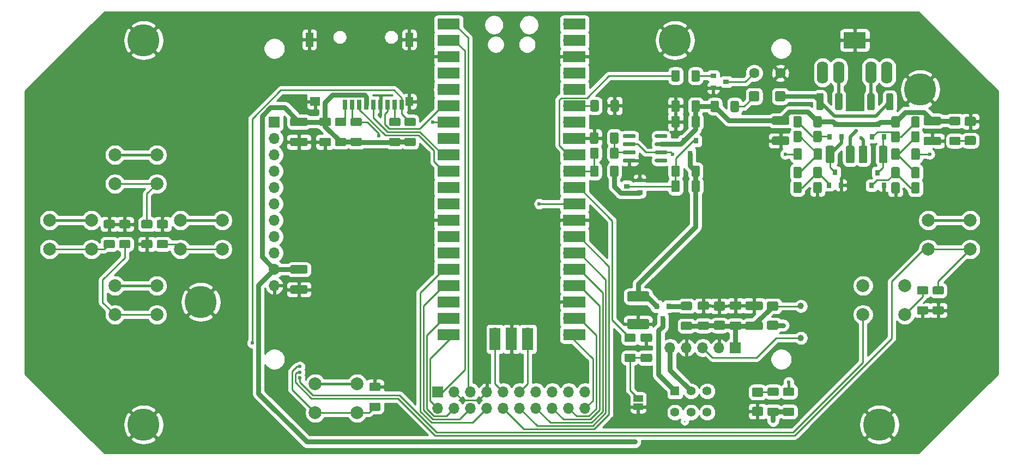
<source format=gbr>
%TF.GenerationSoftware,KiCad,Pcbnew,5.1.12-5.1.12*%
%TF.CreationDate,2022-01-05T21:47:21+02:00*%
%TF.ProjectId,gb_1_0_pico,67625f31-5f30-45f7-9069-636f2e6b6963,rev?*%
%TF.SameCoordinates,Original*%
%TF.FileFunction,Copper,L1,Top*%
%TF.FilePolarity,Positive*%
%FSLAX46Y46*%
G04 Gerber Fmt 4.6, Leading zero omitted, Abs format (unit mm)*
G04 Created by KiCad (PCBNEW 5.1.12-5.1.12) date 2022-01-05 21:47:21*
%MOMM*%
%LPD*%
G01*
G04 APERTURE LIST*
%TA.AperFunction,ComponentPad*%
%ADD10C,2.000000*%
%TD*%
%TA.AperFunction,ComponentPad*%
%ADD11R,1.700000X1.700000*%
%TD*%
%TA.AperFunction,ComponentPad*%
%ADD12O,1.700000X1.700000*%
%TD*%
%TA.AperFunction,SMDPad,CuDef*%
%ADD13R,1.200000X2.200000*%
%TD*%
%TA.AperFunction,SMDPad,CuDef*%
%ADD14R,1.600000X1.400000*%
%TD*%
%TA.AperFunction,SMDPad,CuDef*%
%ADD15R,1.200000X1.400000*%
%TD*%
%TA.AperFunction,SMDPad,CuDef*%
%ADD16R,0.700000X1.600000*%
%TD*%
%TA.AperFunction,ComponentPad*%
%ADD17C,0.800000*%
%TD*%
%TA.AperFunction,ComponentPad*%
%ADD18C,5.000000*%
%TD*%
%TA.AperFunction,SMDPad,CuDef*%
%ADD19R,0.800000X0.900000*%
%TD*%
%TA.AperFunction,SMDPad,CuDef*%
%ADD20C,1.000000*%
%TD*%
%TA.AperFunction,SMDPad,CuDef*%
%ADD21R,3.500000X1.700000*%
%TD*%
%TA.AperFunction,SMDPad,CuDef*%
%ADD22R,1.700000X3.500000*%
%TD*%
%TA.AperFunction,SMDPad,CuDef*%
%ADD23R,1.500000X1.000000*%
%TD*%
%TA.AperFunction,ComponentPad*%
%ADD24R,1.400000X1.400000*%
%TD*%
%TA.AperFunction,ComponentPad*%
%ADD25C,1.400000*%
%TD*%
%TA.AperFunction,ComponentPad*%
%ADD26C,1.600000*%
%TD*%
%TA.AperFunction,ComponentPad*%
%ADD27R,3.500000X2.500000*%
%TD*%
%TA.AperFunction,ComponentPad*%
%ADD28O,1.750000X3.500000*%
%TD*%
%TA.AperFunction,SMDPad,CuDef*%
%ADD29R,0.900000X0.800000*%
%TD*%
%TA.AperFunction,ViaPad*%
%ADD30C,0.600000*%
%TD*%
%TA.AperFunction,Conductor*%
%ADD31C,0.250000*%
%TD*%
%TA.AperFunction,Conductor*%
%ADD32C,0.800000*%
%TD*%
%TA.AperFunction,Conductor*%
%ADD33C,0.400000*%
%TD*%
%TA.AperFunction,Conductor*%
%ADD34C,0.254000*%
%TD*%
%TA.AperFunction,Conductor*%
%ADD35C,0.508000*%
%TD*%
%TA.AperFunction,Conductor*%
%ADD36C,0.635000*%
%TD*%
%TA.AperFunction,Conductor*%
%ADD37C,0.100000*%
%TD*%
G04 APERTURE END LIST*
D10*
%TO.P,SW8,2*%
%TO.N,Net-(R17-Pad1)*%
X180810000Y-97680000D03*
%TO.P,SW8,1*%
%TO.N,/VLP*%
X180810000Y-93180000D03*
%TO.P,SW8,2*%
%TO.N,Net-(R17-Pad1)*%
X187310000Y-97680000D03*
%TO.P,SW8,1*%
%TO.N,/VLP*%
X187310000Y-93180000D03*
%TD*%
D11*
%TO.P,J2,1*%
%TO.N,Net-(J2-Pad1)*%
X114770000Y-109690000D03*
D12*
%TO.P,J2,2*%
%TO.N,/PIN_BUS_D3*%
X114770000Y-112230000D03*
%TO.P,J2,3*%
%TO.N,GND*%
X117310000Y-109690000D03*
%TO.P,J2,4*%
%TO.N,/PIN_BUS_D2*%
X117310000Y-112230000D03*
%TO.P,J2,5*%
%TO.N,Net-(J2-Pad5)*%
X119850000Y-109690000D03*
%TO.P,J2,6*%
%TO.N,/PIN_BUS_D1*%
X119850000Y-112230000D03*
%TO.P,J2,7*%
%TO.N,GND*%
X122390000Y-109690000D03*
%TO.P,J2,8*%
%TO.N,/PIN_BUS_D0*%
X122390000Y-112230000D03*
%TO.P,J2,9*%
%TO.N,Net-(J2-Pad9)*%
X124930000Y-109690000D03*
%TO.P,J2,10*%
%TO.N,/PIN_BUS_WR*%
X124930000Y-112230000D03*
%TO.P,J2,11*%
%TO.N,Net-(J2-Pad11)*%
X127470000Y-109690000D03*
%TO.P,J2,12*%
%TO.N,/KB_READ*%
X127470000Y-112230000D03*
%TO.P,J2,13*%
%TO.N,VBUS*%
X130010000Y-109690000D03*
%TO.P,J2,14*%
%TO.N,/PIN_BUS_D7*%
X130010000Y-112230000D03*
%TO.P,J2,15*%
%TO.N,VBUS*%
X132550000Y-109690000D03*
%TO.P,J2,16*%
%TO.N,/PIN_BUS_D6*%
X132550000Y-112230000D03*
%TO.P,J2,17*%
%TO.N,VCOR*%
X135090000Y-109690000D03*
%TO.P,J2,18*%
%TO.N,/PIN_BUS_D5*%
X135090000Y-112230000D03*
%TO.P,J2,19*%
%TO.N,VCOR*%
X137630000Y-109690000D03*
%TO.P,J2,20*%
%TO.N,/PIN_BUS_D4*%
X137630000Y-112230000D03*
%TD*%
D10*
%TO.P,SW6,2*%
%TO.N,Net-(R15-Pad1)*%
X74765000Y-87520000D03*
%TO.P,SW6,1*%
%TO.N,/VLP*%
X74765000Y-83020000D03*
%TO.P,SW6,2*%
%TO.N,Net-(R15-Pad1)*%
X81265000Y-87520000D03*
%TO.P,SW6,1*%
%TO.N,/VLP*%
X81265000Y-83020000D03*
%TD*%
D13*
%TO.P,XS1,6*%
%TO.N,GND*%
X94828000Y-54972000D03*
X110328000Y-54972000D03*
D14*
X95728000Y-64572000D03*
D15*
X110328000Y-64572000D03*
D16*
%TO.P,XS1,9*%
%TO.N,Net-(R19-Pad2)*%
X109178000Y-65072000D03*
%TO.P,XS1,7*%
%TO.N,/PIN_SDC_RX*%
X106978000Y-65072000D03*
%TO.P,XS1,8*%
%TO.N,Net-(R5-Pad2)*%
X108078000Y-65072000D03*
%TO.P,XS1,6*%
%TO.N,GND*%
X105878000Y-65072000D03*
%TO.P,XS1,5*%
%TO.N,/PIN_SDC_SCK*%
X104778000Y-65072000D03*
%TO.P,XS1,4*%
%TO.N,VCOR*%
X103678000Y-65072000D03*
%TO.P,XS1,1*%
%TO.N,Net-(R7-Pad2)*%
X100378000Y-65072000D03*
%TO.P,XS1,2*%
%TO.N,/PIN_SDC_CS*%
X101478000Y-65072000D03*
%TO.P,XS1,3*%
%TO.N,/PIN_SDC_TX*%
X102578000Y-65072000D03*
%TD*%
%TO.P,R5,2*%
%TO.N,Net-(R5-Pad2)*%
%TA.AperFunction,SMDPad,CuDef*%
G36*
G01*
X108703000Y-68404000D02*
X107453000Y-68404000D01*
G75*
G02*
X107203000Y-68154000I0J250000D01*
G01*
X107203000Y-67354000D01*
G75*
G02*
X107453000Y-67104000I250000J0D01*
G01*
X108703000Y-67104000D01*
G75*
G02*
X108953000Y-67354000I0J-250000D01*
G01*
X108953000Y-68154000D01*
G75*
G02*
X108703000Y-68404000I-250000J0D01*
G01*
G37*
%TD.AperFunction*%
%TO.P,R5,1*%
%TO.N,VCOR*%
%TA.AperFunction,SMDPad,CuDef*%
G36*
G01*
X108703000Y-71504000D02*
X107453000Y-71504000D01*
G75*
G02*
X107203000Y-71254000I0J250000D01*
G01*
X107203000Y-70454000D01*
G75*
G02*
X107453000Y-70204000I250000J0D01*
G01*
X108703000Y-70204000D01*
G75*
G02*
X108953000Y-70454000I0J-250000D01*
G01*
X108953000Y-71254000D01*
G75*
G02*
X108703000Y-71504000I-250000J0D01*
G01*
G37*
%TD.AperFunction*%
%TD*%
%TO.P,R7,1*%
%TO.N,VCOR*%
%TA.AperFunction,SMDPad,CuDef*%
G36*
G01*
X100282000Y-71504000D02*
X99032000Y-71504000D01*
G75*
G02*
X98782000Y-71254000I0J250000D01*
G01*
X98782000Y-70454000D01*
G75*
G02*
X99032000Y-70204000I250000J0D01*
G01*
X100282000Y-70204000D01*
G75*
G02*
X100532000Y-70454000I0J-250000D01*
G01*
X100532000Y-71254000D01*
G75*
G02*
X100282000Y-71504000I-250000J0D01*
G01*
G37*
%TD.AperFunction*%
%TO.P,R7,2*%
%TO.N,Net-(R7-Pad2)*%
%TA.AperFunction,SMDPad,CuDef*%
G36*
G01*
X100282000Y-68404000D02*
X99032000Y-68404000D01*
G75*
G02*
X98782000Y-68154000I0J250000D01*
G01*
X98782000Y-67354000D01*
G75*
G02*
X99032000Y-67104000I250000J0D01*
G01*
X100282000Y-67104000D01*
G75*
G02*
X100532000Y-67354000I0J-250000D01*
G01*
X100532000Y-68154000D01*
G75*
G02*
X100282000Y-68404000I-250000J0D01*
G01*
G37*
%TD.AperFunction*%
%TD*%
%TO.P,C9,2*%
%TO.N,GND*%
%TA.AperFunction,SMDPad,CuDef*%
G36*
G01*
X96593999Y-70204000D02*
X97894001Y-70204000D01*
G75*
G02*
X98144000Y-70453999I0J-249999D01*
G01*
X98144000Y-71279001D01*
G75*
G02*
X97894001Y-71529000I-249999J0D01*
G01*
X96593999Y-71529000D01*
G75*
G02*
X96344000Y-71279001I0J249999D01*
G01*
X96344000Y-70453999D01*
G75*
G02*
X96593999Y-70204000I249999J0D01*
G01*
G37*
%TD.AperFunction*%
%TO.P,C9,1*%
%TO.N,VCOR*%
%TA.AperFunction,SMDPad,CuDef*%
G36*
G01*
X96593999Y-67079000D02*
X97894001Y-67079000D01*
G75*
G02*
X98144000Y-67328999I0J-249999D01*
G01*
X98144000Y-68154001D01*
G75*
G02*
X97894001Y-68404000I-249999J0D01*
G01*
X96593999Y-68404000D01*
G75*
G02*
X96344000Y-68154001I0J249999D01*
G01*
X96344000Y-67328999D01*
G75*
G02*
X96593999Y-67079000I249999J0D01*
G01*
G37*
%TD.AperFunction*%
%TD*%
%TO.P,R6,1*%
%TO.N,VCOR*%
%TA.AperFunction,SMDPad,CuDef*%
G36*
G01*
X102695000Y-71504000D02*
X101445000Y-71504000D01*
G75*
G02*
X101195000Y-71254000I0J250000D01*
G01*
X101195000Y-70454000D01*
G75*
G02*
X101445000Y-70204000I250000J0D01*
G01*
X102695000Y-70204000D01*
G75*
G02*
X102945000Y-70454000I0J-250000D01*
G01*
X102945000Y-71254000D01*
G75*
G02*
X102695000Y-71504000I-250000J0D01*
G01*
G37*
%TD.AperFunction*%
%TO.P,R6,2*%
%TO.N,/PIN_SDC_CS*%
%TA.AperFunction,SMDPad,CuDef*%
G36*
G01*
X102695000Y-68404000D02*
X101445000Y-68404000D01*
G75*
G02*
X101195000Y-68154000I0J250000D01*
G01*
X101195000Y-67354000D01*
G75*
G02*
X101445000Y-67104000I250000J0D01*
G01*
X102695000Y-67104000D01*
G75*
G02*
X102945000Y-67354000I0J-250000D01*
G01*
X102945000Y-68154000D01*
G75*
G02*
X102695000Y-68404000I-250000J0D01*
G01*
G37*
%TD.AperFunction*%
%TD*%
D10*
%TO.P,SW9,2*%
%TO.N,Net-(R18-Pad1)*%
X95720000Y-112920000D03*
%TO.P,SW9,1*%
%TO.N,/VLP*%
X95720000Y-108420000D03*
%TO.P,SW9,2*%
%TO.N,Net-(R18-Pad1)*%
X102220000Y-112920000D03*
%TO.P,SW9,1*%
%TO.N,/VLP*%
X102220000Y-108420000D03*
%TD*%
%TO.P,R3,2*%
%TO.N,Net-(D2-Pad2)*%
%TA.AperFunction,SMDPad,CuDef*%
G36*
G01*
X167465000Y-110314000D02*
X166215000Y-110314000D01*
G75*
G02*
X165965000Y-110064000I0J250000D01*
G01*
X165965000Y-109264000D01*
G75*
G02*
X166215000Y-109014000I250000J0D01*
G01*
X167465000Y-109014000D01*
G75*
G02*
X167715000Y-109264000I0J-250000D01*
G01*
X167715000Y-110064000D01*
G75*
G02*
X167465000Y-110314000I-250000J0D01*
G01*
G37*
%TD.AperFunction*%
%TO.P,R3,1*%
%TO.N,VCOR*%
%TA.AperFunction,SMDPad,CuDef*%
G36*
G01*
X167465000Y-113414000D02*
X166215000Y-113414000D01*
G75*
G02*
X165965000Y-113164000I0J250000D01*
G01*
X165965000Y-112364000D01*
G75*
G02*
X166215000Y-112114000I250000J0D01*
G01*
X167465000Y-112114000D01*
G75*
G02*
X167715000Y-112364000I0J-250000D01*
G01*
X167715000Y-113164000D01*
G75*
G02*
X167465000Y-113414000I-250000J0D01*
G01*
G37*
%TD.AperFunction*%
%TD*%
%TO.P,D2,2*%
%TO.N,Net-(D2-Pad2)*%
%TA.AperFunction,SMDPad,CuDef*%
G36*
G01*
X165052000Y-110439000D02*
X163802000Y-110439000D01*
G75*
G02*
X163552000Y-110189000I0J250000D01*
G01*
X163552000Y-109264000D01*
G75*
G02*
X163802000Y-109014000I250000J0D01*
G01*
X165052000Y-109014000D01*
G75*
G02*
X165302000Y-109264000I0J-250000D01*
G01*
X165302000Y-110189000D01*
G75*
G02*
X165052000Y-110439000I-250000J0D01*
G01*
G37*
%TD.AperFunction*%
%TO.P,D2,1*%
%TO.N,GND*%
%TA.AperFunction,SMDPad,CuDef*%
G36*
G01*
X165052000Y-113414000D02*
X163802000Y-113414000D01*
G75*
G02*
X163552000Y-113164000I0J250000D01*
G01*
X163552000Y-112239000D01*
G75*
G02*
X163802000Y-111989000I250000J0D01*
G01*
X165052000Y-111989000D01*
G75*
G02*
X165302000Y-112239000I0J-250000D01*
G01*
X165302000Y-113164000D01*
G75*
G02*
X165052000Y-113414000I-250000J0D01*
G01*
G37*
%TD.AperFunction*%
%TD*%
%TO.P,C2,1*%
%TO.N,GND*%
%TA.AperFunction,SMDPad,CuDef*%
G36*
G01*
X160353999Y-95621000D02*
X161654001Y-95621000D01*
G75*
G02*
X161904000Y-95870999I0J-249999D01*
G01*
X161904000Y-96696001D01*
G75*
G02*
X161654001Y-96946000I-249999J0D01*
G01*
X160353999Y-96946000D01*
G75*
G02*
X160104000Y-96696001I0J249999D01*
G01*
X160104000Y-95870999D01*
G75*
G02*
X160353999Y-95621000I249999J0D01*
G01*
G37*
%TD.AperFunction*%
%TO.P,C2,2*%
%TO.N,/BMCINV+*%
%TA.AperFunction,SMDPad,CuDef*%
G36*
G01*
X160353999Y-98746000D02*
X161654001Y-98746000D01*
G75*
G02*
X161904000Y-98995999I0J-249999D01*
G01*
X161904000Y-99821001D01*
G75*
G02*
X161654001Y-100071000I-249999J0D01*
G01*
X160353999Y-100071000D01*
G75*
G02*
X160104000Y-99821001I0J249999D01*
G01*
X160104000Y-98995999D01*
G75*
G02*
X160353999Y-98746000I249999J0D01*
G01*
G37*
%TD.AperFunction*%
%TD*%
%TO.P,C4,1*%
%TO.N,Net-(C4-Pad1)*%
%TA.AperFunction,SMDPad,CuDef*%
G36*
G01*
X138453000Y-65890001D02*
X138453000Y-64589999D01*
G75*
G02*
X138702999Y-64340000I249999J0D01*
G01*
X139528001Y-64340000D01*
G75*
G02*
X139778000Y-64589999I0J-249999D01*
G01*
X139778000Y-65890001D01*
G75*
G02*
X139528001Y-66140000I-249999J0D01*
G01*
X138702999Y-66140000D01*
G75*
G02*
X138453000Y-65890001I0J249999D01*
G01*
G37*
%TD.AperFunction*%
%TO.P,C4,2*%
%TO.N,GND*%
%TA.AperFunction,SMDPad,CuDef*%
G36*
G01*
X141578000Y-65890001D02*
X141578000Y-64589999D01*
G75*
G02*
X141827999Y-64340000I249999J0D01*
G01*
X142653001Y-64340000D01*
G75*
G02*
X142903000Y-64589999I0J-249999D01*
G01*
X142903000Y-65890001D01*
G75*
G02*
X142653001Y-66140000I-249999J0D01*
G01*
X141827999Y-66140000D01*
G75*
G02*
X141578000Y-65890001I0J249999D01*
G01*
G37*
%TD.AperFunction*%
%TD*%
%TO.P,C5,2*%
%TO.N,GND*%
%TA.AperFunction,SMDPad,CuDef*%
G36*
G01*
X147805001Y-101932000D02*
X146504999Y-101932000D01*
G75*
G02*
X146255000Y-101682001I0J249999D01*
G01*
X146255000Y-100856999D01*
G75*
G02*
X146504999Y-100607000I249999J0D01*
G01*
X147805001Y-100607000D01*
G75*
G02*
X148055000Y-100856999I0J-249999D01*
G01*
X148055000Y-101682001D01*
G75*
G02*
X147805001Y-101932000I-249999J0D01*
G01*
G37*
%TD.AperFunction*%
%TO.P,C5,1*%
%TO.N,Net-(C5-Pad1)*%
%TA.AperFunction,SMDPad,CuDef*%
G36*
G01*
X147805001Y-105057000D02*
X146504999Y-105057000D01*
G75*
G02*
X146255000Y-104807001I0J249999D01*
G01*
X146255000Y-103981999D01*
G75*
G02*
X146504999Y-103732000I249999J0D01*
G01*
X147805001Y-103732000D01*
G75*
G02*
X148055000Y-103981999I0J-249999D01*
G01*
X148055000Y-104807001D01*
G75*
G02*
X147805001Y-105057000I-249999J0D01*
G01*
G37*
%TD.AperFunction*%
%TD*%
%TO.P,D1,1*%
%TO.N,/BMCINV+*%
%TA.AperFunction,SMDPad,CuDef*%
G36*
G01*
X159129000Y-100046000D02*
X157879000Y-100046000D01*
G75*
G02*
X157629000Y-99796000I0J250000D01*
G01*
X157629000Y-98871000D01*
G75*
G02*
X157879000Y-98621000I250000J0D01*
G01*
X159129000Y-98621000D01*
G75*
G02*
X159379000Y-98871000I0J-250000D01*
G01*
X159379000Y-99796000D01*
G75*
G02*
X159129000Y-100046000I-250000J0D01*
G01*
G37*
%TD.AperFunction*%
%TO.P,D1,2*%
%TO.N,GND*%
%TA.AperFunction,SMDPad,CuDef*%
G36*
G01*
X159129000Y-97071000D02*
X157879000Y-97071000D01*
G75*
G02*
X157629000Y-96821000I0J250000D01*
G01*
X157629000Y-95896000D01*
G75*
G02*
X157879000Y-95646000I250000J0D01*
G01*
X159129000Y-95646000D01*
G75*
G02*
X159379000Y-95896000I0J-250000D01*
G01*
X159379000Y-96821000D01*
G75*
G02*
X159129000Y-97071000I-250000J0D01*
G01*
G37*
%TD.AperFunction*%
%TD*%
%TO.P,F1,1*%
%TO.N,/BMCINV+*%
%TA.AperFunction,SMDPad,CuDef*%
G36*
G01*
X166141000Y-95646000D02*
X167391000Y-95646000D01*
G75*
G02*
X167641000Y-95896000I0J-250000D01*
G01*
X167641000Y-96821000D01*
G75*
G02*
X167391000Y-97071000I-250000J0D01*
G01*
X166141000Y-97071000D01*
G75*
G02*
X165891000Y-96821000I0J250000D01*
G01*
X165891000Y-95896000D01*
G75*
G02*
X166141000Y-95646000I250000J0D01*
G01*
G37*
%TD.AperFunction*%
%TO.P,F1,2*%
%TO.N,VBUS*%
%TA.AperFunction,SMDPad,CuDef*%
G36*
G01*
X166141000Y-98621000D02*
X167391000Y-98621000D01*
G75*
G02*
X167641000Y-98871000I0J-250000D01*
G01*
X167641000Y-99796000D01*
G75*
G02*
X167391000Y-100046000I-250000J0D01*
G01*
X166141000Y-100046000D01*
G75*
G02*
X165891000Y-99796000I0J250000D01*
G01*
X165891000Y-98871000D01*
G75*
G02*
X166141000Y-98621000I250000J0D01*
G01*
G37*
%TD.AperFunction*%
%TD*%
D17*
%TO.P,H1,1*%
%TO.N,GND*%
X70375825Y-53754175D03*
X69050000Y-53205000D03*
X67724175Y-53754175D03*
X67175000Y-55080000D03*
X67724175Y-56405825D03*
X69050000Y-56955000D03*
X70375825Y-56405825D03*
X70925000Y-55080000D03*
D18*
X69050000Y-55080000D03*
%TD*%
%TO.P,H2,1*%
%TO.N,GND*%
X69050000Y-114770000D03*
D17*
X70925000Y-114770000D03*
X70375825Y-116095825D03*
X69050000Y-116645000D03*
X67724175Y-116095825D03*
X67175000Y-114770000D03*
X67724175Y-113444175D03*
X69050000Y-112895000D03*
X70375825Y-113444175D03*
%TD*%
%TO.P,H3,1*%
%TO.N,GND*%
X152925825Y-53754175D03*
X151600000Y-53205000D03*
X150274175Y-53754175D03*
X149725000Y-55080000D03*
X150274175Y-56405825D03*
X151600000Y-56955000D03*
X152925825Y-56405825D03*
X153475000Y-55080000D03*
D18*
X151600000Y-55080000D03*
%TD*%
%TO.P,H4,1*%
%TO.N,GND*%
X183350000Y-114770000D03*
D17*
X185225000Y-114770000D03*
X184675825Y-116095825D03*
X183350000Y-116645000D03*
X182024175Y-116095825D03*
X181475000Y-114770000D03*
X182024175Y-113444175D03*
X183350000Y-112895000D03*
X184675825Y-113444175D03*
%TD*%
D18*
%TO.P,H5,1*%
%TO.N,GND*%
X77940000Y-95720000D03*
D17*
X79815000Y-95720000D03*
X79265825Y-97045825D03*
X77940000Y-97595000D03*
X76614175Y-97045825D03*
X76065000Y-95720000D03*
X76614175Y-94394175D03*
X77940000Y-93845000D03*
X79265825Y-94394175D03*
%TD*%
%TO.P,H6,1*%
%TO.N,GND*%
X191025825Y-61374175D03*
X189700000Y-60825000D03*
X188374175Y-61374175D03*
X187825000Y-62700000D03*
X188374175Y-64025825D03*
X189700000Y-64575000D03*
X191025825Y-64025825D03*
X191575000Y-62700000D03*
D18*
X189700000Y-62700000D03*
%TD*%
D11*
%TO.P,J1,1*%
%TO.N,/BMCINV+*%
X160998000Y-102832000D03*
D12*
%TO.P,J1,2*%
%TO.N,GND*%
X158458000Y-102832000D03*
%TO.P,J1,3*%
%TO.N,/BMCMON*%
X155918000Y-102832000D03*
%TO.P,J1,4*%
%TO.N,GND*%
X153378000Y-102832000D03*
%TO.P,J1,5*%
%TO.N,/BMCOUTV+*%
X150838000Y-102832000D03*
%TD*%
D19*
%TO.P,Q1,1*%
%TO.N,Net-(Q1-Pad1)*%
X150645000Y-96371000D03*
%TO.P,Q1,2*%
%TO.N,VSYS*%
X148745000Y-96371000D03*
%TO.P,Q1,3*%
%TO.N,Net-(Q1-Pad3)*%
X149695000Y-98371000D03*
%TD*%
%TO.P,R1,2*%
%TO.N,Net-(Q1-Pad1)*%
%TA.AperFunction,SMDPad,CuDef*%
G36*
G01*
X154003000Y-96979000D02*
X152753000Y-96979000D01*
G75*
G02*
X152503000Y-96729000I0J250000D01*
G01*
X152503000Y-95929000D01*
G75*
G02*
X152753000Y-95679000I250000J0D01*
G01*
X154003000Y-95679000D01*
G75*
G02*
X154253000Y-95929000I0J-250000D01*
G01*
X154253000Y-96729000D01*
G75*
G02*
X154003000Y-96979000I-250000J0D01*
G01*
G37*
%TD.AperFunction*%
%TO.P,R1,1*%
%TO.N,/BMCINV+*%
%TA.AperFunction,SMDPad,CuDef*%
G36*
G01*
X154003000Y-100079000D02*
X152753000Y-100079000D01*
G75*
G02*
X152503000Y-99829000I0J250000D01*
G01*
X152503000Y-99029000D01*
G75*
G02*
X152753000Y-98779000I250000J0D01*
G01*
X154003000Y-98779000D01*
G75*
G02*
X154253000Y-99029000I0J-250000D01*
G01*
X154253000Y-99829000D01*
G75*
G02*
X154003000Y-100079000I-250000J0D01*
G01*
G37*
%TD.AperFunction*%
%TD*%
%TO.P,R2,2*%
%TO.N,GND*%
%TA.AperFunction,SMDPad,CuDef*%
G36*
G01*
X156629000Y-96946000D02*
X155379000Y-96946000D01*
G75*
G02*
X155129000Y-96696000I0J250000D01*
G01*
X155129000Y-95896000D01*
G75*
G02*
X155379000Y-95646000I250000J0D01*
G01*
X156629000Y-95646000D01*
G75*
G02*
X156879000Y-95896000I0J-250000D01*
G01*
X156879000Y-96696000D01*
G75*
G02*
X156629000Y-96946000I-250000J0D01*
G01*
G37*
%TD.AperFunction*%
%TO.P,R2,1*%
%TO.N,/BMCINV+*%
%TA.AperFunction,SMDPad,CuDef*%
G36*
G01*
X156629000Y-100046000D02*
X155379000Y-100046000D01*
G75*
G02*
X155129000Y-99796000I0J250000D01*
G01*
X155129000Y-98996000D01*
G75*
G02*
X155379000Y-98746000I250000J0D01*
G01*
X156629000Y-98746000D01*
G75*
G02*
X156879000Y-98996000I0J-250000D01*
G01*
X156879000Y-99796000D01*
G75*
G02*
X156629000Y-100046000I-250000J0D01*
G01*
G37*
%TD.AperFunction*%
%TD*%
%TO.P,R4,1*%
%TO.N,Net-(C5-Pad1)*%
%TA.AperFunction,SMDPad,CuDef*%
G36*
G01*
X145240000Y-105032000D02*
X143990000Y-105032000D01*
G75*
G02*
X143740000Y-104782000I0J250000D01*
G01*
X143740000Y-103982000D01*
G75*
G02*
X143990000Y-103732000I250000J0D01*
G01*
X145240000Y-103732000D01*
G75*
G02*
X145490000Y-103982000I0J-250000D01*
G01*
X145490000Y-104782000D01*
G75*
G02*
X145240000Y-105032000I-250000J0D01*
G01*
G37*
%TD.AperFunction*%
%TO.P,R4,2*%
%TO.N,Net-(R4-Pad2)*%
%TA.AperFunction,SMDPad,CuDef*%
G36*
G01*
X145240000Y-101932000D02*
X143990000Y-101932000D01*
G75*
G02*
X143740000Y-101682000I0J250000D01*
G01*
X143740000Y-100882000D01*
G75*
G02*
X143990000Y-100632000I250000J0D01*
G01*
X145240000Y-100632000D01*
G75*
G02*
X145490000Y-100882000I0J-250000D01*
G01*
X145490000Y-101682000D01*
G75*
G02*
X145240000Y-101932000I-250000J0D01*
G01*
G37*
%TD.AperFunction*%
%TD*%
%TO.P,R11,1*%
%TO.N,Net-(Q4-Pad1)*%
%TA.AperFunction,SMDPad,CuDef*%
G36*
G01*
X155451000Y-59979500D02*
X155451000Y-61229500D01*
G75*
G02*
X155201000Y-61479500I-250000J0D01*
G01*
X154401000Y-61479500D01*
G75*
G02*
X154151000Y-61229500I0J250000D01*
G01*
X154151000Y-59979500D01*
G75*
G02*
X154401000Y-59729500I250000J0D01*
G01*
X155201000Y-59729500D01*
G75*
G02*
X155451000Y-59979500I0J-250000D01*
G01*
G37*
%TD.AperFunction*%
%TO.P,R11,2*%
%TO.N,/SND_LFO*%
%TA.AperFunction,SMDPad,CuDef*%
G36*
G01*
X152351000Y-59979500D02*
X152351000Y-61229500D01*
G75*
G02*
X152101000Y-61479500I-250000J0D01*
G01*
X151301000Y-61479500D01*
G75*
G02*
X151051000Y-61229500I0J250000D01*
G01*
X151051000Y-59979500D01*
G75*
G02*
X151301000Y-59729500I250000J0D01*
G01*
X152101000Y-59729500D01*
G75*
G02*
X152351000Y-59979500I0J-250000D01*
G01*
G37*
%TD.AperFunction*%
%TD*%
%TO.P,R12,2*%
%TO.N,Net-(J5-Pad1)*%
%TA.AperFunction,SMDPad,CuDef*%
G36*
G01*
X160221600Y-65966600D02*
X160221600Y-64716600D01*
G75*
G02*
X160471600Y-64466600I250000J0D01*
G01*
X161271600Y-64466600D01*
G75*
G02*
X161521600Y-64716600I0J-250000D01*
G01*
X161521600Y-65966600D01*
G75*
G02*
X161271600Y-66216600I-250000J0D01*
G01*
X160471600Y-66216600D01*
G75*
G02*
X160221600Y-65966600I0J250000D01*
G01*
G37*
%TD.AperFunction*%
%TO.P,R12,1*%
%TO.N,/VAMP*%
%TA.AperFunction,SMDPad,CuDef*%
G36*
G01*
X157121600Y-65966600D02*
X157121600Y-64716600D01*
G75*
G02*
X157371600Y-64466600I250000J0D01*
G01*
X158171600Y-64466600D01*
G75*
G02*
X158421600Y-64716600I0J-250000D01*
G01*
X158421600Y-65966600D01*
G75*
G02*
X158171600Y-66216600I-250000J0D01*
G01*
X157371600Y-66216600D01*
G75*
G02*
X157121600Y-65966600I0J250000D01*
G01*
G37*
%TD.AperFunction*%
%TD*%
D10*
%TO.P,SW3,1*%
%TO.N,/VLP*%
X71105000Y-72860000D03*
%TO.P,SW3,2*%
%TO.N,Net-(R8-Pad1)*%
X71105000Y-77360000D03*
%TO.P,SW3,1*%
%TO.N,/VLP*%
X64605000Y-72860000D03*
%TO.P,SW3,2*%
%TO.N,Net-(R8-Pad1)*%
X64605000Y-77360000D03*
%TD*%
%TO.P,SW4,2*%
%TO.N,Net-(R13-Pad1)*%
X64605000Y-97680000D03*
%TO.P,SW4,1*%
%TO.N,/VLP*%
X64605000Y-93180000D03*
%TO.P,SW4,2*%
%TO.N,Net-(R13-Pad1)*%
X71105000Y-97680000D03*
%TO.P,SW4,1*%
%TO.N,/VLP*%
X71105000Y-93180000D03*
%TD*%
%TO.P,SW5,1*%
%TO.N,/VLP*%
X60945000Y-83020000D03*
%TO.P,SW5,2*%
%TO.N,Net-(R14-Pad1)*%
X60945000Y-87520000D03*
%TO.P,SW5,1*%
%TO.N,/VLP*%
X54445000Y-83020000D03*
%TO.P,SW5,2*%
%TO.N,Net-(R14-Pad1)*%
X54445000Y-87520000D03*
%TD*%
%TO.P,SW7,1*%
%TO.N,/VLP*%
X197470000Y-83020000D03*
%TO.P,SW7,2*%
%TO.N,Net-(R16-Pad1)*%
X197470000Y-87520000D03*
%TO.P,SW7,1*%
%TO.N,/VLP*%
X190970000Y-83020000D03*
%TO.P,SW7,2*%
%TO.N,Net-(R16-Pad1)*%
X190970000Y-87520000D03*
%TD*%
D20*
%TO.P,TP1,1*%
%TO.N,/BMCINV+*%
X171158000Y-96355000D03*
%TD*%
%TO.P,TP2,1*%
%TO.N,/BMCMON*%
X171158000Y-101308000D03*
%TD*%
D12*
%TO.P,U1,1*%
%TO.N,Net-(J2-Pad5)*%
X117310000Y-52540000D03*
%TO.P,U1,2*%
%TO.N,Net-(J2-Pad1)*%
X117310000Y-55080000D03*
D11*
%TO.P,U1,3*%
%TO.N,GND*%
X117310000Y-57620000D03*
D12*
%TO.P,U1,4*%
%TO.N,/PIN_LCD_DC*%
X117310000Y-60160000D03*
%TO.P,U1,5*%
%TO.N,/KB_CS*%
X117310000Y-62700000D03*
%TO.P,U1,6*%
%TO.N,/PIN_SDC_RX*%
X117310000Y-65240000D03*
%TO.P,U1,7*%
%TO.N,/PIN_SDC_CS*%
X117310000Y-67780000D03*
D11*
%TO.P,U1,8*%
%TO.N,GND*%
X117310000Y-70320000D03*
D12*
%TO.P,U1,9*%
%TO.N,/PIN_SDC_SCK*%
X117310000Y-72860000D03*
%TO.P,U1,10*%
%TO.N,/PIN_SDC_TX*%
X117310000Y-75400000D03*
%TO.P,U1,11*%
%TO.N,/PIN_LCD_RX*%
X117310000Y-77940000D03*
%TO.P,U1,12*%
%TO.N,/PIN_LCD_CS*%
X117310000Y-80480000D03*
D11*
%TO.P,U1,13*%
%TO.N,GND*%
X117310000Y-83020000D03*
D12*
%TO.P,U1,14*%
%TO.N,/PIN_LCD_SCK*%
X117310000Y-85560000D03*
%TO.P,U1,15*%
%TO.N,/PIN_LCD_TX*%
X117310000Y-88100000D03*
%TO.P,U1,16*%
%TO.N,/PIN_BUS_D0*%
X117310000Y-90640000D03*
%TO.P,U1,17*%
%TO.N,/PIN_BUS_D1*%
X117310000Y-93180000D03*
D11*
%TO.P,U1,18*%
%TO.N,GND*%
X117310000Y-95720000D03*
D12*
%TO.P,U1,19*%
%TO.N,/PIN_BUS_D2*%
X117310000Y-98260000D03*
%TO.P,U1,20*%
%TO.N,/PIN_BUS_D3*%
X117310000Y-100800000D03*
%TO.P,U1,21*%
%TO.N,/PIN_BUS_D4*%
X135090000Y-100800000D03*
%TO.P,U1,22*%
%TO.N,/PIN_BUS_D5*%
X135090000Y-98260000D03*
D11*
%TO.P,U1,23*%
%TO.N,GND*%
X135090000Y-95720000D03*
D12*
%TO.P,U1,24*%
%TO.N,/PIN_BUS_D6*%
X135090000Y-93180000D03*
%TO.P,U1,25*%
%TO.N,/PIN_BUS_D7*%
X135090000Y-90640000D03*
%TO.P,U1,26*%
%TO.N,/KB_READ*%
X135090000Y-88100000D03*
%TO.P,U1,27*%
%TO.N,/PIN_BUS_WR*%
X135090000Y-85560000D03*
D11*
%TO.P,U1,28*%
%TO.N,GND*%
X135090000Y-83020000D03*
D12*
%TO.P,U1,29*%
%TO.N,/PIN_LCD_RESET*%
X135090000Y-80480000D03*
%TO.P,U1,30*%
%TO.N,Net-(R4-Pad2)*%
X135090000Y-77940000D03*
%TO.P,U1,31*%
%TO.N,/SND_L*%
X135090000Y-75400000D03*
%TO.P,U1,32*%
%TO.N,/SND_LFO*%
X135090000Y-72860000D03*
D11*
%TO.P,U1,33*%
%TO.N,GND*%
X135090000Y-70320000D03*
D12*
%TO.P,U1,34*%
%TO.N,/BMCMON*%
X135090000Y-67780000D03*
%TO.P,U1,35*%
%TO.N,Net-(C4-Pad1)*%
X135090000Y-65240000D03*
%TO.P,U1,36*%
%TO.N,VCOR*%
X135090000Y-62700000D03*
%TO.P,U1,37*%
%TO.N,Net-(U1-Pad37)*%
X135090000Y-60160000D03*
D11*
%TO.P,U1,38*%
%TO.N,GND*%
X135090000Y-57620000D03*
D12*
%TO.P,U1,39*%
%TO.N,VSYS*%
X135090000Y-55080000D03*
%TO.P,U1,40*%
%TO.N,VBUS*%
X135090000Y-52540000D03*
D21*
%TO.P,U1,1*%
%TO.N,Net-(J2-Pad5)*%
X116410000Y-52540000D03*
%TO.P,U1,2*%
%TO.N,Net-(J2-Pad1)*%
X116410000Y-55080000D03*
%TO.P,U1,3*%
%TO.N,GND*%
X116410000Y-57620000D03*
%TO.P,U1,4*%
%TO.N,/PIN_LCD_DC*%
X116410000Y-60160000D03*
%TO.P,U1,5*%
%TO.N,/KB_CS*%
X116410000Y-62700000D03*
%TO.P,U1,6*%
%TO.N,/PIN_SDC_RX*%
X116410000Y-65240000D03*
%TO.P,U1,7*%
%TO.N,/PIN_SDC_CS*%
X116410000Y-67780000D03*
%TO.P,U1,8*%
%TO.N,GND*%
X116410000Y-70320000D03*
%TO.P,U1,9*%
%TO.N,/PIN_SDC_SCK*%
X116410000Y-72860000D03*
%TO.P,U1,10*%
%TO.N,/PIN_SDC_TX*%
X116410000Y-75400000D03*
%TO.P,U1,11*%
%TO.N,/PIN_LCD_RX*%
X116410000Y-77940000D03*
%TO.P,U1,12*%
%TO.N,/PIN_LCD_CS*%
X116410000Y-80480000D03*
%TO.P,U1,13*%
%TO.N,GND*%
X116410000Y-83020000D03*
%TO.P,U1,14*%
%TO.N,/PIN_LCD_SCK*%
X116410000Y-85560000D03*
%TO.P,U1,15*%
%TO.N,/PIN_LCD_TX*%
X116410000Y-88100000D03*
%TO.P,U1,16*%
%TO.N,/PIN_BUS_D0*%
X116410000Y-90640000D03*
%TO.P,U1,17*%
%TO.N,/PIN_BUS_D1*%
X116410000Y-93180000D03*
%TO.P,U1,18*%
%TO.N,GND*%
X116410000Y-95720000D03*
%TO.P,U1,19*%
%TO.N,/PIN_BUS_D2*%
X116410000Y-98260000D03*
%TO.P,U1,20*%
%TO.N,/PIN_BUS_D3*%
X116410000Y-100800000D03*
%TO.P,U1,40*%
%TO.N,VBUS*%
X135990000Y-52540000D03*
%TO.P,U1,39*%
%TO.N,VSYS*%
X135990000Y-55080000D03*
%TO.P,U1,38*%
%TO.N,GND*%
X135990000Y-57620000D03*
%TO.P,U1,37*%
%TO.N,Net-(U1-Pad37)*%
X135990000Y-60160000D03*
%TO.P,U1,36*%
%TO.N,VCOR*%
X135990000Y-62700000D03*
%TO.P,U1,35*%
%TO.N,Net-(C4-Pad1)*%
X135990000Y-65240000D03*
%TO.P,U1,34*%
%TO.N,/BMCMON*%
X135990000Y-67780000D03*
%TO.P,U1,33*%
%TO.N,GND*%
X135990000Y-70320000D03*
%TO.P,U1,32*%
%TO.N,/SND_LFO*%
X135990000Y-72860000D03*
%TO.P,U1,31*%
%TO.N,/SND_L*%
X135990000Y-75400000D03*
%TO.P,U1,30*%
%TO.N,Net-(R4-Pad2)*%
X135990000Y-77940000D03*
%TO.P,U1,29*%
%TO.N,/PIN_LCD_RESET*%
X135990000Y-80480000D03*
%TO.P,U1,28*%
%TO.N,GND*%
X135990000Y-83020000D03*
%TO.P,U1,27*%
%TO.N,/PIN_BUS_WR*%
X135990000Y-85560000D03*
%TO.P,U1,26*%
%TO.N,/KB_READ*%
X135990000Y-88100000D03*
%TO.P,U1,25*%
%TO.N,/PIN_BUS_D7*%
X135990000Y-90640000D03*
%TO.P,U1,24*%
%TO.N,/PIN_BUS_D6*%
X135990000Y-93180000D03*
%TO.P,U1,23*%
%TO.N,GND*%
X135990000Y-95720000D03*
%TO.P,U1,22*%
%TO.N,/PIN_BUS_D5*%
X135990000Y-98260000D03*
%TO.P,U1,21*%
%TO.N,/PIN_BUS_D4*%
X135990000Y-100800000D03*
D22*
%TO.P,U1,41*%
%TO.N,Net-(J2-Pad9)*%
X123660000Y-101470000D03*
D12*
X123660000Y-100570000D03*
D22*
%TO.P,U1,42*%
%TO.N,GND*%
X126200000Y-101470000D03*
D11*
X126200000Y-100570000D03*
D22*
%TO.P,U1,43*%
%TO.N,Net-(J2-Pad11)*%
X128740000Y-101470000D03*
D12*
X128740000Y-100570000D03*
%TD*%
%TO.P,J3,11*%
%TO.N,GND*%
X89370000Y-93180000D03*
%TO.P,J3,10*%
%TO.N,VCOR*%
X89370000Y-90640000D03*
%TO.P,J3,9*%
%TO.N,/PIN_LCD_SCK*%
X89370000Y-88100000D03*
%TO.P,J3,8*%
%TO.N,/PIN_LCD_TX*%
X89370000Y-85560000D03*
%TO.P,J3,7*%
%TO.N,/PIN_LCD_RESET*%
X89370000Y-83020000D03*
%TO.P,J3,6*%
%TO.N,/PIN_LCD_DC*%
X89370000Y-80480000D03*
%TO.P,J3,5*%
%TO.N,N/C*%
X89370000Y-77940000D03*
%TO.P,J3,4*%
%TO.N,/PIN_LCD_RX*%
X89370000Y-75400000D03*
%TO.P,J3,3*%
%TO.N,/PIN_LCD_CS*%
X89370000Y-72860000D03*
%TO.P,J3,2*%
%TO.N,N/C*%
X89370000Y-70320000D03*
D11*
%TO.P,J3,1*%
X89370000Y-67780000D03*
%TD*%
D23*
%TO.P,JP1,1*%
%TO.N,GND*%
X145885000Y-111991000D03*
%TO.P,JP1,2*%
%TO.N,Net-(C5-Pad1)*%
X145885000Y-110691000D03*
%TD*%
D24*
%TO.P,SW1,1*%
%TO.N,Net-(Q1-Pad3)*%
X151600000Y-109563000D03*
D25*
%TO.P,SW1,2*%
%TO.N,/BMCOUTV+*%
X154100000Y-109563000D03*
%TO.P,SW1,3*%
%TO.N,N/C*%
X156600000Y-109563000D03*
%TO.P,SW1,4*%
X151600000Y-112863000D03*
%TO.P,SW1,5*%
X154100000Y-112863000D03*
%TO.P,SW1,6*%
X156600000Y-112863000D03*
%TD*%
%TO.P,C3,1*%
%TO.N,VSYS*%
%TA.AperFunction,SMDPad,CuDef*%
G36*
G01*
X144434999Y-94065000D02*
X147335001Y-94065000D01*
G75*
G02*
X147585000Y-94314999I0J-249999D01*
G01*
X147585000Y-95390001D01*
G75*
G02*
X147335001Y-95640000I-249999J0D01*
G01*
X144434999Y-95640000D01*
G75*
G02*
X144185000Y-95390001I0J249999D01*
G01*
X144185000Y-94314999D01*
G75*
G02*
X144434999Y-94065000I249999J0D01*
G01*
G37*
%TD.AperFunction*%
%TO.P,C3,2*%
%TO.N,GND*%
%TA.AperFunction,SMDPad,CuDef*%
G36*
G01*
X144434999Y-98340000D02*
X147335001Y-98340000D01*
G75*
G02*
X147585000Y-98589999I0J-249999D01*
G01*
X147585000Y-99665001D01*
G75*
G02*
X147335001Y-99915000I-249999J0D01*
G01*
X144434999Y-99915000D01*
G75*
G02*
X144185000Y-99665001I0J249999D01*
G01*
X144185000Y-98589999D01*
G75*
G02*
X144434999Y-98340000I249999J0D01*
G01*
G37*
%TD.AperFunction*%
%TD*%
%TO.P,R8,2*%
%TO.N,GND*%
%TA.AperFunction,SMDPad,CuDef*%
G36*
G01*
X68933000Y-86079000D02*
X70183000Y-86079000D01*
G75*
G02*
X70433000Y-86329000I0J-250000D01*
G01*
X70433000Y-87129000D01*
G75*
G02*
X70183000Y-87379000I-250000J0D01*
G01*
X68933000Y-87379000D01*
G75*
G02*
X68683000Y-87129000I0J250000D01*
G01*
X68683000Y-86329000D01*
G75*
G02*
X68933000Y-86079000I250000J0D01*
G01*
G37*
%TD.AperFunction*%
%TO.P,R8,1*%
%TO.N,Net-(R8-Pad1)*%
%TA.AperFunction,SMDPad,CuDef*%
G36*
G01*
X68933000Y-82979000D02*
X70183000Y-82979000D01*
G75*
G02*
X70433000Y-83229000I0J-250000D01*
G01*
X70433000Y-84029000D01*
G75*
G02*
X70183000Y-84279000I-250000J0D01*
G01*
X68933000Y-84279000D01*
G75*
G02*
X68683000Y-84029000I0J250000D01*
G01*
X68683000Y-83229000D01*
G75*
G02*
X68933000Y-82979000I250000J0D01*
G01*
G37*
%TD.AperFunction*%
%TD*%
%TO.P,R13,1*%
%TO.N,Net-(R13-Pad1)*%
%TA.AperFunction,SMDPad,CuDef*%
G36*
G01*
X66754000Y-87379000D02*
X65504000Y-87379000D01*
G75*
G02*
X65254000Y-87129000I0J250000D01*
G01*
X65254000Y-86329000D01*
G75*
G02*
X65504000Y-86079000I250000J0D01*
G01*
X66754000Y-86079000D01*
G75*
G02*
X67004000Y-86329000I0J-250000D01*
G01*
X67004000Y-87129000D01*
G75*
G02*
X66754000Y-87379000I-250000J0D01*
G01*
G37*
%TD.AperFunction*%
%TO.P,R13,2*%
%TO.N,GND*%
%TA.AperFunction,SMDPad,CuDef*%
G36*
G01*
X66754000Y-84279000D02*
X65504000Y-84279000D01*
G75*
G02*
X65254000Y-84029000I0J250000D01*
G01*
X65254000Y-83229000D01*
G75*
G02*
X65504000Y-82979000I250000J0D01*
G01*
X66754000Y-82979000D01*
G75*
G02*
X67004000Y-83229000I0J-250000D01*
G01*
X67004000Y-84029000D01*
G75*
G02*
X66754000Y-84279000I-250000J0D01*
G01*
G37*
%TD.AperFunction*%
%TD*%
%TO.P,R14,2*%
%TO.N,GND*%
%TA.AperFunction,SMDPad,CuDef*%
G36*
G01*
X64341000Y-84279000D02*
X63091000Y-84279000D01*
G75*
G02*
X62841000Y-84029000I0J250000D01*
G01*
X62841000Y-83229000D01*
G75*
G02*
X63091000Y-82979000I250000J0D01*
G01*
X64341000Y-82979000D01*
G75*
G02*
X64591000Y-83229000I0J-250000D01*
G01*
X64591000Y-84029000D01*
G75*
G02*
X64341000Y-84279000I-250000J0D01*
G01*
G37*
%TD.AperFunction*%
%TO.P,R14,1*%
%TO.N,Net-(R14-Pad1)*%
%TA.AperFunction,SMDPad,CuDef*%
G36*
G01*
X64341000Y-87379000D02*
X63091000Y-87379000D01*
G75*
G02*
X62841000Y-87129000I0J250000D01*
G01*
X62841000Y-86329000D01*
G75*
G02*
X63091000Y-86079000I250000J0D01*
G01*
X64341000Y-86079000D01*
G75*
G02*
X64591000Y-86329000I0J-250000D01*
G01*
X64591000Y-87129000D01*
G75*
G02*
X64341000Y-87379000I-250000J0D01*
G01*
G37*
%TD.AperFunction*%
%TD*%
%TO.P,R15,1*%
%TO.N,Net-(R15-Pad1)*%
%TA.AperFunction,SMDPad,CuDef*%
G36*
G01*
X72596000Y-87379000D02*
X71346000Y-87379000D01*
G75*
G02*
X71096000Y-87129000I0J250000D01*
G01*
X71096000Y-86329000D01*
G75*
G02*
X71346000Y-86079000I250000J0D01*
G01*
X72596000Y-86079000D01*
G75*
G02*
X72846000Y-86329000I0J-250000D01*
G01*
X72846000Y-87129000D01*
G75*
G02*
X72596000Y-87379000I-250000J0D01*
G01*
G37*
%TD.AperFunction*%
%TO.P,R15,2*%
%TO.N,GND*%
%TA.AperFunction,SMDPad,CuDef*%
G36*
G01*
X72596000Y-84279000D02*
X71346000Y-84279000D01*
G75*
G02*
X71096000Y-84029000I0J250000D01*
G01*
X71096000Y-83229000D01*
G75*
G02*
X71346000Y-82979000I250000J0D01*
G01*
X72596000Y-82979000D01*
G75*
G02*
X72846000Y-83229000I0J-250000D01*
G01*
X72846000Y-84029000D01*
G75*
G02*
X72596000Y-84279000I-250000J0D01*
G01*
G37*
%TD.AperFunction*%
%TD*%
%TO.P,R16,2*%
%TO.N,GND*%
%TA.AperFunction,SMDPad,CuDef*%
G36*
G01*
X191869000Y-96366000D02*
X193119000Y-96366000D01*
G75*
G02*
X193369000Y-96616000I0J-250000D01*
G01*
X193369000Y-97416000D01*
G75*
G02*
X193119000Y-97666000I-250000J0D01*
G01*
X191869000Y-97666000D01*
G75*
G02*
X191619000Y-97416000I0J250000D01*
G01*
X191619000Y-96616000D01*
G75*
G02*
X191869000Y-96366000I250000J0D01*
G01*
G37*
%TD.AperFunction*%
%TO.P,R16,1*%
%TO.N,Net-(R16-Pad1)*%
%TA.AperFunction,SMDPad,CuDef*%
G36*
G01*
X191869000Y-93266000D02*
X193119000Y-93266000D01*
G75*
G02*
X193369000Y-93516000I0J-250000D01*
G01*
X193369000Y-94316000D01*
G75*
G02*
X193119000Y-94566000I-250000J0D01*
G01*
X191869000Y-94566000D01*
G75*
G02*
X191619000Y-94316000I0J250000D01*
G01*
X191619000Y-93516000D01*
G75*
G02*
X191869000Y-93266000I250000J0D01*
G01*
G37*
%TD.AperFunction*%
%TD*%
%TO.P,R17,1*%
%TO.N,Net-(R17-Pad1)*%
%TA.AperFunction,SMDPad,CuDef*%
G36*
G01*
X189456000Y-93266000D02*
X190706000Y-93266000D01*
G75*
G02*
X190956000Y-93516000I0J-250000D01*
G01*
X190956000Y-94316000D01*
G75*
G02*
X190706000Y-94566000I-250000J0D01*
G01*
X189456000Y-94566000D01*
G75*
G02*
X189206000Y-94316000I0J250000D01*
G01*
X189206000Y-93516000D01*
G75*
G02*
X189456000Y-93266000I250000J0D01*
G01*
G37*
%TD.AperFunction*%
%TO.P,R17,2*%
%TO.N,GND*%
%TA.AperFunction,SMDPad,CuDef*%
G36*
G01*
X189456000Y-96366000D02*
X190706000Y-96366000D01*
G75*
G02*
X190956000Y-96616000I0J-250000D01*
G01*
X190956000Y-97416000D01*
G75*
G02*
X190706000Y-97666000I-250000J0D01*
G01*
X189456000Y-97666000D01*
G75*
G02*
X189206000Y-97416000I0J250000D01*
G01*
X189206000Y-96616000D01*
G75*
G02*
X189456000Y-96366000I250000J0D01*
G01*
G37*
%TD.AperFunction*%
%TD*%
%TO.P,R18,1*%
%TO.N,Net-(R18-Pad1)*%
%TA.AperFunction,SMDPad,CuDef*%
G36*
G01*
X105616000Y-112652000D02*
X104366000Y-112652000D01*
G75*
G02*
X104116000Y-112402000I0J250000D01*
G01*
X104116000Y-111602000D01*
G75*
G02*
X104366000Y-111352000I250000J0D01*
G01*
X105616000Y-111352000D01*
G75*
G02*
X105866000Y-111602000I0J-250000D01*
G01*
X105866000Y-112402000D01*
G75*
G02*
X105616000Y-112652000I-250000J0D01*
G01*
G37*
%TD.AperFunction*%
%TO.P,R18,2*%
%TO.N,GND*%
%TA.AperFunction,SMDPad,CuDef*%
G36*
G01*
X105616000Y-109552000D02*
X104366000Y-109552000D01*
G75*
G02*
X104116000Y-109302000I0J250000D01*
G01*
X104116000Y-108502000D01*
G75*
G02*
X104366000Y-108252000I250000J0D01*
G01*
X105616000Y-108252000D01*
G75*
G02*
X105866000Y-108502000I0J-250000D01*
G01*
X105866000Y-109302000D01*
G75*
G02*
X105616000Y-109552000I-250000J0D01*
G01*
G37*
%TD.AperFunction*%
%TD*%
%TO.P,R19,2*%
%TO.N,Net-(R19-Pad2)*%
%TA.AperFunction,SMDPad,CuDef*%
G36*
G01*
X111077000Y-68404000D02*
X109827000Y-68404000D01*
G75*
G02*
X109577000Y-68154000I0J250000D01*
G01*
X109577000Y-67354000D01*
G75*
G02*
X109827000Y-67104000I250000J0D01*
G01*
X111077000Y-67104000D01*
G75*
G02*
X111327000Y-67354000I0J-250000D01*
G01*
X111327000Y-68154000D01*
G75*
G02*
X111077000Y-68404000I-250000J0D01*
G01*
G37*
%TD.AperFunction*%
%TO.P,R19,1*%
%TO.N,VCOR*%
%TA.AperFunction,SMDPad,CuDef*%
G36*
G01*
X111077000Y-71504000D02*
X109827000Y-71504000D01*
G75*
G02*
X109577000Y-71254000I0J250000D01*
G01*
X109577000Y-70454000D01*
G75*
G02*
X109827000Y-70204000I250000J0D01*
G01*
X111077000Y-70204000D01*
G75*
G02*
X111327000Y-70454000I0J-250000D01*
G01*
X111327000Y-71254000D01*
G75*
G02*
X111077000Y-71504000I-250000J0D01*
G01*
G37*
%TD.AperFunction*%
%TD*%
%TO.P,R20,1*%
%TO.N,/VLP*%
%TA.AperFunction,SMDPad,CuDef*%
G36*
G01*
X168628000Y-109014000D02*
X169878000Y-109014000D01*
G75*
G02*
X170128000Y-109264000I0J-250000D01*
G01*
X170128000Y-110064000D01*
G75*
G02*
X169878000Y-110314000I-250000J0D01*
G01*
X168628000Y-110314000D01*
G75*
G02*
X168378000Y-110064000I0J250000D01*
G01*
X168378000Y-109264000D01*
G75*
G02*
X168628000Y-109014000I250000J0D01*
G01*
G37*
%TD.AperFunction*%
%TO.P,R20,2*%
%TO.N,VCOR*%
%TA.AperFunction,SMDPad,CuDef*%
G36*
G01*
X168628000Y-112114000D02*
X169878000Y-112114000D01*
G75*
G02*
X170128000Y-112364000I0J-250000D01*
G01*
X170128000Y-113164000D01*
G75*
G02*
X169878000Y-113414000I-250000J0D01*
G01*
X168628000Y-113414000D01*
G75*
G02*
X168378000Y-113164000I0J250000D01*
G01*
X168378000Y-112364000D01*
G75*
G02*
X168628000Y-112114000I250000J0D01*
G01*
G37*
%TD.AperFunction*%
%TD*%
%TO.P,J5,1*%
%TO.N,Net-(J5-Pad1)*%
%TA.AperFunction,ComponentPad*%
G36*
G01*
X164443600Y-64566800D02*
X163343600Y-64566800D01*
G75*
G02*
X163093600Y-64316800I0J250000D01*
G01*
X163093600Y-63216800D01*
G75*
G02*
X163343600Y-62966800I250000J0D01*
G01*
X164443600Y-62966800D01*
G75*
G02*
X164693600Y-63216800I0J-250000D01*
G01*
X164693600Y-64316800D01*
G75*
G02*
X164443600Y-64566800I-250000J0D01*
G01*
G37*
%TD.AperFunction*%
D26*
%TO.P,J5,2*%
%TO.N,Net-(J5-Pad2)*%
X163893600Y-60166800D03*
%TD*%
D27*
%TO.P,J4,1*%
%TO.N,GND*%
X179540000Y-55058800D03*
D28*
%TO.P,J4,2*%
%TO.N,Net-(C17-Pad2)*%
X184540000Y-60064800D03*
%TO.P,J4,3*%
%TO.N,Net-(C16-Pad2)*%
X174540000Y-60064800D03*
%TO.P,J4,4*%
%TO.N,Net-(J4-Pad4)*%
X182040000Y-60064800D03*
%TO.P,J4,5*%
%TO.N,Net-(J4-Pad5)*%
X177040000Y-60064800D03*
%TD*%
%TO.P,C10,2*%
%TO.N,GND*%
%TA.AperFunction,SMDPad,CuDef*%
G36*
G01*
X139714500Y-69606499D02*
X139714500Y-70906501D01*
G75*
G02*
X139464501Y-71156500I-249999J0D01*
G01*
X138639499Y-71156500D01*
G75*
G02*
X138389500Y-70906501I0J249999D01*
G01*
X138389500Y-69606499D01*
G75*
G02*
X138639499Y-69356500I249999J0D01*
G01*
X139464501Y-69356500D01*
G75*
G02*
X139714500Y-69606499I0J-249999D01*
G01*
G37*
%TD.AperFunction*%
%TO.P,C10,1*%
%TO.N,Net-(C10-Pad1)*%
%TA.AperFunction,SMDPad,CuDef*%
G36*
G01*
X142839500Y-69606499D02*
X142839500Y-70906501D01*
G75*
G02*
X142589501Y-71156500I-249999J0D01*
G01*
X141764499Y-71156500D01*
G75*
G02*
X141514500Y-70906501I0J249999D01*
G01*
X141514500Y-69606499D01*
G75*
G02*
X141764499Y-69356500I249999J0D01*
G01*
X142589501Y-69356500D01*
G75*
G02*
X142839500Y-69606499I0J-249999D01*
G01*
G37*
%TD.AperFunction*%
%TD*%
%TO.P,C11,1*%
%TO.N,Net-(C11-Pad1)*%
%TA.AperFunction,SMDPad,CuDef*%
G36*
G01*
X151026000Y-78386801D02*
X151026000Y-77086799D01*
G75*
G02*
X151275999Y-76836800I249999J0D01*
G01*
X152101001Y-76836800D01*
G75*
G02*
X152351000Y-77086799I0J-249999D01*
G01*
X152351000Y-78386801D01*
G75*
G02*
X152101001Y-78636800I-249999J0D01*
G01*
X151275999Y-78636800D01*
G75*
G02*
X151026000Y-78386801I0J249999D01*
G01*
G37*
%TD.AperFunction*%
%TO.P,C11,2*%
%TO.N,VSYS*%
%TA.AperFunction,SMDPad,CuDef*%
G36*
G01*
X154151000Y-78386801D02*
X154151000Y-77086799D01*
G75*
G02*
X154400999Y-76836800I249999J0D01*
G01*
X155226001Y-76836800D01*
G75*
G02*
X155476000Y-77086799I0J-249999D01*
G01*
X155476000Y-78386801D01*
G75*
G02*
X155226001Y-78636800I-249999J0D01*
G01*
X154400999Y-78636800D01*
G75*
G02*
X154151000Y-78386801I0J249999D01*
G01*
G37*
%TD.AperFunction*%
%TD*%
%TO.P,C12,2*%
%TO.N,/VAMP*%
%TA.AperFunction,SMDPad,CuDef*%
G36*
G01*
X154151000Y-65953501D02*
X154151000Y-64653499D01*
G75*
G02*
X154400999Y-64403500I249999J0D01*
G01*
X155226001Y-64403500D01*
G75*
G02*
X155476000Y-64653499I0J-249999D01*
G01*
X155476000Y-65953501D01*
G75*
G02*
X155226001Y-66203500I-249999J0D01*
G01*
X154400999Y-66203500D01*
G75*
G02*
X154151000Y-65953501I0J249999D01*
G01*
G37*
%TD.AperFunction*%
%TO.P,C12,1*%
%TO.N,GND*%
%TA.AperFunction,SMDPad,CuDef*%
G36*
G01*
X151026000Y-65953501D02*
X151026000Y-64653499D01*
G75*
G02*
X151275999Y-64403500I249999J0D01*
G01*
X152101001Y-64403500D01*
G75*
G02*
X152351000Y-64653499I0J-249999D01*
G01*
X152351000Y-65953501D01*
G75*
G02*
X152101001Y-66203500I-249999J0D01*
G01*
X151275999Y-66203500D01*
G75*
G02*
X151026000Y-65953501I0J249999D01*
G01*
G37*
%TD.AperFunction*%
%TD*%
%TO.P,C13,1*%
%TO.N,GND*%
%TA.AperFunction,SMDPad,CuDef*%
G36*
G01*
X151026000Y-68366501D02*
X151026000Y-67066499D01*
G75*
G02*
X151275999Y-66816500I249999J0D01*
G01*
X152101001Y-66816500D01*
G75*
G02*
X152351000Y-67066499I0J-249999D01*
G01*
X152351000Y-68366501D01*
G75*
G02*
X152101001Y-68616500I-249999J0D01*
G01*
X151275999Y-68616500D01*
G75*
G02*
X151026000Y-68366501I0J249999D01*
G01*
G37*
%TD.AperFunction*%
%TO.P,C13,2*%
%TO.N,/VAMP*%
%TA.AperFunction,SMDPad,CuDef*%
G36*
G01*
X154151000Y-68366501D02*
X154151000Y-67066499D01*
G75*
G02*
X154400999Y-66816500I249999J0D01*
G01*
X155226001Y-66816500D01*
G75*
G02*
X155476000Y-67066499I0J-249999D01*
G01*
X155476000Y-68366501D01*
G75*
G02*
X155226001Y-68616500I-249999J0D01*
G01*
X154400999Y-68616500D01*
G75*
G02*
X154151000Y-68366501I0J249999D01*
G01*
G37*
%TD.AperFunction*%
%TD*%
%TO.P,C14,1*%
%TO.N,Net-(C14-Pad1)*%
%TA.AperFunction,SMDPad,CuDef*%
G36*
G01*
X169999800Y-73408401D02*
X169999800Y-72108399D01*
G75*
G02*
X170249799Y-71858400I249999J0D01*
G01*
X171074801Y-71858400D01*
G75*
G02*
X171324800Y-72108399I0J-249999D01*
G01*
X171324800Y-73408401D01*
G75*
G02*
X171074801Y-73658400I-249999J0D01*
G01*
X170249799Y-73658400D01*
G75*
G02*
X169999800Y-73408401I0J249999D01*
G01*
G37*
%TD.AperFunction*%
%TO.P,C14,2*%
%TO.N,Net-(C14-Pad2)*%
%TA.AperFunction,SMDPad,CuDef*%
G36*
G01*
X173124800Y-73408401D02*
X173124800Y-72108399D01*
G75*
G02*
X173374799Y-71858400I249999J0D01*
G01*
X174199801Y-71858400D01*
G75*
G02*
X174449800Y-72108399I0J-249999D01*
G01*
X174449800Y-73408401D01*
G75*
G02*
X174199801Y-73658400I-249999J0D01*
G01*
X173374799Y-73658400D01*
G75*
G02*
X173124800Y-73408401I0J249999D01*
G01*
G37*
%TD.AperFunction*%
%TD*%
%TO.P,C15,2*%
%TO.N,Net-(C15-Pad2)*%
%TA.AperFunction,SMDPad,CuDef*%
G36*
G01*
X186514000Y-72108399D02*
X186514000Y-73408401D01*
G75*
G02*
X186264001Y-73658400I-249999J0D01*
G01*
X185438999Y-73658400D01*
G75*
G02*
X185189000Y-73408401I0J249999D01*
G01*
X185189000Y-72108399D01*
G75*
G02*
X185438999Y-71858400I249999J0D01*
G01*
X186264001Y-71858400D01*
G75*
G02*
X186514000Y-72108399I0J-249999D01*
G01*
G37*
%TD.AperFunction*%
%TO.P,C15,1*%
%TO.N,Net-(C14-Pad1)*%
%TA.AperFunction,SMDPad,CuDef*%
G36*
G01*
X189639000Y-72108399D02*
X189639000Y-73408401D01*
G75*
G02*
X189389001Y-73658400I-249999J0D01*
G01*
X188563999Y-73658400D01*
G75*
G02*
X188314000Y-73408401I0J249999D01*
G01*
X188314000Y-72108399D01*
G75*
G02*
X188563999Y-71858400I249999J0D01*
G01*
X189389001Y-71858400D01*
G75*
G02*
X189639000Y-72108399I0J-249999D01*
G01*
G37*
%TD.AperFunction*%
%TD*%
D19*
%TO.P,Q3,3*%
%TO.N,VSYS*%
X153936800Y-72691600D03*
%TO.P,Q3,2*%
%TO.N,/VAMP*%
X152986800Y-70691600D03*
%TO.P,Q3,1*%
%TO.N,Net-(C11-Pad1)*%
X154886800Y-70691600D03*
%TD*%
%TO.P,Q5,3*%
%TO.N,/VAMP*%
X176542800Y-68100800D03*
%TO.P,Q5,2*%
%TO.N,Net-(C16-Pad1)*%
X177492800Y-70100800D03*
%TO.P,Q5,1*%
%TO.N,Net-(Q5-Pad1)*%
X175592800Y-70100800D03*
%TD*%
%TO.P,Q6,1*%
%TO.N,Net-(Q6-Pad1)*%
X175491200Y-77568400D03*
%TO.P,Q6,2*%
%TO.N,GND*%
X177391200Y-77568400D03*
%TO.P,Q6,3*%
%TO.N,Net-(C16-Pad1)*%
X176441200Y-75568400D03*
%TD*%
%TO.P,Q7,1*%
%TO.N,Net-(Q7-Pad1)*%
X182196800Y-70100800D03*
%TO.P,Q7,2*%
%TO.N,Net-(C17-Pad1)*%
X184096800Y-70100800D03*
%TO.P,Q7,3*%
%TO.N,/VAMP*%
X183146800Y-68100800D03*
%TD*%
%TO.P,Q8,1*%
%TO.N,Net-(Q8-Pad1)*%
X182146000Y-77619200D03*
%TO.P,Q8,2*%
%TO.N,GND*%
X184046000Y-77619200D03*
%TO.P,Q8,3*%
%TO.N,Net-(C17-Pad1)*%
X183096000Y-75619200D03*
%TD*%
%TO.P,R9,1*%
%TO.N,/SND_L*%
%TA.AperFunction,SMDPad,CuDef*%
G36*
G01*
X138414500Y-76025000D02*
X138414500Y-74775000D01*
G75*
G02*
X138664500Y-74525000I250000J0D01*
G01*
X139464500Y-74525000D01*
G75*
G02*
X139714500Y-74775000I0J-250000D01*
G01*
X139714500Y-76025000D01*
G75*
G02*
X139464500Y-76275000I-250000J0D01*
G01*
X138664500Y-76275000D01*
G75*
G02*
X138414500Y-76025000I0J250000D01*
G01*
G37*
%TD.AperFunction*%
%TO.P,R9,2*%
%TO.N,Net-(Q2-Pad1)*%
%TA.AperFunction,SMDPad,CuDef*%
G36*
G01*
X141514500Y-76025000D02*
X141514500Y-74775000D01*
G75*
G02*
X141764500Y-74525000I250000J0D01*
G01*
X142564500Y-74525000D01*
G75*
G02*
X142814500Y-74775000I0J-250000D01*
G01*
X142814500Y-76025000D01*
G75*
G02*
X142564500Y-76275000I-250000J0D01*
G01*
X141764500Y-76275000D01*
G75*
G02*
X141514500Y-76025000I0J250000D01*
G01*
G37*
%TD.AperFunction*%
%TD*%
%TO.P,R10,1*%
%TO.N,/SND_L*%
%TA.AperFunction,SMDPad,CuDef*%
G36*
G01*
X138414500Y-73231000D02*
X138414500Y-71981000D01*
G75*
G02*
X138664500Y-71731000I250000J0D01*
G01*
X139464500Y-71731000D01*
G75*
G02*
X139714500Y-71981000I0J-250000D01*
G01*
X139714500Y-73231000D01*
G75*
G02*
X139464500Y-73481000I-250000J0D01*
G01*
X138664500Y-73481000D01*
G75*
G02*
X138414500Y-73231000I0J250000D01*
G01*
G37*
%TD.AperFunction*%
%TO.P,R10,2*%
%TO.N,Net-(C10-Pad1)*%
%TA.AperFunction,SMDPad,CuDef*%
G36*
G01*
X141514500Y-73231000D02*
X141514500Y-71981000D01*
G75*
G02*
X141764500Y-71731000I250000J0D01*
G01*
X142564500Y-71731000D01*
G75*
G02*
X142814500Y-71981000I0J-250000D01*
G01*
X142814500Y-73231000D01*
G75*
G02*
X142564500Y-73481000I-250000J0D01*
G01*
X141764500Y-73481000D01*
G75*
G02*
X141514500Y-73231000I0J250000D01*
G01*
G37*
%TD.AperFunction*%
%TD*%
%TO.P,R22,2*%
%TO.N,VSYS*%
%TA.AperFunction,SMDPad,CuDef*%
G36*
G01*
X154151000Y-76025000D02*
X154151000Y-74775000D01*
G75*
G02*
X154401000Y-74525000I250000J0D01*
G01*
X155201000Y-74525000D01*
G75*
G02*
X155451000Y-74775000I0J-250000D01*
G01*
X155451000Y-76025000D01*
G75*
G02*
X155201000Y-76275000I-250000J0D01*
G01*
X154401000Y-76275000D01*
G75*
G02*
X154151000Y-76025000I0J250000D01*
G01*
G37*
%TD.AperFunction*%
%TO.P,R22,1*%
%TO.N,Net-(C11-Pad1)*%
%TA.AperFunction,SMDPad,CuDef*%
G36*
G01*
X151051000Y-76025000D02*
X151051000Y-74775000D01*
G75*
G02*
X151301000Y-74525000I250000J0D01*
G01*
X152101000Y-74525000D01*
G75*
G02*
X152351000Y-74775000I0J-250000D01*
G01*
X152351000Y-76025000D01*
G75*
G02*
X152101000Y-76275000I-250000J0D01*
G01*
X151301000Y-76275000D01*
G75*
G02*
X151051000Y-76025000I0J250000D01*
G01*
G37*
%TD.AperFunction*%
%TD*%
%TO.P,R24,1*%
%TO.N,Net-(Q5-Pad1)*%
%TA.AperFunction,SMDPad,CuDef*%
G36*
G01*
X169986700Y-68341500D02*
X169986700Y-67091500D01*
G75*
G02*
X170236700Y-66841500I250000J0D01*
G01*
X171036700Y-66841500D01*
G75*
G02*
X171286700Y-67091500I0J-250000D01*
G01*
X171286700Y-68341500D01*
G75*
G02*
X171036700Y-68591500I-250000J0D01*
G01*
X170236700Y-68591500D01*
G75*
G02*
X169986700Y-68341500I0J250000D01*
G01*
G37*
%TD.AperFunction*%
%TO.P,R24,2*%
%TO.N,/VAMP*%
%TA.AperFunction,SMDPad,CuDef*%
G36*
G01*
X173086700Y-68341500D02*
X173086700Y-67091500D01*
G75*
G02*
X173336700Y-66841500I250000J0D01*
G01*
X174136700Y-66841500D01*
G75*
G02*
X174386700Y-67091500I0J-250000D01*
G01*
X174386700Y-68341500D01*
G75*
G02*
X174136700Y-68591500I-250000J0D01*
G01*
X173336700Y-68591500D01*
G75*
G02*
X173086700Y-68341500I0J250000D01*
G01*
G37*
%TD.AperFunction*%
%TD*%
%TO.P,R25,1*%
%TO.N,Net-(C14-Pad2)*%
%TA.AperFunction,SMDPad,CuDef*%
G36*
G01*
X169986700Y-70640200D02*
X169986700Y-69390200D01*
G75*
G02*
X170236700Y-69140200I250000J0D01*
G01*
X171036700Y-69140200D01*
G75*
G02*
X171286700Y-69390200I0J-250000D01*
G01*
X171286700Y-70640200D01*
G75*
G02*
X171036700Y-70890200I-250000J0D01*
G01*
X170236700Y-70890200D01*
G75*
G02*
X169986700Y-70640200I0J250000D01*
G01*
G37*
%TD.AperFunction*%
%TO.P,R25,2*%
%TO.N,Net-(Q5-Pad1)*%
%TA.AperFunction,SMDPad,CuDef*%
G36*
G01*
X173086700Y-70640200D02*
X173086700Y-69390200D01*
G75*
G02*
X173336700Y-69140200I250000J0D01*
G01*
X174136700Y-69140200D01*
G75*
G02*
X174386700Y-69390200I0J-250000D01*
G01*
X174386700Y-70640200D01*
G75*
G02*
X174136700Y-70890200I-250000J0D01*
G01*
X173336700Y-70890200D01*
G75*
G02*
X173086700Y-70640200I0J250000D01*
G01*
G37*
%TD.AperFunction*%
%TD*%
%TO.P,R26,2*%
%TO.N,Net-(C14-Pad2)*%
%TA.AperFunction,SMDPad,CuDef*%
G36*
G01*
X171286700Y-74965500D02*
X171286700Y-76215500D01*
G75*
G02*
X171036700Y-76465500I-250000J0D01*
G01*
X170236700Y-76465500D01*
G75*
G02*
X169986700Y-76215500I0J250000D01*
G01*
X169986700Y-74965500D01*
G75*
G02*
X170236700Y-74715500I250000J0D01*
G01*
X171036700Y-74715500D01*
G75*
G02*
X171286700Y-74965500I0J-250000D01*
G01*
G37*
%TD.AperFunction*%
%TO.P,R26,1*%
%TO.N,Net-(Q6-Pad1)*%
%TA.AperFunction,SMDPad,CuDef*%
G36*
G01*
X174386700Y-74965500D02*
X174386700Y-76215500D01*
G75*
G02*
X174136700Y-76465500I-250000J0D01*
G01*
X173336700Y-76465500D01*
G75*
G02*
X173086700Y-76215500I0J250000D01*
G01*
X173086700Y-74965500D01*
G75*
G02*
X173336700Y-74715500I250000J0D01*
G01*
X174136700Y-74715500D01*
G75*
G02*
X174386700Y-74965500I0J-250000D01*
G01*
G37*
%TD.AperFunction*%
%TD*%
%TO.P,R27,1*%
%TO.N,GND*%
%TA.AperFunction,SMDPad,CuDef*%
G36*
G01*
X174386700Y-77315000D02*
X174386700Y-78565000D01*
G75*
G02*
X174136700Y-78815000I-250000J0D01*
G01*
X173336700Y-78815000D01*
G75*
G02*
X173086700Y-78565000I0J250000D01*
G01*
X173086700Y-77315000D01*
G75*
G02*
X173336700Y-77065000I250000J0D01*
G01*
X174136700Y-77065000D01*
G75*
G02*
X174386700Y-77315000I0J-250000D01*
G01*
G37*
%TD.AperFunction*%
%TO.P,R27,2*%
%TO.N,Net-(Q6-Pad1)*%
%TA.AperFunction,SMDPad,CuDef*%
G36*
G01*
X171286700Y-77315000D02*
X171286700Y-78565000D01*
G75*
G02*
X171036700Y-78815000I-250000J0D01*
G01*
X170236700Y-78815000D01*
G75*
G02*
X169986700Y-78565000I0J250000D01*
G01*
X169986700Y-77315000D01*
G75*
G02*
X170236700Y-77065000I250000J0D01*
G01*
X171036700Y-77065000D01*
G75*
G02*
X171286700Y-77315000I0J-250000D01*
G01*
G37*
%TD.AperFunction*%
%TD*%
%TO.P,R28,2*%
%TO.N,/VAMP*%
%TA.AperFunction,SMDPad,CuDef*%
G36*
G01*
X186514000Y-67142300D02*
X186514000Y-68392300D01*
G75*
G02*
X186264000Y-68642300I-250000J0D01*
G01*
X185464000Y-68642300D01*
G75*
G02*
X185214000Y-68392300I0J250000D01*
G01*
X185214000Y-67142300D01*
G75*
G02*
X185464000Y-66892300I250000J0D01*
G01*
X186264000Y-66892300D01*
G75*
G02*
X186514000Y-67142300I0J-250000D01*
G01*
G37*
%TD.AperFunction*%
%TO.P,R28,1*%
%TO.N,Net-(Q7-Pad1)*%
%TA.AperFunction,SMDPad,CuDef*%
G36*
G01*
X189614000Y-67142300D02*
X189614000Y-68392300D01*
G75*
G02*
X189364000Y-68642300I-250000J0D01*
G01*
X188564000Y-68642300D01*
G75*
G02*
X188314000Y-68392300I0J250000D01*
G01*
X188314000Y-67142300D01*
G75*
G02*
X188564000Y-66892300I250000J0D01*
G01*
X189364000Y-66892300D01*
G75*
G02*
X189614000Y-67142300I0J-250000D01*
G01*
G37*
%TD.AperFunction*%
%TD*%
%TO.P,R29,2*%
%TO.N,Net-(Q7-Pad1)*%
%TA.AperFunction,SMDPad,CuDef*%
G36*
G01*
X186514000Y-69441000D02*
X186514000Y-70691000D01*
G75*
G02*
X186264000Y-70941000I-250000J0D01*
G01*
X185464000Y-70941000D01*
G75*
G02*
X185214000Y-70691000I0J250000D01*
G01*
X185214000Y-69441000D01*
G75*
G02*
X185464000Y-69191000I250000J0D01*
G01*
X186264000Y-69191000D01*
G75*
G02*
X186514000Y-69441000I0J-250000D01*
G01*
G37*
%TD.AperFunction*%
%TO.P,R29,1*%
%TO.N,Net-(C15-Pad2)*%
%TA.AperFunction,SMDPad,CuDef*%
G36*
G01*
X189614000Y-69441000D02*
X189614000Y-70691000D01*
G75*
G02*
X189364000Y-70941000I-250000J0D01*
G01*
X188564000Y-70941000D01*
G75*
G02*
X188314000Y-70691000I0J250000D01*
G01*
X188314000Y-69441000D01*
G75*
G02*
X188564000Y-69191000I250000J0D01*
G01*
X189364000Y-69191000D01*
G75*
G02*
X189614000Y-69441000I0J-250000D01*
G01*
G37*
%TD.AperFunction*%
%TD*%
%TO.P,R30,2*%
%TO.N,Net-(C15-Pad2)*%
%TA.AperFunction,SMDPad,CuDef*%
G36*
G01*
X188314000Y-76266300D02*
X188314000Y-75016300D01*
G75*
G02*
X188564000Y-74766300I250000J0D01*
G01*
X189364000Y-74766300D01*
G75*
G02*
X189614000Y-75016300I0J-250000D01*
G01*
X189614000Y-76266300D01*
G75*
G02*
X189364000Y-76516300I-250000J0D01*
G01*
X188564000Y-76516300D01*
G75*
G02*
X188314000Y-76266300I0J250000D01*
G01*
G37*
%TD.AperFunction*%
%TO.P,R30,1*%
%TO.N,Net-(Q8-Pad1)*%
%TA.AperFunction,SMDPad,CuDef*%
G36*
G01*
X185214000Y-76266300D02*
X185214000Y-75016300D01*
G75*
G02*
X185464000Y-74766300I250000J0D01*
G01*
X186264000Y-74766300D01*
G75*
G02*
X186514000Y-75016300I0J-250000D01*
G01*
X186514000Y-76266300D01*
G75*
G02*
X186264000Y-76516300I-250000J0D01*
G01*
X185464000Y-76516300D01*
G75*
G02*
X185214000Y-76266300I0J250000D01*
G01*
G37*
%TD.AperFunction*%
%TD*%
%TO.P,R31,1*%
%TO.N,GND*%
%TA.AperFunction,SMDPad,CuDef*%
G36*
G01*
X185214000Y-78615800D02*
X185214000Y-77365800D01*
G75*
G02*
X185464000Y-77115800I250000J0D01*
G01*
X186264000Y-77115800D01*
G75*
G02*
X186514000Y-77365800I0J-250000D01*
G01*
X186514000Y-78615800D01*
G75*
G02*
X186264000Y-78865800I-250000J0D01*
G01*
X185464000Y-78865800D01*
G75*
G02*
X185214000Y-78615800I0J250000D01*
G01*
G37*
%TD.AperFunction*%
%TO.P,R31,2*%
%TO.N,Net-(Q8-Pad1)*%
%TA.AperFunction,SMDPad,CuDef*%
G36*
G01*
X188314000Y-78615800D02*
X188314000Y-77365800D01*
G75*
G02*
X188564000Y-77115800I250000J0D01*
G01*
X189364000Y-77115800D01*
G75*
G02*
X189614000Y-77365800I0J-250000D01*
G01*
X189614000Y-78615800D01*
G75*
G02*
X189364000Y-78865800I-250000J0D01*
G01*
X188564000Y-78865800D01*
G75*
G02*
X188314000Y-78615800I0J250000D01*
G01*
G37*
%TD.AperFunction*%
%TD*%
%TO.P,U3,1*%
%TO.N,N/C*%
%TA.AperFunction,SMDPad,CuDef*%
G36*
G01*
X143514500Y-70089000D02*
X143514500Y-69789000D01*
G75*
G02*
X143664500Y-69639000I150000J0D01*
G01*
X145314500Y-69639000D01*
G75*
G02*
X145464500Y-69789000I0J-150000D01*
G01*
X145464500Y-70089000D01*
G75*
G02*
X145314500Y-70239000I-150000J0D01*
G01*
X143664500Y-70239000D01*
G75*
G02*
X143514500Y-70089000I0J150000D01*
G01*
G37*
%TD.AperFunction*%
%TO.P,U3,2*%
%TO.N,Net-(C14-Pad1)*%
%TA.AperFunction,SMDPad,CuDef*%
G36*
G01*
X143514500Y-71359000D02*
X143514500Y-71059000D01*
G75*
G02*
X143664500Y-70909000I150000J0D01*
G01*
X145314500Y-70909000D01*
G75*
G02*
X145464500Y-71059000I0J-150000D01*
G01*
X145464500Y-71359000D01*
G75*
G02*
X145314500Y-71509000I-150000J0D01*
G01*
X143664500Y-71509000D01*
G75*
G02*
X143514500Y-71359000I0J150000D01*
G01*
G37*
%TD.AperFunction*%
%TO.P,U3,3*%
%TO.N,Net-(C10-Pad1)*%
%TA.AperFunction,SMDPad,CuDef*%
G36*
G01*
X143514500Y-72629000D02*
X143514500Y-72329000D01*
G75*
G02*
X143664500Y-72179000I150000J0D01*
G01*
X145314500Y-72179000D01*
G75*
G02*
X145464500Y-72329000I0J-150000D01*
G01*
X145464500Y-72629000D01*
G75*
G02*
X145314500Y-72779000I-150000J0D01*
G01*
X143664500Y-72779000D01*
G75*
G02*
X143514500Y-72629000I0J150000D01*
G01*
G37*
%TD.AperFunction*%
%TO.P,U3,4*%
%TO.N,GND*%
%TA.AperFunction,SMDPad,CuDef*%
G36*
G01*
X143514500Y-73899000D02*
X143514500Y-73599000D01*
G75*
G02*
X143664500Y-73449000I150000J0D01*
G01*
X145314500Y-73449000D01*
G75*
G02*
X145464500Y-73599000I0J-150000D01*
G01*
X145464500Y-73899000D01*
G75*
G02*
X145314500Y-74049000I-150000J0D01*
G01*
X143664500Y-74049000D01*
G75*
G02*
X143514500Y-73899000I0J150000D01*
G01*
G37*
%TD.AperFunction*%
%TO.P,U3,5*%
%TO.N,N/C*%
%TA.AperFunction,SMDPad,CuDef*%
G36*
G01*
X148464500Y-73899000D02*
X148464500Y-73599000D01*
G75*
G02*
X148614500Y-73449000I150000J0D01*
G01*
X150264500Y-73449000D01*
G75*
G02*
X150414500Y-73599000I0J-150000D01*
G01*
X150414500Y-73899000D01*
G75*
G02*
X150264500Y-74049000I-150000J0D01*
G01*
X148614500Y-74049000D01*
G75*
G02*
X148464500Y-73899000I0J150000D01*
G01*
G37*
%TD.AperFunction*%
%TO.P,U3,6*%
%TO.N,Net-(C14-Pad1)*%
%TA.AperFunction,SMDPad,CuDef*%
G36*
G01*
X148464500Y-72629000D02*
X148464500Y-72329000D01*
G75*
G02*
X148614500Y-72179000I150000J0D01*
G01*
X150264500Y-72179000D01*
G75*
G02*
X150414500Y-72329000I0J-150000D01*
G01*
X150414500Y-72629000D01*
G75*
G02*
X150264500Y-72779000I-150000J0D01*
G01*
X148614500Y-72779000D01*
G75*
G02*
X148464500Y-72629000I0J150000D01*
G01*
G37*
%TD.AperFunction*%
%TO.P,U3,7*%
%TO.N,/VAMP*%
%TA.AperFunction,SMDPad,CuDef*%
G36*
G01*
X148464500Y-71359000D02*
X148464500Y-71059000D01*
G75*
G02*
X148614500Y-70909000I150000J0D01*
G01*
X150264500Y-70909000D01*
G75*
G02*
X150414500Y-71059000I0J-150000D01*
G01*
X150414500Y-71359000D01*
G75*
G02*
X150264500Y-71509000I-150000J0D01*
G01*
X148614500Y-71509000D01*
G75*
G02*
X148464500Y-71359000I0J150000D01*
G01*
G37*
%TD.AperFunction*%
%TO.P,U3,8*%
%TO.N,N/C*%
%TA.AperFunction,SMDPad,CuDef*%
G36*
G01*
X148464500Y-70089000D02*
X148464500Y-69789000D01*
G75*
G02*
X148614500Y-69639000I150000J0D01*
G01*
X150264500Y-69639000D01*
G75*
G02*
X150414500Y-69789000I0J-150000D01*
G01*
X150414500Y-70089000D01*
G75*
G02*
X150264500Y-70239000I-150000J0D01*
G01*
X148614500Y-70239000D01*
G75*
G02*
X148464500Y-70089000I0J150000D01*
G01*
G37*
%TD.AperFunction*%
%TD*%
D29*
%TO.P,Q2,3*%
%TO.N,Net-(C11-Pad1)*%
X144123000Y-77736800D03*
%TO.P,Q2,2*%
%TO.N,GND*%
X146123000Y-76786800D03*
%TO.P,Q2,1*%
%TO.N,Net-(Q2-Pad1)*%
X146123000Y-78686800D03*
%TD*%
%TO.P,Q4,1*%
%TO.N,Net-(Q4-Pad1)*%
X157559600Y-60581600D03*
%TO.P,Q4,2*%
%TO.N,GND*%
X157559600Y-62481600D03*
%TO.P,Q4,3*%
%TO.N,Net-(J5-Pad2)*%
X159559600Y-61531600D03*
%TD*%
%TO.P,J6,1*%
%TO.N,Net-(J6-Pad1)*%
%TA.AperFunction,ComponentPad*%
G36*
G01*
X168507600Y-64566800D02*
X167407600Y-64566800D01*
G75*
G02*
X167157600Y-64316800I0J250000D01*
G01*
X167157600Y-63216800D01*
G75*
G02*
X167407600Y-62966800I250000J0D01*
G01*
X168507600Y-62966800D01*
G75*
G02*
X168757600Y-63216800I0J-250000D01*
G01*
X168757600Y-64316800D01*
G75*
G02*
X168507600Y-64566800I-250000J0D01*
G01*
G37*
%TD.AperFunction*%
D26*
%TO.P,J6,2*%
%TO.N,GND*%
X167957600Y-60166800D03*
%TD*%
%TO.P,C16,1*%
%TO.N,Net-(C16-Pad1)*%
%TA.AperFunction,SMDPad,CuDef*%
G36*
G01*
X175029000Y-73909201D02*
X175029000Y-71709199D01*
G75*
G02*
X175278999Y-71459200I249999J0D01*
G01*
X176104001Y-71459200D01*
G75*
G02*
X176354000Y-71709199I0J-249999D01*
G01*
X176354000Y-73909201D01*
G75*
G02*
X176104001Y-74159200I-249999J0D01*
G01*
X175278999Y-74159200D01*
G75*
G02*
X175029000Y-73909201I0J249999D01*
G01*
G37*
%TD.AperFunction*%
%TO.P,C16,2*%
%TO.N,Net-(C16-Pad2)*%
%TA.AperFunction,SMDPad,CuDef*%
G36*
G01*
X178154000Y-73909201D02*
X178154000Y-71709199D01*
G75*
G02*
X178403999Y-71459200I249999J0D01*
G01*
X179229001Y-71459200D01*
G75*
G02*
X179479000Y-71709199I0J-249999D01*
G01*
X179479000Y-73909201D01*
G75*
G02*
X179229001Y-74159200I-249999J0D01*
G01*
X178403999Y-74159200D01*
G75*
G02*
X178154000Y-73909201I0J249999D01*
G01*
G37*
%TD.AperFunction*%
%TD*%
%TO.P,C17,1*%
%TO.N,Net-(C17-Pad1)*%
%TA.AperFunction,SMDPad,CuDef*%
G36*
G01*
X184609800Y-71709199D02*
X184609800Y-73909201D01*
G75*
G02*
X184359801Y-74159200I-249999J0D01*
G01*
X183534799Y-74159200D01*
G75*
G02*
X183284800Y-73909201I0J249999D01*
G01*
X183284800Y-71709199D01*
G75*
G02*
X183534799Y-71459200I249999J0D01*
G01*
X184359801Y-71459200D01*
G75*
G02*
X184609800Y-71709199I0J-249999D01*
G01*
G37*
%TD.AperFunction*%
%TO.P,C17,2*%
%TO.N,Net-(C17-Pad2)*%
%TA.AperFunction,SMDPad,CuDef*%
G36*
G01*
X181484800Y-71709199D02*
X181484800Y-73909201D01*
G75*
G02*
X181234801Y-74159200I-249999J0D01*
G01*
X180409799Y-74159200D01*
G75*
G02*
X180159800Y-73909201I0J249999D01*
G01*
X180159800Y-71709199D01*
G75*
G02*
X180409799Y-71459200I249999J0D01*
G01*
X181234801Y-71459200D01*
G75*
G02*
X181484800Y-71709199I0J-249999D01*
G01*
G37*
%TD.AperFunction*%
%TD*%
%TO.P,D3,1*%
%TO.N,GND*%
%TA.AperFunction,SMDPad,CuDef*%
G36*
G01*
X196847400Y-66951600D02*
X198097400Y-66951600D01*
G75*
G02*
X198347400Y-67201600I0J-250000D01*
G01*
X198347400Y-68126600D01*
G75*
G02*
X198097400Y-68376600I-250000J0D01*
G01*
X196847400Y-68376600D01*
G75*
G02*
X196597400Y-68126600I0J250000D01*
G01*
X196597400Y-67201600D01*
G75*
G02*
X196847400Y-66951600I250000J0D01*
G01*
G37*
%TD.AperFunction*%
%TO.P,D3,2*%
%TO.N,Net-(D3-Pad2)*%
%TA.AperFunction,SMDPad,CuDef*%
G36*
G01*
X196847400Y-69926600D02*
X198097400Y-69926600D01*
G75*
G02*
X198347400Y-70176600I0J-250000D01*
G01*
X198347400Y-71101600D01*
G75*
G02*
X198097400Y-71351600I-250000J0D01*
G01*
X196847400Y-71351600D01*
G75*
G02*
X196597400Y-71101600I0J250000D01*
G01*
X196597400Y-70176600D01*
G75*
G02*
X196847400Y-69926600I250000J0D01*
G01*
G37*
%TD.AperFunction*%
%TD*%
%TO.P,R21,1*%
%TO.N,/VAMP*%
%TA.AperFunction,SMDPad,CuDef*%
G36*
G01*
X194459800Y-66951600D02*
X195709800Y-66951600D01*
G75*
G02*
X195959800Y-67201600I0J-250000D01*
G01*
X195959800Y-68001600D01*
G75*
G02*
X195709800Y-68251600I-250000J0D01*
G01*
X194459800Y-68251600D01*
G75*
G02*
X194209800Y-68001600I0J250000D01*
G01*
X194209800Y-67201600D01*
G75*
G02*
X194459800Y-66951600I250000J0D01*
G01*
G37*
%TD.AperFunction*%
%TO.P,R21,2*%
%TO.N,Net-(D3-Pad2)*%
%TA.AperFunction,SMDPad,CuDef*%
G36*
G01*
X194459800Y-70051600D02*
X195709800Y-70051600D01*
G75*
G02*
X195959800Y-70301600I0J-250000D01*
G01*
X195959800Y-71101600D01*
G75*
G02*
X195709800Y-71351600I-250000J0D01*
G01*
X194459800Y-71351600D01*
G75*
G02*
X194209800Y-71101600I0J250000D01*
G01*
X194209800Y-70301600D01*
G75*
G02*
X194459800Y-70051600I250000J0D01*
G01*
G37*
%TD.AperFunction*%
%TD*%
%TO.P,R32,1*%
%TO.N,Net-(J4-Pad5)*%
%TA.AperFunction,SMDPad,CuDef*%
G36*
G01*
X177602600Y-63504599D02*
X177602600Y-65654601D01*
G75*
G02*
X177352601Y-65904600I-249999J0D01*
G01*
X176727599Y-65904600D01*
G75*
G02*
X176477600Y-65654601I0J249999D01*
G01*
X176477600Y-63504599D01*
G75*
G02*
X176727599Y-63254600I249999J0D01*
G01*
X177352601Y-63254600D01*
G75*
G02*
X177602600Y-63504599I0J-249999D01*
G01*
G37*
%TD.AperFunction*%
%TO.P,R32,2*%
%TO.N,Net-(J6-Pad1)*%
%TA.AperFunction,SMDPad,CuDef*%
G36*
G01*
X174677600Y-63504599D02*
X174677600Y-65654601D01*
G75*
G02*
X174427601Y-65904600I-249999J0D01*
G01*
X173802599Y-65904600D01*
G75*
G02*
X173552600Y-65654601I0J249999D01*
G01*
X173552600Y-63504599D01*
G75*
G02*
X173802599Y-63254600I249999J0D01*
G01*
X174427601Y-63254600D01*
G75*
G02*
X174677600Y-63504599I0J-249999D01*
G01*
G37*
%TD.AperFunction*%
%TD*%
%TO.P,R33,2*%
%TO.N,Net-(J6-Pad1)*%
%TA.AperFunction,SMDPad,CuDef*%
G36*
G01*
X184402400Y-65705401D02*
X184402400Y-63555399D01*
G75*
G02*
X184652399Y-63305400I249999J0D01*
G01*
X185277401Y-63305400D01*
G75*
G02*
X185527400Y-63555399I0J-249999D01*
G01*
X185527400Y-65705401D01*
G75*
G02*
X185277401Y-65955400I-249999J0D01*
G01*
X184652399Y-65955400D01*
G75*
G02*
X184402400Y-65705401I0J249999D01*
G01*
G37*
%TD.AperFunction*%
%TO.P,R33,1*%
%TO.N,Net-(J4-Pad4)*%
%TA.AperFunction,SMDPad,CuDef*%
G36*
G01*
X181477400Y-65705401D02*
X181477400Y-63555399D01*
G75*
G02*
X181727399Y-63305400I249999J0D01*
G01*
X182352401Y-63305400D01*
G75*
G02*
X182602400Y-63555399I0J-249999D01*
G01*
X182602400Y-65705401D01*
G75*
G02*
X182352401Y-65955400I-249999J0D01*
G01*
X181727399Y-65955400D01*
G75*
G02*
X181477400Y-65705401I0J249999D01*
G01*
G37*
%TD.AperFunction*%
%TD*%
%TO.P,C1,1*%
%TO.N,/BMCINV+*%
%TA.AperFunction,SMDPad,CuDef*%
G36*
G01*
X164993601Y-100078600D02*
X162793599Y-100078600D01*
G75*
G02*
X162543600Y-99828601I0J249999D01*
G01*
X162543600Y-99003599D01*
G75*
G02*
X162793599Y-98753600I249999J0D01*
G01*
X164993601Y-98753600D01*
G75*
G02*
X165243600Y-99003599I0J-249999D01*
G01*
X165243600Y-99828601D01*
G75*
G02*
X164993601Y-100078600I-249999J0D01*
G01*
G37*
%TD.AperFunction*%
%TO.P,C1,2*%
%TO.N,GND*%
%TA.AperFunction,SMDPad,CuDef*%
G36*
G01*
X164993601Y-96953600D02*
X162793599Y-96953600D01*
G75*
G02*
X162543600Y-96703601I0J249999D01*
G01*
X162543600Y-95878599D01*
G75*
G02*
X162793599Y-95628600I249999J0D01*
G01*
X164993601Y-95628600D01*
G75*
G02*
X165243600Y-95878599I0J-249999D01*
G01*
X165243600Y-96703601D01*
G75*
G02*
X164993601Y-96953600I-249999J0D01*
G01*
G37*
%TD.AperFunction*%
%TD*%
%TO.P,C7,2*%
%TO.N,GND*%
%TA.AperFunction,SMDPad,CuDef*%
G36*
G01*
X92079999Y-93114800D02*
X94280001Y-93114800D01*
G75*
G02*
X94530000Y-93364799I0J-249999D01*
G01*
X94530000Y-94189801D01*
G75*
G02*
X94280001Y-94439800I-249999J0D01*
G01*
X92079999Y-94439800D01*
G75*
G02*
X91830000Y-94189801I0J249999D01*
G01*
X91830000Y-93364799D01*
G75*
G02*
X92079999Y-93114800I249999J0D01*
G01*
G37*
%TD.AperFunction*%
%TO.P,C7,1*%
%TO.N,VCOR*%
%TA.AperFunction,SMDPad,CuDef*%
G36*
G01*
X92079999Y-89989800D02*
X94280001Y-89989800D01*
G75*
G02*
X94530000Y-90239799I0J-249999D01*
G01*
X94530000Y-91064801D01*
G75*
G02*
X94280001Y-91314800I-249999J0D01*
G01*
X92079999Y-91314800D01*
G75*
G02*
X91830000Y-91064801I0J249999D01*
G01*
X91830000Y-90239799D01*
G75*
G02*
X92079999Y-89989800I249999J0D01*
G01*
G37*
%TD.AperFunction*%
%TD*%
%TO.P,C8,1*%
%TO.N,VCOR*%
%TA.AperFunction,SMDPad,CuDef*%
G36*
G01*
X92079999Y-67079000D02*
X94280001Y-67079000D01*
G75*
G02*
X94530000Y-67328999I0J-249999D01*
G01*
X94530000Y-68154001D01*
G75*
G02*
X94280001Y-68404000I-249999J0D01*
G01*
X92079999Y-68404000D01*
G75*
G02*
X91830000Y-68154001I0J249999D01*
G01*
X91830000Y-67328999D01*
G75*
G02*
X92079999Y-67079000I249999J0D01*
G01*
G37*
%TD.AperFunction*%
%TO.P,C8,2*%
%TO.N,GND*%
%TA.AperFunction,SMDPad,CuDef*%
G36*
G01*
X92079999Y-70204000D02*
X94280001Y-70204000D01*
G75*
G02*
X94530000Y-70453999I0J-249999D01*
G01*
X94530000Y-71279001D01*
G75*
G02*
X94280001Y-71529000I-249999J0D01*
G01*
X92079999Y-71529000D01*
G75*
G02*
X91830000Y-71279001I0J249999D01*
G01*
X91830000Y-70453999D01*
G75*
G02*
X92079999Y-70204000I249999J0D01*
G01*
G37*
%TD.AperFunction*%
%TD*%
%TO.P,C18,2*%
%TO.N,GND*%
%TA.AperFunction,SMDPad,CuDef*%
G36*
G01*
X166908399Y-70000800D02*
X169108401Y-70000800D01*
G75*
G02*
X169358400Y-70250799I0J-249999D01*
G01*
X169358400Y-71075801D01*
G75*
G02*
X169108401Y-71325800I-249999J0D01*
G01*
X166908399Y-71325800D01*
G75*
G02*
X166658400Y-71075801I0J249999D01*
G01*
X166658400Y-70250799D01*
G75*
G02*
X166908399Y-70000800I249999J0D01*
G01*
G37*
%TD.AperFunction*%
%TO.P,C18,1*%
%TO.N,/VAMP*%
%TA.AperFunction,SMDPad,CuDef*%
G36*
G01*
X166908399Y-66875800D02*
X169108401Y-66875800D01*
G75*
G02*
X169358400Y-67125799I0J-249999D01*
G01*
X169358400Y-67950801D01*
G75*
G02*
X169108401Y-68200800I-249999J0D01*
G01*
X166908399Y-68200800D01*
G75*
G02*
X166658400Y-67950801I0J249999D01*
G01*
X166658400Y-67125799D01*
G75*
G02*
X166908399Y-66875800I249999J0D01*
G01*
G37*
%TD.AperFunction*%
%TD*%
%TO.P,C19,1*%
%TO.N,/VAMP*%
%TA.AperFunction,SMDPad,CuDef*%
G36*
G01*
X190479599Y-66926600D02*
X192679601Y-66926600D01*
G75*
G02*
X192929600Y-67176599I0J-249999D01*
G01*
X192929600Y-68001601D01*
G75*
G02*
X192679601Y-68251600I-249999J0D01*
G01*
X190479599Y-68251600D01*
G75*
G02*
X190229600Y-68001601I0J249999D01*
G01*
X190229600Y-67176599D01*
G75*
G02*
X190479599Y-66926600I249999J0D01*
G01*
G37*
%TD.AperFunction*%
%TO.P,C19,2*%
%TO.N,GND*%
%TA.AperFunction,SMDPad,CuDef*%
G36*
G01*
X190479599Y-70051600D02*
X192679601Y-70051600D01*
G75*
G02*
X192929600Y-70301599I0J-249999D01*
G01*
X192929600Y-71126601D01*
G75*
G02*
X192679601Y-71376600I-249999J0D01*
G01*
X190479599Y-71376600D01*
G75*
G02*
X190229600Y-71126601I0J249999D01*
G01*
X190229600Y-70301599D01*
G75*
G02*
X190479599Y-70051600I249999J0D01*
G01*
G37*
%TD.AperFunction*%
%TD*%
D30*
%TO.N,GND*%
X112611000Y-64605000D03*
X93561000Y-64605000D03*
X105880000Y-66764000D03*
X177000000Y-113500000D03*
X191351000Y-100292000D03*
X144489500Y-75400000D03*
X70828000Y-105753000D03*
X84417000Y-106134000D03*
%TO.N,VSYS*%
X145885000Y-92926000D03*
%TO.N,VCOR*%
X166840000Y-114135000D03*
X145402400Y-117437000D03*
%TO.N,VBUS*%
X168433500Y-99333500D03*
%TO.N,/PIN_LCD_RESET*%
X130518000Y-80480000D03*
%TO.N,/PIN_SDC_CS*%
X105626000Y-69939000D03*
X113982600Y-67780000D03*
%TO.N,Net-(Q1-Pad3)*%
X149695000Y-99530000D03*
%TO.N,Net-(R16-Pad1)*%
X93307000Y-106642000D03*
%TO.N,Net-(R17-Pad1)*%
X93307000Y-107531000D03*
%TO.N,Net-(R18-Pad1)*%
X93307000Y-105753000D03*
%TO.N,Net-(R19-Pad2)*%
X85941000Y-102070000D03*
%TO.N,/VLP*%
X169253000Y-108166000D03*
%TO.N,Net-(C14-Pad1)*%
X191173200Y-72758400D03*
X168719600Y-72758400D03*
X151244400Y-72758400D03*
%TO.N,Net-(C16-Pad2)*%
X179743200Y-69100800D03*
%TO.N,Net-(C17-Pad2)*%
X180505200Y-70218400D03*
%TD*%
D31*
%TO.N,*%
X153091998Y-114262002D02*
X153092000Y-114262000D01*
D32*
%TO.N,/BMCINV+*%
X158579000Y-99408500D02*
X158504000Y-99333500D01*
X161004000Y-99408500D02*
X158579000Y-99408500D01*
X156066500Y-99333500D02*
X156004000Y-99396000D01*
X158504000Y-99333500D02*
X156066500Y-99333500D01*
X160998000Y-99414500D02*
X161004000Y-99408500D01*
X160998000Y-102832000D02*
X160998000Y-99414500D01*
X155971000Y-99429000D02*
X156004000Y-99396000D01*
X153378000Y-99429000D02*
X155971000Y-99429000D01*
X171154500Y-96358500D02*
X171158000Y-96355000D01*
D31*
X166766000Y-96358500D02*
X171154500Y-96358500D01*
D32*
X163378000Y-99408500D02*
X163411000Y-99441500D01*
X163411000Y-99441500D02*
X163683000Y-99441500D01*
X163886000Y-99408500D02*
X163893600Y-99416100D01*
X161004000Y-99408500D02*
X163886000Y-99408500D01*
X163893600Y-99230900D02*
X166766000Y-96358500D01*
X163893600Y-99416100D02*
X163893600Y-99230900D01*
D33*
%TO.N,GND*%
X105880000Y-65074000D02*
X105878000Y-65072000D01*
X105880000Y-66764000D02*
X105880000Y-65074000D01*
D34*
X118622999Y-111002999D02*
X117310000Y-109690000D01*
X121077001Y-111002999D02*
X118622999Y-111002999D01*
X122390000Y-109690000D02*
X121077001Y-111002999D01*
D32*
%TO.N,VSYS*%
X147226500Y-94852500D02*
X148745000Y-96371000D01*
X145885000Y-94852500D02*
X147226500Y-94852500D01*
X145885000Y-94852500D02*
X145885000Y-92926000D01*
X154813500Y-83997500D02*
X145885000Y-92926000D01*
X154813500Y-78130500D02*
X154813500Y-83997500D01*
X154801000Y-77724300D02*
X154813500Y-77736800D01*
X154801000Y-75400000D02*
X154801000Y-77724300D01*
X153936800Y-74535800D02*
X154801000Y-75400000D01*
X153936800Y-72691600D02*
X153936800Y-74535800D01*
D31*
%TO.N,Net-(C4-Pad1)*%
X135090000Y-65240000D02*
X139115500Y-65240000D01*
%TO.N,Net-(C5-Pad1)*%
X147142500Y-104382000D02*
X147155000Y-104394500D01*
X144615000Y-104382000D02*
X147142500Y-104382000D01*
X144615000Y-109421000D02*
X145885000Y-110691000D01*
X144615000Y-104382000D02*
X144615000Y-109421000D01*
D32*
%TO.N,VCOR*%
X103678000Y-63851998D02*
X103415002Y-63589000D01*
X103678000Y-65072000D02*
X103678000Y-63851998D01*
X103415002Y-63589000D02*
X98387000Y-63589000D01*
X97244000Y-64732000D02*
X97244000Y-67741500D01*
X98387000Y-63589000D02*
X97244000Y-64732000D01*
X99657000Y-70854000D02*
X102070000Y-70854000D01*
X102105001Y-70889001D02*
X102070000Y-70854000D01*
X108042999Y-70889001D02*
X102105001Y-70889001D01*
X108078000Y-70854000D02*
X108042999Y-70889001D01*
X166840000Y-112764000D02*
X166840000Y-114135000D01*
X108078000Y-70854000D02*
X110452000Y-70854000D01*
X166840000Y-112764000D02*
X169253000Y-112764000D01*
X94417043Y-117437000D02*
X86895999Y-109915956D01*
X86895999Y-109915956D02*
X86895999Y-93114001D01*
X86895999Y-93114001D02*
X89370000Y-90640000D01*
X138773000Y-117437000D02*
X145402400Y-117437000D01*
X94417043Y-117437000D02*
X138773000Y-117437000D01*
X87465000Y-88735000D02*
X89370000Y-90640000D01*
X87465000Y-66814998D02*
X87465000Y-88735000D01*
X88785998Y-65494000D02*
X87465000Y-66814998D01*
X93434000Y-67741500D02*
X97244000Y-67741500D01*
X97244000Y-68441000D02*
X99657000Y-70854000D01*
X97244000Y-67741500D02*
X97244000Y-68441000D01*
X90932500Y-65494000D02*
X93180000Y-67741500D01*
X88785998Y-65494000D02*
X90932500Y-65494000D01*
X93167700Y-90640000D02*
X93180000Y-90652300D01*
X89370000Y-90640000D02*
X93167700Y-90640000D01*
D31*
%TO.N,Net-(C10-Pad1)*%
X142164500Y-70269000D02*
X142177000Y-70256500D01*
X142164500Y-72606000D02*
X142164500Y-70269000D01*
X142291500Y-72479000D02*
X142164500Y-72606000D01*
X144489500Y-72479000D02*
X142291500Y-72479000D01*
%TO.N,Net-(C11-Pad1)*%
X144123000Y-77736800D02*
X151688500Y-77736800D01*
X151688500Y-75412500D02*
X151701000Y-75400000D01*
X151688500Y-77736800D02*
X151688500Y-75412500D01*
X154411798Y-70691600D02*
X154886800Y-70691600D01*
X151701000Y-73402398D02*
X154411798Y-70691600D01*
X151701000Y-75400000D02*
X151701000Y-73402398D01*
D32*
%TO.N,VBUS*%
X168433500Y-99333500D02*
X166766000Y-99333500D01*
D31*
%TO.N,/BMCMON*%
X155918000Y-102832000D02*
X157442000Y-104356000D01*
X157442000Y-104356000D02*
X164300000Y-104356000D01*
X167348000Y-101308000D02*
X171158000Y-101308000D01*
X164300000Y-104356000D02*
X167348000Y-101308000D01*
%TO.N,Net-(J2-Pad1)*%
X115496998Y-109690000D02*
X118961000Y-106225998D01*
X114770000Y-109690000D02*
X115496998Y-109690000D01*
X118961000Y-56731000D02*
X117310000Y-55080000D01*
X118961000Y-106225998D02*
X118961000Y-56731000D01*
%TO.N,Net-(J2-Pad5)*%
X119834020Y-109674020D02*
X119850000Y-109690000D01*
X119461010Y-109301010D02*
X119850000Y-109690000D01*
X119461010Y-54691010D02*
X119461010Y-109301010D01*
X117310000Y-52540000D02*
X119461010Y-54691010D01*
%TO.N,/PIN_BUS_WR*%
X139046441Y-115455041D02*
X128155041Y-115455041D01*
X141355051Y-90190049D02*
X141355051Y-113146431D01*
X128155041Y-115455041D02*
X124930000Y-112230000D01*
X136725002Y-85560000D02*
X141355051Y-90190049D01*
X141355051Y-113146431D02*
X139046441Y-115455041D01*
X135090000Y-85560000D02*
X136725002Y-85560000D01*
%TO.N,/PIN_LCD_SCK*%
X115674998Y-85560000D02*
X117310000Y-85560000D01*
%TO.N,/PIN_LCD_TX*%
X117310000Y-88100000D02*
X115764998Y-88100000D01*
%TO.N,/PIN_LCD_RESET*%
X136725002Y-80480000D02*
X135090000Y-80480000D01*
X130518000Y-80480000D02*
X135090000Y-80480000D01*
%TO.N,/PIN_SDC_RX*%
X117310000Y-65240000D02*
X115674998Y-65240000D01*
X115481200Y-65240000D02*
X117310000Y-65240000D01*
X111942190Y-68779010D02*
X115481200Y-65240000D01*
X107194110Y-68779010D02*
X111942190Y-68779010D01*
X106565800Y-68150700D02*
X107194110Y-68779010D01*
X106565800Y-66534200D02*
X106565800Y-68150700D01*
X106978000Y-66122000D02*
X106565800Y-66534200D01*
X106978000Y-65072000D02*
X106978000Y-66122000D01*
%TO.N,/PIN_SDC_SCK*%
X115327960Y-72860000D02*
X117310000Y-72860000D01*
X115024000Y-72860000D02*
X117310000Y-72860000D01*
X106987000Y-69279020D02*
X111975580Y-69279020D01*
X104778000Y-67070020D02*
X106987000Y-69279020D01*
X104778000Y-65072000D02*
X104778000Y-67070020D01*
X115556560Y-72860000D02*
X117310000Y-72860000D01*
X111975580Y-69279020D02*
X115556560Y-72860000D01*
%TO.N,/PIN_SDC_TX*%
X115659000Y-75400000D02*
X117310000Y-75400000D01*
X115713880Y-75400000D02*
X117310000Y-75400000D01*
X102578000Y-65797002D02*
X106567598Y-69786600D01*
X102578000Y-65072000D02*
X102578000Y-65797002D01*
X106567598Y-69786600D02*
X111776040Y-69786600D01*
X111776040Y-69786600D02*
X114185800Y-72196360D01*
X115674998Y-75400000D02*
X117310000Y-75400000D01*
X114185800Y-73910802D02*
X115674998Y-75400000D01*
X114185800Y-72196360D02*
X114185800Y-73910802D01*
%TO.N,/PIN_SDC_CS*%
X115674998Y-67780000D02*
X117310000Y-67780000D01*
X101478000Y-67162000D02*
X102070000Y-67754000D01*
X101478000Y-65072000D02*
X101478000Y-67162000D01*
X102070000Y-67754000D02*
X103827878Y-67754000D01*
X103827878Y-67754000D02*
X105626000Y-69552122D01*
X113982600Y-67780000D02*
X117310000Y-67780000D01*
X105626000Y-69939000D02*
X105626000Y-69552122D01*
D32*
%TO.N,Net-(Q1-Pad1)*%
X153336000Y-96371000D02*
X153378000Y-96329000D01*
X150645000Y-96371000D02*
X153336000Y-96371000D01*
%TO.N,Net-(Q2-Pad1)*%
X146022999Y-78786801D02*
X146123000Y-78686800D01*
X143152999Y-78786801D02*
X146022999Y-78786801D01*
X142164500Y-77798302D02*
X143152999Y-78786801D01*
X142164500Y-75400000D02*
X142164500Y-77798302D01*
D31*
%TO.N,Net-(R4-Pad2)*%
X135090000Y-77940000D02*
X136725002Y-77940000D01*
X136725002Y-77940000D02*
X141855061Y-83070059D01*
X141855061Y-98522061D02*
X144615000Y-101282000D01*
X141855061Y-83070059D02*
X141855061Y-98522061D01*
%TO.N,Net-(D2-Pad2)*%
X166777500Y-109726500D02*
X166840000Y-109664000D01*
X164427000Y-109726500D02*
X166777500Y-109726500D01*
D32*
%TO.N,/BMCOUTV+*%
X150838000Y-106301000D02*
X154100000Y-109563000D01*
X150838000Y-102832000D02*
X150838000Y-106301000D01*
%TO.N,Net-(Q1-Pad3)*%
X149695000Y-99530000D02*
X149695000Y-98371000D01*
X149695000Y-99530000D02*
X149060000Y-100165000D01*
X149060000Y-107023000D02*
X151600000Y-109563000D01*
X149060000Y-100165000D02*
X149060000Y-107023000D01*
D31*
%TO.N,Net-(R5-Pad2)*%
X108078000Y-65072000D02*
X108078000Y-67754000D01*
%TO.N,Net-(R7-Pad2)*%
X100378000Y-67033000D02*
X99657000Y-67754000D01*
X100378000Y-65072000D02*
X100378000Y-67033000D01*
%TO.N,Net-(J2-Pad9)*%
X123660000Y-100570000D02*
X123660000Y-108420000D01*
X123660000Y-108420000D02*
X124930000Y-109690000D01*
%TO.N,Net-(J2-Pad11)*%
X128740000Y-100570000D02*
X128740000Y-108420000D01*
X128740000Y-108420000D02*
X127470000Y-109690000D01*
%TO.N,/PIN_BUS_D3*%
X113544999Y-111004999D02*
X114770000Y-112230000D01*
X113544999Y-104565001D02*
X113544999Y-111004999D01*
X117310000Y-100800000D02*
X113544999Y-104565001D01*
%TO.N,/PIN_BUS_D2*%
X114181999Y-113455001D02*
X116084999Y-113455001D01*
X113044989Y-112317991D02*
X114181999Y-113455001D01*
X113044989Y-100890009D02*
X113044989Y-112317991D01*
X115674998Y-98260000D02*
X113044989Y-100890009D01*
X116084999Y-113455001D02*
X117310000Y-112230000D01*
X117310000Y-98260000D02*
X115674998Y-98260000D01*
%TO.N,/PIN_BUS_D1*%
X115024000Y-93180000D02*
X117310000Y-93180000D01*
X118124989Y-113955011D02*
X119850000Y-112230000D01*
X113974889Y-113955011D02*
X118124989Y-113955011D01*
X112544979Y-96310019D02*
X112544979Y-112525101D01*
X115674998Y-93180000D02*
X112544979Y-96310019D01*
X112544979Y-112525101D02*
X113974889Y-113955011D01*
X117310000Y-93180000D02*
X115674998Y-93180000D01*
%TO.N,/PIN_BUS_D0*%
X114770000Y-90640000D02*
X117310000Y-90640000D01*
X113767779Y-114455021D02*
X120164979Y-114455021D01*
X120164979Y-114455021D02*
X122390000Y-112230000D01*
X112044969Y-112732211D02*
X113767779Y-114455021D01*
X112044969Y-94270029D02*
X112044969Y-112732211D01*
X115674998Y-90640000D02*
X112044969Y-94270029D01*
X117310000Y-90640000D02*
X115674998Y-90640000D01*
%TO.N,/KB_READ*%
X136725002Y-88100000D02*
X140855041Y-92230039D01*
X135090000Y-88100000D02*
X136725002Y-88100000D01*
X130195031Y-114955031D02*
X127470000Y-112230000D01*
X138839331Y-114955031D02*
X130195031Y-114955031D01*
X140855041Y-112939321D02*
X138839331Y-114955031D01*
X140855041Y-92230039D02*
X140855041Y-112939321D01*
%TO.N,/PIN_BUS_D7*%
X132235021Y-114455021D02*
X130010000Y-112230000D01*
X138632221Y-114455021D02*
X132235021Y-114455021D01*
X140355031Y-112732211D02*
X138632221Y-114455021D01*
X140355031Y-94270029D02*
X140355031Y-112732211D01*
X136725002Y-90640000D02*
X140355031Y-94270029D01*
X135090000Y-90640000D02*
X136725002Y-90640000D01*
%TO.N,/PIN_BUS_D6*%
X139855021Y-112525101D02*
X138425111Y-113955011D01*
X134275011Y-113955011D02*
X132550000Y-112230000D01*
X138425111Y-113955011D02*
X134275011Y-113955011D01*
X139855021Y-96310019D02*
X139855021Y-112525101D01*
X136725002Y-93180000D02*
X139855021Y-96310019D01*
X135090000Y-93180000D02*
X136725002Y-93180000D01*
%TO.N,/PIN_BUS_D5*%
X138218001Y-113455001D02*
X136315001Y-113455001D01*
X136315001Y-113455001D02*
X135090000Y-112230000D01*
X139355011Y-112317991D02*
X138218001Y-113455001D01*
X139355011Y-100890009D02*
X139355011Y-112317991D01*
X136725002Y-98260000D02*
X139355011Y-100890009D01*
X135090000Y-98260000D02*
X136725002Y-98260000D01*
%TO.N,/PIN_BUS_D4*%
X138855001Y-111004999D02*
X137630000Y-112230000D01*
X138855001Y-104565001D02*
X138855001Y-111004999D01*
X135090000Y-100800000D02*
X138855001Y-104565001D01*
%TO.N,Net-(J5-Pad2)*%
X162528800Y-61531600D02*
X163893600Y-60166800D01*
X159559600Y-61531600D02*
X162528800Y-61531600D01*
%TO.N,Net-(R8-Pad1)*%
X69558000Y-78907000D02*
X71105000Y-77360000D01*
X69558000Y-83629000D02*
X69558000Y-78907000D01*
X64605000Y-77360000D02*
X71105000Y-77360000D01*
%TO.N,Net-(J5-Pad1)*%
X162318800Y-65341600D02*
X163893600Y-63766800D01*
X160871600Y-65341600D02*
X162318800Y-65341600D01*
%TO.N,Net-(R13-Pad1)*%
X64605000Y-97680000D02*
X62700000Y-95775000D01*
X62700000Y-95775000D02*
X62700000Y-92291000D01*
X66129000Y-88862000D02*
X66129000Y-86729000D01*
X62700000Y-92291000D02*
X66129000Y-88862000D01*
X64605000Y-97680000D02*
X71105000Y-97680000D01*
%TO.N,Net-(R14-Pad1)*%
X62925000Y-87520000D02*
X63716000Y-86729000D01*
X60945000Y-87520000D02*
X62925000Y-87520000D01*
X54445000Y-87520000D02*
X60945000Y-87520000D01*
%TO.N,Net-(R15-Pad1)*%
X73974000Y-86729000D02*
X74765000Y-87520000D01*
X71971000Y-86729000D02*
X73974000Y-86729000D01*
X74765000Y-87520000D02*
X81265000Y-87520000D01*
%TO.N,Net-(R16-Pad1)*%
X192494000Y-92496000D02*
X197470000Y-87520000D01*
X192494000Y-93916000D02*
X192494000Y-92496000D01*
X190970000Y-87520000D02*
X197470000Y-87520000D01*
X190970000Y-87520000D02*
X190280000Y-87520000D01*
X190280000Y-87520000D02*
X185255000Y-92545000D01*
X114353579Y-116455061D02*
X108596528Y-110698010D01*
X185255000Y-92545000D02*
X185255000Y-101380120D01*
X92631999Y-106892737D02*
X92882736Y-106642000D01*
X92882736Y-106642000D02*
X93307000Y-106642000D01*
X92631999Y-108198119D02*
X92631999Y-106892737D01*
X185255000Y-101380120D02*
X170180059Y-116455061D01*
X170180059Y-116455061D02*
X114353579Y-116455061D01*
X108596528Y-110698010D02*
X95131890Y-110698010D01*
X95131890Y-110698010D02*
X92631999Y-108198119D01*
%TO.N,Net-(R17-Pad1)*%
X190081000Y-94909000D02*
X190081000Y-93916000D01*
X187310000Y-97680000D02*
X190081000Y-94909000D01*
X108803638Y-110198000D02*
X95339000Y-110198000D01*
X93307000Y-107531000D02*
X93307000Y-108166000D01*
X93307000Y-108166000D02*
X95339000Y-110198000D01*
X180810000Y-97680000D02*
X180810000Y-105118000D01*
X180810000Y-105118000D02*
X169972949Y-115955051D01*
X169972949Y-115955051D02*
X114560689Y-115955051D01*
X114560689Y-115955051D02*
X108803638Y-110198000D01*
%TO.N,Net-(R18-Pad1)*%
X95720000Y-112920000D02*
X102220000Y-112920000D01*
X104073000Y-112920000D02*
X104991000Y-112002000D01*
X102220000Y-112920000D02*
X104073000Y-112920000D01*
X92882736Y-105753000D02*
X93307000Y-105753000D01*
X92131989Y-106503747D02*
X92882736Y-105753000D01*
X92131989Y-109331989D02*
X92131989Y-106503747D01*
X95720000Y-112920000D02*
X92131989Y-109331989D01*
%TO.N,Net-(R19-Pad2)*%
X109178000Y-66480000D02*
X110452000Y-67754000D01*
X109178000Y-65072000D02*
X109178000Y-66480000D01*
X109178000Y-64022000D02*
X109178000Y-65072000D01*
X107969990Y-62813990D02*
X109178000Y-64022000D01*
X90369980Y-62813990D02*
X107969990Y-62813990D01*
X85941000Y-67242970D02*
X90369980Y-62813990D01*
X85941000Y-102070000D02*
X85941000Y-67242970D01*
%TO.N,/SND_L*%
X139064500Y-75400000D02*
X139064500Y-72606000D01*
X139064500Y-75400000D02*
X135090000Y-75400000D01*
%TO.N,/KB_CS*%
X117310000Y-62700000D02*
X114743590Y-62700000D01*
%TO.N,/SND_LFO*%
X133939999Y-64014999D02*
X133629500Y-64325498D01*
X137902501Y-64014999D02*
X133939999Y-64014999D01*
X141313000Y-60604500D02*
X137902501Y-64014999D01*
X151701000Y-60604500D02*
X141313000Y-60604500D01*
X133629500Y-71399500D02*
X135090000Y-72860000D01*
X133629500Y-64325498D02*
X133629500Y-71399500D01*
D33*
%TO.N,/VLP*%
X169253000Y-109664000D02*
X169253000Y-108166000D01*
X64605000Y-72860000D02*
X71105000Y-72860000D01*
X54445000Y-83020000D02*
X60945000Y-83020000D01*
X74765000Y-83020000D02*
X81265000Y-83020000D01*
X64605000Y-93180000D02*
X71105000Y-93180000D01*
X95720000Y-108420000D02*
X102220000Y-108420000D01*
X190970000Y-83020000D02*
X197470000Y-83020000D01*
D31*
%TO.N,Net-(C14-Pad1)*%
X168719600Y-72758400D02*
X170662300Y-72758400D01*
X191173200Y-72758400D02*
X188976500Y-72758400D01*
X150965000Y-72479000D02*
X151244400Y-72758400D01*
X149439500Y-72479000D02*
X150965000Y-72479000D01*
X144489500Y-71209000D02*
X145783400Y-71209000D01*
X147053400Y-72479000D02*
X149439500Y-72479000D01*
X145783400Y-71209000D02*
X147053400Y-72479000D01*
%TO.N,Net-(C14-Pad2)*%
X171044100Y-70015200D02*
X173787300Y-72758400D01*
X170636700Y-70015200D02*
X171044100Y-70015200D01*
X170955200Y-75590500D02*
X173787300Y-72758400D01*
X170636700Y-75590500D02*
X170955200Y-75590500D01*
%TO.N,Net-(C15-Pad2)*%
X186170000Y-72860000D02*
X188964000Y-70066000D01*
X185851500Y-72860000D02*
X186170000Y-72860000D01*
X186182700Y-72860000D02*
X188964000Y-75641300D01*
X185851500Y-72860000D02*
X186182700Y-72860000D01*
D35*
%TO.N,Net-(C16-Pad2)*%
X178816500Y-70027500D02*
X179743200Y-69100800D01*
X178816500Y-72809200D02*
X178816500Y-70027500D01*
%TO.N,Net-(C16-Pad1)*%
X177492800Y-71007900D02*
X177492800Y-70100800D01*
X175691500Y-72809200D02*
X177492800Y-71007900D01*
D31*
X175691500Y-74818700D02*
X176441200Y-75568400D01*
X175691500Y-72809200D02*
X175691500Y-74818700D01*
%TO.N,Net-(C17-Pad1)*%
X183947300Y-70250300D02*
X184096800Y-70100800D01*
X183947300Y-72809200D02*
X183947300Y-70250300D01*
X183947300Y-74767900D02*
X183096000Y-75619200D01*
X183947300Y-72809200D02*
X183947300Y-74767900D01*
D35*
%TO.N,Net-(C17-Pad2)*%
X180822300Y-70535500D02*
X180505200Y-70218400D01*
X180822300Y-72809200D02*
X180822300Y-70535500D01*
D31*
%TO.N,Net-(J4-Pad4)*%
X182039900Y-60064900D02*
X182040000Y-60064800D01*
D35*
X182039900Y-64630400D02*
X182039900Y-60064900D01*
D31*
%TO.N,Net-(J4-Pad5)*%
X177040100Y-60064900D02*
X177040000Y-60064800D01*
D35*
X177040100Y-64579600D02*
X177040100Y-60064900D01*
D31*
%TO.N,Net-(Q4-Pad1)*%
X157536700Y-60604500D02*
X157559600Y-60581600D01*
X154801000Y-60604500D02*
X157536700Y-60604500D01*
%TO.N,Net-(Q5-Pad1)*%
X175589500Y-69989800D02*
X175605500Y-69973800D01*
X175507200Y-70015200D02*
X175592800Y-70100800D01*
X173736700Y-70015200D02*
X175507200Y-70015200D01*
X172935400Y-70015200D02*
X170636700Y-67716500D01*
X173736700Y-70015200D02*
X172935400Y-70015200D01*
%TO.N,Net-(Q6-Pad1)*%
X171387200Y-77940000D02*
X173736700Y-75590500D01*
X170636700Y-77940000D02*
X171387200Y-77940000D01*
X175491200Y-77345000D02*
X173736700Y-75590500D01*
X175491200Y-77568400D02*
X175491200Y-77345000D01*
%TO.N,Net-(Q7-Pad1)*%
X183021801Y-69275799D02*
X182196800Y-70100800D01*
X185073799Y-69275799D02*
X183021801Y-69275799D01*
X185864000Y-70066000D02*
X185073799Y-69275799D01*
X186665300Y-70066000D02*
X188964000Y-67767300D01*
X185864000Y-70066000D02*
X186665300Y-70066000D01*
%TO.N,Net-(Q8-Pad1)*%
X188213500Y-77990800D02*
X185864000Y-75641300D01*
X188964000Y-77990800D02*
X188213500Y-77990800D01*
X184711101Y-76794199D02*
X185864000Y-75641300D01*
X182971001Y-76794199D02*
X184711101Y-76794199D01*
X182146000Y-77619200D02*
X182971001Y-76794199D01*
D35*
%TO.N,Net-(J6-Pad1)*%
X174115100Y-64579600D02*
X176350300Y-66814800D01*
X182780500Y-66814800D02*
X184964900Y-64630400D01*
X176350300Y-66814800D02*
X182780500Y-66814800D01*
D36*
X173302300Y-63766800D02*
X174115100Y-64579600D01*
X167957600Y-63766800D02*
X173302300Y-63766800D01*
D32*
%TO.N,/VAMP*%
X154813500Y-67716500D02*
X154813500Y-65303500D01*
X176542800Y-68100800D02*
X183146800Y-68100800D01*
X183480300Y-67767300D02*
X183146800Y-68100800D01*
X185864000Y-67767300D02*
X183480300Y-67767300D01*
X176158500Y-67716500D02*
X176542800Y-68100800D01*
X173736700Y-67716500D02*
X176158500Y-67716500D01*
X157733500Y-65303500D02*
X157771600Y-65341600D01*
X154813500Y-65303500D02*
X157733500Y-65303500D01*
X159968300Y-67538300D02*
X168008400Y-67538300D01*
X157771600Y-65341600D02*
X159968300Y-67538300D01*
X172211690Y-66191490D02*
X173736700Y-67716500D01*
X169355210Y-66191490D02*
X172211690Y-66191490D01*
X168008400Y-67538300D02*
X169355210Y-66191490D01*
X190232790Y-66242290D02*
X191579600Y-67589100D01*
X187389010Y-66242290D02*
X190232790Y-66242290D01*
X185864000Y-67767300D02*
X187389010Y-66242290D01*
X195072300Y-67589100D02*
X195084800Y-67601600D01*
X191579600Y-67589100D02*
X195072300Y-67589100D01*
X152469400Y-71209000D02*
X152986800Y-70691600D01*
X149439500Y-71209000D02*
X152469400Y-71209000D01*
X154813500Y-68864900D02*
X152986800Y-70691600D01*
X154813500Y-67716500D02*
X154813500Y-68864900D01*
D31*
%TO.N,Net-(D3-Pad2)*%
X197409900Y-70701600D02*
X197472400Y-70639100D01*
X195084800Y-70701600D02*
X197409900Y-70701600D01*
%TD*%
D34*
%TO.N,GND*%
X201740001Y-62973381D02*
X201740000Y-106876620D01*
X189426620Y-119190000D01*
X62973380Y-119190000D01*
X60756528Y-116973148D01*
X67026457Y-116973148D01*
X67302627Y-117391118D01*
X67847557Y-117681649D01*
X68438696Y-117860287D01*
X69053328Y-117920168D01*
X69667831Y-117858990D01*
X70258592Y-117679103D01*
X70797373Y-117391118D01*
X71073543Y-116973148D01*
X69050000Y-114949605D01*
X67026457Y-116973148D01*
X60756528Y-116973148D01*
X58556708Y-114773328D01*
X65899832Y-114773328D01*
X65961010Y-115387831D01*
X66140897Y-115978592D01*
X66428882Y-116517373D01*
X66846852Y-116793543D01*
X68870395Y-114770000D01*
X69229605Y-114770000D01*
X71253148Y-116793543D01*
X71671118Y-116517373D01*
X71961649Y-115972443D01*
X72140287Y-115381304D01*
X72200168Y-114766672D01*
X72138990Y-114152169D01*
X71959103Y-113561408D01*
X71671118Y-113022627D01*
X71253148Y-112746457D01*
X69229605Y-114770000D01*
X68870395Y-114770000D01*
X66846852Y-112746457D01*
X66428882Y-113022627D01*
X66138351Y-113567557D01*
X65959713Y-114158696D01*
X65899832Y-114773328D01*
X58556708Y-114773328D01*
X56350232Y-112566852D01*
X67026457Y-112566852D01*
X69050000Y-114590395D01*
X71073543Y-112566852D01*
X70797373Y-112148882D01*
X70252443Y-111858351D01*
X69661304Y-111679713D01*
X69046672Y-111619832D01*
X68432169Y-111681010D01*
X67841408Y-111860897D01*
X67302627Y-112148882D01*
X67026457Y-112566852D01*
X56350232Y-112566852D01*
X50660000Y-106876620D01*
X50660000Y-101977911D01*
X85006000Y-101977911D01*
X85006000Y-102162089D01*
X85041932Y-102342729D01*
X85112414Y-102512889D01*
X85214738Y-102666028D01*
X85344972Y-102796262D01*
X85498111Y-102898586D01*
X85668271Y-102969068D01*
X85848911Y-103005000D01*
X85860999Y-103005000D01*
X85860999Y-109865128D01*
X85855993Y-109915956D01*
X85860999Y-109966784D01*
X85860999Y-109966793D01*
X85875975Y-110118850D01*
X85935158Y-110313948D01*
X86031265Y-110493753D01*
X86160603Y-110651352D01*
X86200096Y-110683763D01*
X93649240Y-118132908D01*
X93681647Y-118172396D01*
X93721135Y-118204803D01*
X93839245Y-118301734D01*
X93935352Y-118353104D01*
X94019050Y-118397841D01*
X94214148Y-118457024D01*
X94366205Y-118472000D01*
X94366214Y-118472000D01*
X94417042Y-118477006D01*
X94467870Y-118472000D01*
X145453238Y-118472000D01*
X145605295Y-118457024D01*
X145800393Y-118397841D01*
X145980197Y-118301734D01*
X146137796Y-118172396D01*
X146267134Y-118014797D01*
X146363241Y-117834993D01*
X146422424Y-117639895D01*
X146442407Y-117437000D01*
X146422424Y-117234105D01*
X146416647Y-117215061D01*
X170142737Y-117215061D01*
X170180059Y-117218737D01*
X170217381Y-117215061D01*
X170217392Y-117215061D01*
X170329045Y-117204064D01*
X170472306Y-117160607D01*
X170604335Y-117090035D01*
X170720060Y-116995062D01*
X170738044Y-116973148D01*
X181326457Y-116973148D01*
X181602627Y-117391118D01*
X182147557Y-117681649D01*
X182738696Y-117860287D01*
X183353328Y-117920168D01*
X183967831Y-117858990D01*
X184558592Y-117679103D01*
X185097373Y-117391118D01*
X185373543Y-116973148D01*
X183350000Y-114949605D01*
X181326457Y-116973148D01*
X170738044Y-116973148D01*
X170743863Y-116966058D01*
X172936593Y-114773328D01*
X180199832Y-114773328D01*
X180261010Y-115387831D01*
X180440897Y-115978592D01*
X180728882Y-116517373D01*
X181146852Y-116793543D01*
X183170395Y-114770000D01*
X183529605Y-114770000D01*
X185553148Y-116793543D01*
X185971118Y-116517373D01*
X186261649Y-115972443D01*
X186440287Y-115381304D01*
X186500168Y-114766672D01*
X186438990Y-114152169D01*
X186259103Y-113561408D01*
X185971118Y-113022627D01*
X185553148Y-112746457D01*
X183529605Y-114770000D01*
X183170395Y-114770000D01*
X181146852Y-112746457D01*
X180728882Y-113022627D01*
X180438351Y-113567557D01*
X180259713Y-114158696D01*
X180199832Y-114773328D01*
X172936593Y-114773328D01*
X175143069Y-112566852D01*
X181326457Y-112566852D01*
X183350000Y-114590395D01*
X185373543Y-112566852D01*
X185097373Y-112148882D01*
X184552443Y-111858351D01*
X183961304Y-111679713D01*
X183346672Y-111619832D01*
X182732169Y-111681010D01*
X182141408Y-111860897D01*
X181602627Y-112148882D01*
X181326457Y-112566852D01*
X175143069Y-112566852D01*
X185766003Y-101943919D01*
X185795001Y-101920121D01*
X185848236Y-101855254D01*
X185889974Y-101804397D01*
X185960546Y-101672367D01*
X185974274Y-101627111D01*
X186004003Y-101529106D01*
X186015000Y-101417453D01*
X186015000Y-101417443D01*
X186018676Y-101380121D01*
X186015000Y-101342798D01*
X186015000Y-98684817D01*
X186040013Y-98722252D01*
X186267748Y-98949987D01*
X186535537Y-99128918D01*
X186833088Y-99252168D01*
X187148967Y-99315000D01*
X187471033Y-99315000D01*
X187786912Y-99252168D01*
X188084463Y-99128918D01*
X188352252Y-98949987D01*
X188579987Y-98722252D01*
X188758918Y-98454463D01*
X188863172Y-98202773D01*
X188961820Y-98255502D01*
X189081518Y-98291812D01*
X189206000Y-98304072D01*
X189795250Y-98301000D01*
X189954000Y-98142250D01*
X189954000Y-97143000D01*
X190208000Y-97143000D01*
X190208000Y-98142250D01*
X190366750Y-98301000D01*
X190956000Y-98304072D01*
X191080482Y-98291812D01*
X191200180Y-98255502D01*
X191287500Y-98208828D01*
X191374820Y-98255502D01*
X191494518Y-98291812D01*
X191619000Y-98304072D01*
X192208250Y-98301000D01*
X192367000Y-98142250D01*
X192367000Y-97143000D01*
X192621000Y-97143000D01*
X192621000Y-98142250D01*
X192779750Y-98301000D01*
X193369000Y-98304072D01*
X193493482Y-98291812D01*
X193613180Y-98255502D01*
X193723494Y-98196537D01*
X193820185Y-98117185D01*
X193899537Y-98020494D01*
X193958502Y-97910180D01*
X193994812Y-97790482D01*
X194007072Y-97666000D01*
X194004000Y-97301750D01*
X193845250Y-97143000D01*
X192621000Y-97143000D01*
X192367000Y-97143000D01*
X190208000Y-97143000D01*
X189954000Y-97143000D01*
X189934000Y-97143000D01*
X189934000Y-96889000D01*
X189954000Y-96889000D01*
X189954000Y-96869000D01*
X190208000Y-96869000D01*
X190208000Y-96889000D01*
X192367000Y-96889000D01*
X192367000Y-95889750D01*
X192621000Y-95889750D01*
X192621000Y-96889000D01*
X193845250Y-96889000D01*
X194004000Y-96730250D01*
X194007072Y-96366000D01*
X193994812Y-96241518D01*
X193958502Y-96121820D01*
X193899537Y-96011506D01*
X193820185Y-95914815D01*
X193723494Y-95835463D01*
X193613180Y-95776498D01*
X193493482Y-95740188D01*
X193369000Y-95727928D01*
X192779750Y-95731000D01*
X192621000Y-95889750D01*
X192367000Y-95889750D01*
X192208250Y-95731000D01*
X191619000Y-95727928D01*
X191494518Y-95740188D01*
X191374820Y-95776498D01*
X191287500Y-95823172D01*
X191200180Y-95776498D01*
X191080482Y-95740188D01*
X190956000Y-95727928D01*
X190366750Y-95731000D01*
X190208002Y-95889748D01*
X190208002Y-95856800D01*
X190592004Y-95472798D01*
X190621001Y-95449001D01*
X190715974Y-95333276D01*
X190786546Y-95201247D01*
X190788143Y-95195982D01*
X190879254Y-95187008D01*
X191045850Y-95136472D01*
X191199386Y-95054405D01*
X191287500Y-94982092D01*
X191375614Y-95054405D01*
X191529150Y-95136472D01*
X191695746Y-95187008D01*
X191869000Y-95204072D01*
X193119000Y-95204072D01*
X193292254Y-95187008D01*
X193458850Y-95136472D01*
X193612386Y-95054405D01*
X193746962Y-94943962D01*
X193857405Y-94809386D01*
X193939472Y-94655850D01*
X193990008Y-94489254D01*
X194007072Y-94316000D01*
X194007072Y-93516000D01*
X193990008Y-93342746D01*
X193939472Y-93176150D01*
X193857405Y-93022614D01*
X193746962Y-92888038D01*
X193612386Y-92777595D01*
X193458850Y-92695528D01*
X193390121Y-92674680D01*
X196978625Y-89086177D01*
X196993088Y-89092168D01*
X197308967Y-89155000D01*
X197631033Y-89155000D01*
X197946912Y-89092168D01*
X198244463Y-88968918D01*
X198512252Y-88789987D01*
X198739987Y-88562252D01*
X198918918Y-88294463D01*
X199042168Y-87996912D01*
X199105000Y-87681033D01*
X199105000Y-87358967D01*
X199042168Y-87043088D01*
X198918918Y-86745537D01*
X198739987Y-86477748D01*
X198512252Y-86250013D01*
X198244463Y-86071082D01*
X197946912Y-85947832D01*
X197631033Y-85885000D01*
X197308967Y-85885000D01*
X196993088Y-85947832D01*
X196695537Y-86071082D01*
X196427748Y-86250013D01*
X196200013Y-86477748D01*
X196021082Y-86745537D01*
X196015091Y-86760000D01*
X192424909Y-86760000D01*
X192418918Y-86745537D01*
X192239987Y-86477748D01*
X192012252Y-86250013D01*
X191744463Y-86071082D01*
X191446912Y-85947832D01*
X191131033Y-85885000D01*
X190808967Y-85885000D01*
X190493088Y-85947832D01*
X190195537Y-86071082D01*
X189927748Y-86250013D01*
X189700013Y-86477748D01*
X189521082Y-86745537D01*
X189397832Y-87043088D01*
X189335000Y-87358967D01*
X189335000Y-87390198D01*
X184744003Y-91981196D01*
X184714999Y-92004999D01*
X184668822Y-92061266D01*
X184620026Y-92120724D01*
X184561596Y-92230038D01*
X184549454Y-92252754D01*
X184505997Y-92396015D01*
X184495000Y-92507668D01*
X184495000Y-92507678D01*
X184491324Y-92545000D01*
X184495000Y-92582322D01*
X184495001Y-101065317D01*
X181570000Y-103990318D01*
X181570000Y-99134909D01*
X181584463Y-99128918D01*
X181852252Y-98949987D01*
X182079987Y-98722252D01*
X182258918Y-98454463D01*
X182382168Y-98156912D01*
X182445000Y-97841033D01*
X182445000Y-97518967D01*
X182382168Y-97203088D01*
X182258918Y-96905537D01*
X182079987Y-96637748D01*
X181852252Y-96410013D01*
X181584463Y-96231082D01*
X181286912Y-96107832D01*
X180971033Y-96045000D01*
X180648967Y-96045000D01*
X180333088Y-96107832D01*
X180035537Y-96231082D01*
X179767748Y-96410013D01*
X179540013Y-96637748D01*
X179361082Y-96905537D01*
X179237832Y-97203088D01*
X179175000Y-97518967D01*
X179175000Y-97841033D01*
X179237832Y-98156912D01*
X179361082Y-98454463D01*
X179540013Y-98722252D01*
X179767748Y-98949987D01*
X180035537Y-99128918D01*
X180050000Y-99134909D01*
X180050001Y-104803197D01*
X169658148Y-115195051D01*
X140381232Y-115195051D01*
X141866054Y-113710230D01*
X141895052Y-113686432D01*
X141990025Y-113570707D01*
X142060597Y-113438678D01*
X142104054Y-113295417D01*
X142115051Y-113183764D01*
X142118728Y-113146431D01*
X142115051Y-113109098D01*
X142115051Y-112491000D01*
X144496928Y-112491000D01*
X144509188Y-112615482D01*
X144545498Y-112735180D01*
X144604463Y-112845494D01*
X144683815Y-112942185D01*
X144780506Y-113021537D01*
X144890820Y-113080502D01*
X145010518Y-113116812D01*
X145135000Y-113129072D01*
X145599250Y-113126000D01*
X145758000Y-112967250D01*
X145758000Y-112118000D01*
X146012000Y-112118000D01*
X146012000Y-112967250D01*
X146170750Y-113126000D01*
X146635000Y-113129072D01*
X146759482Y-113116812D01*
X146879180Y-113080502D01*
X146989494Y-113021537D01*
X147086185Y-112942185D01*
X147165537Y-112845494D01*
X147224502Y-112735180D01*
X147225614Y-112731514D01*
X150265000Y-112731514D01*
X150265000Y-112994486D01*
X150316304Y-113252405D01*
X150416939Y-113495359D01*
X150563038Y-113714013D01*
X150748987Y-113899962D01*
X150967641Y-114046061D01*
X151210595Y-114146696D01*
X151468514Y-114198000D01*
X151731486Y-114198000D01*
X151989405Y-114146696D01*
X152232359Y-114046061D01*
X152408616Y-113928291D01*
X152386452Y-113969756D01*
X152342996Y-114113017D01*
X152328322Y-114262002D01*
X152342996Y-114410987D01*
X152386452Y-114554248D01*
X152457024Y-114686278D01*
X152551997Y-114802003D01*
X152667722Y-114896976D01*
X152799752Y-114967548D01*
X152943013Y-115011004D01*
X153091998Y-115025678D01*
X153240983Y-115011004D01*
X153384244Y-114967548D01*
X153516274Y-114896976D01*
X153603000Y-114825801D01*
X153655799Y-114773002D01*
X153726974Y-114686275D01*
X153797546Y-114554246D01*
X153841002Y-114410985D01*
X153855676Y-114262000D01*
X153846992Y-114173827D01*
X153968514Y-114198000D01*
X154231486Y-114198000D01*
X154489405Y-114146696D01*
X154732359Y-114046061D01*
X154951013Y-113899962D01*
X155136962Y-113714013D01*
X155283061Y-113495359D01*
X155350000Y-113333754D01*
X155416939Y-113495359D01*
X155563038Y-113714013D01*
X155748987Y-113899962D01*
X155967641Y-114046061D01*
X156210595Y-114146696D01*
X156468514Y-114198000D01*
X156731486Y-114198000D01*
X156989405Y-114146696D01*
X157232359Y-114046061D01*
X157451013Y-113899962D01*
X157636962Y-113714013D01*
X157783061Y-113495359D01*
X157816761Y-113414000D01*
X162913928Y-113414000D01*
X162926188Y-113538482D01*
X162962498Y-113658180D01*
X163021463Y-113768494D01*
X163100815Y-113865185D01*
X163197506Y-113944537D01*
X163307820Y-114003502D01*
X163427518Y-114039812D01*
X163552000Y-114052072D01*
X164141250Y-114049000D01*
X164300000Y-113890250D01*
X164300000Y-112828500D01*
X163075750Y-112828500D01*
X162917000Y-112987250D01*
X162913928Y-113414000D01*
X157816761Y-113414000D01*
X157883696Y-113252405D01*
X157935000Y-112994486D01*
X157935000Y-112731514D01*
X157883696Y-112473595D01*
X157783061Y-112230641D01*
X157636962Y-112011987D01*
X157613975Y-111989000D01*
X162913928Y-111989000D01*
X162917000Y-112415750D01*
X163075750Y-112574500D01*
X164300000Y-112574500D01*
X164300000Y-111512750D01*
X164554000Y-111512750D01*
X164554000Y-112574500D01*
X164574000Y-112574500D01*
X164574000Y-112828500D01*
X164554000Y-112828500D01*
X164554000Y-113890250D01*
X164712750Y-114049000D01*
X165302000Y-114052072D01*
X165426482Y-114039812D01*
X165546180Y-114003502D01*
X165656494Y-113944537D01*
X165714723Y-113896750D01*
X165721614Y-113902405D01*
X165805001Y-113946976D01*
X165805001Y-114185838D01*
X165819977Y-114337895D01*
X165879160Y-114532993D01*
X165975267Y-114712797D01*
X166104605Y-114870396D01*
X166262204Y-114999734D01*
X166442008Y-115095841D01*
X166637106Y-115155024D01*
X166840000Y-115175007D01*
X167042895Y-115155024D01*
X167237993Y-115095841D01*
X167417797Y-114999734D01*
X167575396Y-114870396D01*
X167704734Y-114712797D01*
X167800841Y-114532993D01*
X167860024Y-114337895D01*
X167875000Y-114185838D01*
X167875000Y-113946976D01*
X167958386Y-113902405D01*
X168046500Y-113830092D01*
X168134614Y-113902405D01*
X168288150Y-113984472D01*
X168454746Y-114035008D01*
X168628000Y-114052072D01*
X169878000Y-114052072D01*
X170051254Y-114035008D01*
X170217850Y-113984472D01*
X170371386Y-113902405D01*
X170505962Y-113791962D01*
X170616405Y-113657386D01*
X170698472Y-113503850D01*
X170749008Y-113337254D01*
X170766072Y-113164000D01*
X170766072Y-112364000D01*
X170749008Y-112190746D01*
X170698472Y-112024150D01*
X170616405Y-111870614D01*
X170505962Y-111736038D01*
X170371386Y-111625595D01*
X170217850Y-111543528D01*
X170051254Y-111492992D01*
X169878000Y-111475928D01*
X168628000Y-111475928D01*
X168454746Y-111492992D01*
X168288150Y-111543528D01*
X168134614Y-111625595D01*
X168046500Y-111697908D01*
X167958386Y-111625595D01*
X167804850Y-111543528D01*
X167638254Y-111492992D01*
X167465000Y-111475928D01*
X166215000Y-111475928D01*
X166041746Y-111492992D01*
X165875150Y-111543528D01*
X165793632Y-111587100D01*
X165753185Y-111537815D01*
X165656494Y-111458463D01*
X165546180Y-111399498D01*
X165426482Y-111363188D01*
X165302000Y-111350928D01*
X164712750Y-111354000D01*
X164554000Y-111512750D01*
X164300000Y-111512750D01*
X164141250Y-111354000D01*
X163552000Y-111350928D01*
X163427518Y-111363188D01*
X163307820Y-111399498D01*
X163197506Y-111458463D01*
X163100815Y-111537815D01*
X163021463Y-111634506D01*
X162962498Y-111744820D01*
X162926188Y-111864518D01*
X162913928Y-111989000D01*
X157613975Y-111989000D01*
X157451013Y-111826038D01*
X157232359Y-111679939D01*
X156989405Y-111579304D01*
X156731486Y-111528000D01*
X156468514Y-111528000D01*
X156210595Y-111579304D01*
X155967641Y-111679939D01*
X155748987Y-111826038D01*
X155563038Y-112011987D01*
X155416939Y-112230641D01*
X155350000Y-112392246D01*
X155283061Y-112230641D01*
X155136962Y-112011987D01*
X154951013Y-111826038D01*
X154732359Y-111679939D01*
X154489405Y-111579304D01*
X154231486Y-111528000D01*
X153968514Y-111528000D01*
X153710595Y-111579304D01*
X153467641Y-111679939D01*
X153248987Y-111826038D01*
X153063038Y-112011987D01*
X152916939Y-112230641D01*
X152850000Y-112392246D01*
X152783061Y-112230641D01*
X152636962Y-112011987D01*
X152451013Y-111826038D01*
X152232359Y-111679939D01*
X151989405Y-111579304D01*
X151731486Y-111528000D01*
X151468514Y-111528000D01*
X151210595Y-111579304D01*
X150967641Y-111679939D01*
X150748987Y-111826038D01*
X150563038Y-112011987D01*
X150416939Y-112230641D01*
X150316304Y-112473595D01*
X150265000Y-112731514D01*
X147225614Y-112731514D01*
X147260812Y-112615482D01*
X147273072Y-112491000D01*
X147270000Y-112276750D01*
X147111250Y-112118000D01*
X146012000Y-112118000D01*
X145758000Y-112118000D01*
X144658750Y-112118000D01*
X144500000Y-112276750D01*
X144496928Y-112491000D01*
X142115051Y-112491000D01*
X142115051Y-99856852D01*
X143105359Y-100847161D01*
X143101928Y-100882000D01*
X143101928Y-101682000D01*
X143118992Y-101855254D01*
X143169528Y-102021850D01*
X143251595Y-102175386D01*
X143362038Y-102309962D01*
X143496614Y-102420405D01*
X143650150Y-102502472D01*
X143816746Y-102553008D01*
X143990000Y-102570072D01*
X145240000Y-102570072D01*
X145413254Y-102553008D01*
X145579850Y-102502472D01*
X145733386Y-102420405D01*
X145793723Y-102370888D01*
X145803815Y-102383185D01*
X145900506Y-102462537D01*
X146010820Y-102521502D01*
X146130518Y-102557812D01*
X146255000Y-102570072D01*
X146869250Y-102567000D01*
X147028000Y-102408250D01*
X147028000Y-101396500D01*
X147008000Y-101396500D01*
X147008000Y-101142500D01*
X147028000Y-101142500D01*
X147028000Y-101122500D01*
X147282000Y-101122500D01*
X147282000Y-101142500D01*
X147302000Y-101142500D01*
X147302000Y-101396500D01*
X147282000Y-101396500D01*
X147282000Y-102408250D01*
X147440750Y-102567000D01*
X148025000Y-102569922D01*
X148025000Y-103125172D01*
X147978255Y-103110992D01*
X147805001Y-103093928D01*
X146504999Y-103093928D01*
X146331745Y-103110992D01*
X146165149Y-103161528D01*
X146011613Y-103243595D01*
X145877038Y-103354038D01*
X145872500Y-103359568D01*
X145867962Y-103354038D01*
X145733386Y-103243595D01*
X145579850Y-103161528D01*
X145413254Y-103110992D01*
X145240000Y-103093928D01*
X143990000Y-103093928D01*
X143816746Y-103110992D01*
X143650150Y-103161528D01*
X143496614Y-103243595D01*
X143362038Y-103354038D01*
X143251595Y-103488614D01*
X143169528Y-103642150D01*
X143118992Y-103808746D01*
X143101928Y-103982000D01*
X143101928Y-104782000D01*
X143118992Y-104955254D01*
X143169528Y-105121850D01*
X143251595Y-105275386D01*
X143362038Y-105409962D01*
X143496614Y-105520405D01*
X143650150Y-105602472D01*
X143816746Y-105653008D01*
X143855000Y-105656776D01*
X143855001Y-109383668D01*
X143851324Y-109421000D01*
X143855001Y-109458333D01*
X143865526Y-109565188D01*
X143865998Y-109569985D01*
X143909454Y-109713246D01*
X143980026Y-109845276D01*
X144051201Y-109932002D01*
X144075000Y-109961001D01*
X144103998Y-109984799D01*
X144496928Y-110377729D01*
X144496928Y-111191000D01*
X144509188Y-111315482D01*
X144516929Y-111341000D01*
X144509188Y-111366518D01*
X144496928Y-111491000D01*
X144500000Y-111705250D01*
X144658750Y-111864000D01*
X145758000Y-111864000D01*
X145758000Y-111844000D01*
X146012000Y-111844000D01*
X146012000Y-111864000D01*
X147111250Y-111864000D01*
X147270000Y-111705250D01*
X147273072Y-111491000D01*
X147260812Y-111366518D01*
X147253071Y-111341000D01*
X147260812Y-111315482D01*
X147273072Y-111191000D01*
X147273072Y-110191000D01*
X147260812Y-110066518D01*
X147224502Y-109946820D01*
X147165537Y-109836506D01*
X147086185Y-109739815D01*
X146989494Y-109660463D01*
X146879180Y-109601498D01*
X146759482Y-109565188D01*
X146635000Y-109552928D01*
X145821730Y-109552928D01*
X145375000Y-109106199D01*
X145375000Y-105656776D01*
X145413254Y-105653008D01*
X145579850Y-105602472D01*
X145733386Y-105520405D01*
X145861125Y-105415573D01*
X145877038Y-105434962D01*
X146011613Y-105545405D01*
X146165149Y-105627472D01*
X146331745Y-105678008D01*
X146504999Y-105695072D01*
X147805001Y-105695072D01*
X147978255Y-105678008D01*
X148025001Y-105663828D01*
X148025001Y-106972162D01*
X148019994Y-107023000D01*
X148039977Y-107225895D01*
X148099160Y-107420993D01*
X148195266Y-107600797D01*
X148292197Y-107718907D01*
X148324605Y-107758396D01*
X148364092Y-107790802D01*
X150261928Y-109688639D01*
X150261928Y-110263000D01*
X150274188Y-110387482D01*
X150310498Y-110507180D01*
X150369463Y-110617494D01*
X150448815Y-110714185D01*
X150545506Y-110793537D01*
X150655820Y-110852502D01*
X150775518Y-110888812D01*
X150900000Y-110901072D01*
X152300000Y-110901072D01*
X152424482Y-110888812D01*
X152544180Y-110852502D01*
X152654494Y-110793537D01*
X152751185Y-110714185D01*
X152830537Y-110617494D01*
X152889502Y-110507180D01*
X152925812Y-110387482D01*
X152938072Y-110263000D01*
X152938072Y-110226987D01*
X153063038Y-110414013D01*
X153248987Y-110599962D01*
X153467641Y-110746061D01*
X153710595Y-110846696D01*
X153968514Y-110898000D01*
X154231486Y-110898000D01*
X154489405Y-110846696D01*
X154732359Y-110746061D01*
X154951013Y-110599962D01*
X155136962Y-110414013D01*
X155283061Y-110195359D01*
X155350000Y-110033754D01*
X155416939Y-110195359D01*
X155563038Y-110414013D01*
X155748987Y-110599962D01*
X155967641Y-110746061D01*
X156210595Y-110846696D01*
X156468514Y-110898000D01*
X156731486Y-110898000D01*
X156989405Y-110846696D01*
X157232359Y-110746061D01*
X157451013Y-110599962D01*
X157636962Y-110414013D01*
X157783061Y-110195359D01*
X157883696Y-109952405D01*
X157935000Y-109694486D01*
X157935000Y-109431514D01*
X157901679Y-109264000D01*
X162913928Y-109264000D01*
X162913928Y-110189000D01*
X162930992Y-110362254D01*
X162981528Y-110528850D01*
X163063595Y-110682386D01*
X163174038Y-110816962D01*
X163308614Y-110927405D01*
X163462150Y-111009472D01*
X163628746Y-111060008D01*
X163802000Y-111077072D01*
X165052000Y-111077072D01*
X165225254Y-111060008D01*
X165391850Y-111009472D01*
X165545386Y-110927405D01*
X165679962Y-110816962D01*
X165703864Y-110787838D01*
X165721614Y-110802405D01*
X165875150Y-110884472D01*
X166041746Y-110935008D01*
X166215000Y-110952072D01*
X167465000Y-110952072D01*
X167638254Y-110935008D01*
X167804850Y-110884472D01*
X167958386Y-110802405D01*
X168046500Y-110730092D01*
X168134614Y-110802405D01*
X168288150Y-110884472D01*
X168454746Y-110935008D01*
X168628000Y-110952072D01*
X169878000Y-110952072D01*
X170051254Y-110935008D01*
X170217850Y-110884472D01*
X170371386Y-110802405D01*
X170505962Y-110691962D01*
X170616405Y-110557386D01*
X170698472Y-110403850D01*
X170749008Y-110237254D01*
X170766072Y-110064000D01*
X170766072Y-109264000D01*
X170749008Y-109090746D01*
X170698472Y-108924150D01*
X170616405Y-108770614D01*
X170505962Y-108636038D01*
X170371386Y-108525595D01*
X170217850Y-108443528D01*
X170154911Y-108424436D01*
X170188000Y-108258089D01*
X170188000Y-108073911D01*
X170152068Y-107893271D01*
X170081586Y-107723111D01*
X169979262Y-107569972D01*
X169849028Y-107439738D01*
X169695889Y-107337414D01*
X169525729Y-107266932D01*
X169345089Y-107231000D01*
X169160911Y-107231000D01*
X168980271Y-107266932D01*
X168810111Y-107337414D01*
X168656972Y-107439738D01*
X168526738Y-107569972D01*
X168424414Y-107723111D01*
X168353932Y-107893271D01*
X168318000Y-108073911D01*
X168318000Y-108258089D01*
X168351089Y-108424436D01*
X168288150Y-108443528D01*
X168134614Y-108525595D01*
X168046500Y-108597908D01*
X167958386Y-108525595D01*
X167804850Y-108443528D01*
X167638254Y-108392992D01*
X167465000Y-108375928D01*
X166215000Y-108375928D01*
X166041746Y-108392992D01*
X165875150Y-108443528D01*
X165721614Y-108525595D01*
X165633500Y-108597908D01*
X165545386Y-108525595D01*
X165391850Y-108443528D01*
X165225254Y-108392992D01*
X165052000Y-108375928D01*
X163802000Y-108375928D01*
X163628746Y-108392992D01*
X163462150Y-108443528D01*
X163308614Y-108525595D01*
X163174038Y-108636038D01*
X163063595Y-108770614D01*
X162981528Y-108924150D01*
X162930992Y-109090746D01*
X162913928Y-109264000D01*
X157901679Y-109264000D01*
X157883696Y-109173595D01*
X157783061Y-108930641D01*
X157636962Y-108711987D01*
X157451013Y-108526038D01*
X157232359Y-108379939D01*
X156989405Y-108279304D01*
X156731486Y-108228000D01*
X156468514Y-108228000D01*
X156210595Y-108279304D01*
X155967641Y-108379939D01*
X155748987Y-108526038D01*
X155563038Y-108711987D01*
X155416939Y-108930641D01*
X155350000Y-109092246D01*
X155283061Y-108930641D01*
X155136962Y-108711987D01*
X154951013Y-108526038D01*
X154732359Y-108379939D01*
X154489405Y-108279304D01*
X154231486Y-108228000D01*
X154228711Y-108228000D01*
X151873000Y-105872290D01*
X151873000Y-103897107D01*
X151991475Y-103778632D01*
X152113195Y-103596466D01*
X152182822Y-103713355D01*
X152377731Y-103929588D01*
X152611080Y-104103641D01*
X152873901Y-104228825D01*
X153021110Y-104273476D01*
X153251000Y-104152155D01*
X153251000Y-102959000D01*
X153231000Y-102959000D01*
X153231000Y-102705000D01*
X153251000Y-102705000D01*
X153251000Y-101511845D01*
X153021110Y-101390524D01*
X152873901Y-101435175D01*
X152611080Y-101560359D01*
X152377731Y-101734412D01*
X152182822Y-101950645D01*
X152113195Y-102067534D01*
X151991475Y-101885368D01*
X151784632Y-101678525D01*
X151541411Y-101516010D01*
X151271158Y-101404068D01*
X150984260Y-101347000D01*
X150691740Y-101347000D01*
X150404842Y-101404068D01*
X150134589Y-101516010D01*
X150095000Y-101542463D01*
X150095000Y-100593710D01*
X150390903Y-100297807D01*
X150430396Y-100265396D01*
X150512789Y-100165000D01*
X150559734Y-100107798D01*
X150655841Y-99927994D01*
X150674468Y-99866589D01*
X150715024Y-99732895D01*
X150730000Y-99580838D01*
X150730000Y-99580835D01*
X150735007Y-99530000D01*
X150730000Y-99479165D01*
X150730000Y-99029000D01*
X151864928Y-99029000D01*
X151864928Y-99829000D01*
X151881992Y-100002254D01*
X151932528Y-100168850D01*
X152014595Y-100322386D01*
X152125038Y-100456962D01*
X152259614Y-100567405D01*
X152413150Y-100649472D01*
X152579746Y-100700008D01*
X152753000Y-100717072D01*
X154003000Y-100717072D01*
X154176254Y-100700008D01*
X154342850Y-100649472D01*
X154496386Y-100567405D01*
X154622386Y-100464000D01*
X154799825Y-100464000D01*
X154885614Y-100534405D01*
X155039150Y-100616472D01*
X155205746Y-100667008D01*
X155379000Y-100684072D01*
X156629000Y-100684072D01*
X156802254Y-100667008D01*
X156968850Y-100616472D01*
X157122386Y-100534405D01*
X157254000Y-100426393D01*
X157385614Y-100534405D01*
X157539150Y-100616472D01*
X157705746Y-100667008D01*
X157879000Y-100684072D01*
X159129000Y-100684072D01*
X159302254Y-100667008D01*
X159468850Y-100616472D01*
X159622386Y-100534405D01*
X159726269Y-100449151D01*
X159860613Y-100559405D01*
X159963001Y-100614133D01*
X159963000Y-101374546D01*
X159903820Y-101392498D01*
X159793506Y-101451463D01*
X159696815Y-101530815D01*
X159617463Y-101627506D01*
X159558498Y-101737820D01*
X159534034Y-101818466D01*
X159458269Y-101734412D01*
X159224920Y-101560359D01*
X158962099Y-101435175D01*
X158814890Y-101390524D01*
X158585000Y-101511845D01*
X158585000Y-102705000D01*
X158605000Y-102705000D01*
X158605000Y-102959000D01*
X158585000Y-102959000D01*
X158585000Y-102979000D01*
X158331000Y-102979000D01*
X158331000Y-102959000D01*
X158311000Y-102959000D01*
X158311000Y-102705000D01*
X158331000Y-102705000D01*
X158331000Y-101511845D01*
X158101110Y-101390524D01*
X157953901Y-101435175D01*
X157691080Y-101560359D01*
X157457731Y-101734412D01*
X157262822Y-101950645D01*
X157193195Y-102067534D01*
X157071475Y-101885368D01*
X156864632Y-101678525D01*
X156621411Y-101516010D01*
X156351158Y-101404068D01*
X156064260Y-101347000D01*
X155771740Y-101347000D01*
X155484842Y-101404068D01*
X155214589Y-101516010D01*
X154971368Y-101678525D01*
X154764525Y-101885368D01*
X154642805Y-102067534D01*
X154573178Y-101950645D01*
X154378269Y-101734412D01*
X154144920Y-101560359D01*
X153882099Y-101435175D01*
X153734890Y-101390524D01*
X153505000Y-101511845D01*
X153505000Y-102705000D01*
X153525000Y-102705000D01*
X153525000Y-102959000D01*
X153505000Y-102959000D01*
X153505000Y-104152155D01*
X153734890Y-104273476D01*
X153882099Y-104228825D01*
X154144920Y-104103641D01*
X154378269Y-103929588D01*
X154573178Y-103713355D01*
X154642805Y-103596466D01*
X154764525Y-103778632D01*
X154971368Y-103985475D01*
X155214589Y-104147990D01*
X155484842Y-104259932D01*
X155771740Y-104317000D01*
X156064260Y-104317000D01*
X156284407Y-104273210D01*
X156878205Y-104867008D01*
X156901999Y-104896001D01*
X156930992Y-104919795D01*
X156930996Y-104919799D01*
X156948911Y-104934501D01*
X157017724Y-104990974D01*
X157149753Y-105061546D01*
X157293014Y-105105003D01*
X157404667Y-105116000D01*
X157404676Y-105116000D01*
X157441999Y-105119676D01*
X157479322Y-105116000D01*
X164262678Y-105116000D01*
X164300000Y-105119676D01*
X164337322Y-105116000D01*
X164337333Y-105116000D01*
X164448986Y-105105003D01*
X164592247Y-105061546D01*
X164724276Y-104990974D01*
X164840001Y-104896001D01*
X164863804Y-104866997D01*
X165286759Y-104444042D01*
X166425000Y-104444042D01*
X166425000Y-104775958D01*
X166489754Y-105101496D01*
X166616772Y-105408147D01*
X166801175Y-105684125D01*
X167035875Y-105918825D01*
X167311853Y-106103228D01*
X167618504Y-106230246D01*
X167944042Y-106295000D01*
X168275958Y-106295000D01*
X168601496Y-106230246D01*
X168908147Y-106103228D01*
X169184125Y-105918825D01*
X169418825Y-105684125D01*
X169603228Y-105408147D01*
X169730246Y-105101496D01*
X169795000Y-104775958D01*
X169795000Y-104444042D01*
X169730246Y-104118504D01*
X169603228Y-103811853D01*
X169418825Y-103535875D01*
X169184125Y-103301175D01*
X168908147Y-103116772D01*
X168601496Y-102989754D01*
X168275958Y-102925000D01*
X167944042Y-102925000D01*
X167618504Y-102989754D01*
X167311853Y-103116772D01*
X167035875Y-103301175D01*
X166801175Y-103535875D01*
X166616772Y-103811853D01*
X166489754Y-104118504D01*
X166425000Y-104444042D01*
X165286759Y-104444042D01*
X167662802Y-102068000D01*
X170312868Y-102068000D01*
X170434480Y-102189612D01*
X170620376Y-102313824D01*
X170826933Y-102399383D01*
X171046212Y-102443000D01*
X171269788Y-102443000D01*
X171489067Y-102399383D01*
X171695624Y-102313824D01*
X171881520Y-102189612D01*
X172039612Y-102031520D01*
X172163824Y-101845624D01*
X172249383Y-101639067D01*
X172293000Y-101419788D01*
X172293000Y-101196212D01*
X172249383Y-100976933D01*
X172163824Y-100770376D01*
X172039612Y-100584480D01*
X171881520Y-100426388D01*
X171695624Y-100302176D01*
X171489067Y-100216617D01*
X171269788Y-100173000D01*
X171046212Y-100173000D01*
X170826933Y-100216617D01*
X170620376Y-100302176D01*
X170434480Y-100426388D01*
X170312868Y-100548000D01*
X167858952Y-100548000D01*
X167884386Y-100534405D01*
X168018962Y-100423962D01*
X168064478Y-100368500D01*
X168484338Y-100368500D01*
X168636395Y-100353524D01*
X168831493Y-100294341D01*
X169011297Y-100198234D01*
X169168896Y-100068896D01*
X169298234Y-99911297D01*
X169394341Y-99731493D01*
X169453524Y-99536395D01*
X169473507Y-99333500D01*
X169453524Y-99130605D01*
X169394341Y-98935507D01*
X169298234Y-98755703D01*
X169168896Y-98598104D01*
X169011297Y-98468766D01*
X168831493Y-98372659D01*
X168636395Y-98313476D01*
X168484338Y-98298500D01*
X168064478Y-98298500D01*
X168018962Y-98243038D01*
X167884386Y-98132595D01*
X167730850Y-98050528D01*
X167564254Y-97999992D01*
X167391000Y-97982928D01*
X166605283Y-97982928D01*
X166879139Y-97709072D01*
X167391000Y-97709072D01*
X167564254Y-97692008D01*
X167730850Y-97641472D01*
X167884386Y-97559405D01*
X168018962Y-97448962D01*
X168129405Y-97314386D01*
X168211472Y-97160850D01*
X168224319Y-97118500D01*
X170316368Y-97118500D01*
X170434480Y-97236612D01*
X170620376Y-97360824D01*
X170826933Y-97446383D01*
X171046212Y-97490000D01*
X171269788Y-97490000D01*
X171489067Y-97446383D01*
X171695624Y-97360824D01*
X171881520Y-97236612D01*
X172039612Y-97078520D01*
X172163824Y-96892624D01*
X172249383Y-96686067D01*
X172293000Y-96466788D01*
X172293000Y-96243212D01*
X172249383Y-96023933D01*
X172163824Y-95817376D01*
X172039612Y-95631480D01*
X171881520Y-95473388D01*
X171695624Y-95349176D01*
X171489067Y-95263617D01*
X171269788Y-95220000D01*
X171046212Y-95220000D01*
X170826933Y-95263617D01*
X170620376Y-95349176D01*
X170434480Y-95473388D01*
X170309368Y-95598500D01*
X168224319Y-95598500D01*
X168211472Y-95556150D01*
X168129405Y-95402614D01*
X168018962Y-95268038D01*
X167884386Y-95157595D01*
X167730850Y-95075528D01*
X167564254Y-95024992D01*
X167391000Y-95007928D01*
X166141000Y-95007928D01*
X165967746Y-95024992D01*
X165801150Y-95075528D01*
X165661555Y-95150144D01*
X165598094Y-95098063D01*
X165487780Y-95039098D01*
X165368082Y-95002788D01*
X165243600Y-94990528D01*
X164179350Y-94993600D01*
X164020600Y-95152350D01*
X164020600Y-96164100D01*
X164040600Y-96164100D01*
X164040600Y-96418100D01*
X164020600Y-96418100D01*
X164020600Y-97429850D01*
X164125770Y-97535020D01*
X163545262Y-98115528D01*
X162793599Y-98115528D01*
X162620345Y-98132592D01*
X162453749Y-98183128D01*
X162300213Y-98265195D01*
X162228430Y-98324106D01*
X162147387Y-98257595D01*
X161993851Y-98175528D01*
X161827255Y-98124992D01*
X161654001Y-98107928D01*
X160353999Y-98107928D01*
X160180745Y-98124992D01*
X160014149Y-98175528D01*
X159860613Y-98257595D01*
X159805815Y-98302566D01*
X159756962Y-98243038D01*
X159622386Y-98132595D01*
X159468850Y-98050528D01*
X159302254Y-97999992D01*
X159129000Y-97982928D01*
X157879000Y-97982928D01*
X157705746Y-97999992D01*
X157539150Y-98050528D01*
X157385614Y-98132595D01*
X157251038Y-98243038D01*
X157205522Y-98298500D01*
X157172229Y-98298500D01*
X157122386Y-98257595D01*
X156968850Y-98175528D01*
X156802254Y-98124992D01*
X156629000Y-98107928D01*
X155379000Y-98107928D01*
X155205746Y-98124992D01*
X155039150Y-98175528D01*
X154885614Y-98257595D01*
X154751038Y-98368038D01*
X154729732Y-98394000D01*
X154622386Y-98394000D01*
X154496386Y-98290595D01*
X154342850Y-98208528D01*
X154176254Y-98157992D01*
X154003000Y-98140928D01*
X152753000Y-98140928D01*
X152579746Y-98157992D01*
X152413150Y-98208528D01*
X152259614Y-98290595D01*
X152125038Y-98401038D01*
X152014595Y-98535614D01*
X151932528Y-98689150D01*
X151881992Y-98855746D01*
X151864928Y-99029000D01*
X150730000Y-99029000D01*
X150730000Y-98852192D01*
X150733072Y-98821000D01*
X150733072Y-97921000D01*
X150720812Y-97796518D01*
X150684502Y-97676820D01*
X150625537Y-97566506D01*
X150546185Y-97469815D01*
X150533095Y-97459072D01*
X151045000Y-97459072D01*
X151169482Y-97446812D01*
X151289180Y-97410502D01*
X151297603Y-97406000D01*
X152184791Y-97406000D01*
X152259614Y-97467405D01*
X152413150Y-97549472D01*
X152579746Y-97600008D01*
X152753000Y-97617072D01*
X154003000Y-97617072D01*
X154176254Y-97600008D01*
X154342850Y-97549472D01*
X154496386Y-97467405D01*
X154630962Y-97356962D01*
X154637883Y-97348528D01*
X154677815Y-97397185D01*
X154774506Y-97476537D01*
X154884820Y-97535502D01*
X155004518Y-97571812D01*
X155129000Y-97584072D01*
X155718250Y-97581000D01*
X155877000Y-97422250D01*
X155877000Y-96423000D01*
X156131000Y-96423000D01*
X156131000Y-97422250D01*
X156289750Y-97581000D01*
X156879000Y-97584072D01*
X157003482Y-97571812D01*
X157123180Y-97535502D01*
X157168753Y-97511143D01*
X157177815Y-97522185D01*
X157274506Y-97601537D01*
X157384820Y-97660502D01*
X157504518Y-97696812D01*
X157629000Y-97709072D01*
X158218250Y-97706000D01*
X158377000Y-97547250D01*
X158377000Y-96485500D01*
X158631000Y-96485500D01*
X158631000Y-97547250D01*
X158789750Y-97706000D01*
X159379000Y-97709072D01*
X159503482Y-97696812D01*
X159623180Y-97660502D01*
X159733494Y-97601537D01*
X159830185Y-97522185D01*
X159831625Y-97520431D01*
X159859820Y-97535502D01*
X159979518Y-97571812D01*
X160104000Y-97584072D01*
X160718250Y-97581000D01*
X160877000Y-97422250D01*
X160877000Y-96410500D01*
X161131000Y-96410500D01*
X161131000Y-97422250D01*
X161289750Y-97581000D01*
X161904000Y-97584072D01*
X162028482Y-97571812D01*
X162148180Y-97535502D01*
X162216691Y-97498882D01*
X162299420Y-97543102D01*
X162419118Y-97579412D01*
X162543600Y-97591672D01*
X163607850Y-97588600D01*
X163766600Y-97429850D01*
X163766600Y-96418100D01*
X162387850Y-96418100D01*
X162380250Y-96410500D01*
X161131000Y-96410500D01*
X160877000Y-96410500D01*
X159627750Y-96410500D01*
X159552750Y-96485500D01*
X158631000Y-96485500D01*
X158377000Y-96485500D01*
X157417750Y-96485500D01*
X157355250Y-96423000D01*
X156131000Y-96423000D01*
X155877000Y-96423000D01*
X155857000Y-96423000D01*
X155857000Y-96169000D01*
X155877000Y-96169000D01*
X155877000Y-95169750D01*
X156131000Y-95169750D01*
X156131000Y-96169000D01*
X157090250Y-96169000D01*
X157152750Y-96231500D01*
X158377000Y-96231500D01*
X158377000Y-95169750D01*
X158631000Y-95169750D01*
X158631000Y-96231500D01*
X159855250Y-96231500D01*
X159930250Y-96156500D01*
X160877000Y-96156500D01*
X160877000Y-95144750D01*
X161131000Y-95144750D01*
X161131000Y-96156500D01*
X162059750Y-96156500D01*
X162067350Y-96164100D01*
X163766600Y-96164100D01*
X163766600Y-95152350D01*
X163607850Y-94993600D01*
X162543600Y-94990528D01*
X162419118Y-95002788D01*
X162299420Y-95039098D01*
X162230909Y-95075718D01*
X162148180Y-95031498D01*
X162028482Y-94995188D01*
X161904000Y-94982928D01*
X161289750Y-94986000D01*
X161131000Y-95144750D01*
X160877000Y-95144750D01*
X160718250Y-94986000D01*
X160104000Y-94982928D01*
X159979518Y-94995188D01*
X159859820Y-95031498D01*
X159749506Y-95090463D01*
X159724743Y-95110785D01*
X159623180Y-95056498D01*
X159503482Y-95020188D01*
X159379000Y-95007928D01*
X158789750Y-95011000D01*
X158631000Y-95169750D01*
X158377000Y-95169750D01*
X158218250Y-95011000D01*
X157629000Y-95007928D01*
X157504518Y-95020188D01*
X157384820Y-95056498D01*
X157274506Y-95115463D01*
X157254000Y-95132292D01*
X157233494Y-95115463D01*
X157123180Y-95056498D01*
X157003482Y-95020188D01*
X156879000Y-95007928D01*
X156289750Y-95011000D01*
X156131000Y-95169750D01*
X155877000Y-95169750D01*
X155718250Y-95011000D01*
X155129000Y-95007928D01*
X155004518Y-95020188D01*
X154884820Y-95056498D01*
X154774506Y-95115463D01*
X154677815Y-95194815D01*
X154606868Y-95281265D01*
X154496386Y-95190595D01*
X154342850Y-95108528D01*
X154176254Y-95057992D01*
X154003000Y-95040928D01*
X152753000Y-95040928D01*
X152579746Y-95057992D01*
X152413150Y-95108528D01*
X152259614Y-95190595D01*
X152125038Y-95301038D01*
X152096346Y-95336000D01*
X151297603Y-95336000D01*
X151289180Y-95331498D01*
X151169482Y-95295188D01*
X151045000Y-95282928D01*
X150245000Y-95282928D01*
X150120518Y-95295188D01*
X150000820Y-95331498D01*
X149890506Y-95390463D01*
X149793815Y-95469815D01*
X149714463Y-95566506D01*
X149695000Y-95602918D01*
X149675537Y-95566506D01*
X149596185Y-95469815D01*
X149499494Y-95390463D01*
X149389180Y-95331498D01*
X149269482Y-95295188D01*
X149145000Y-95282928D01*
X149120639Y-95282928D01*
X148223072Y-94385362D01*
X148223072Y-94314999D01*
X148206008Y-94141745D01*
X148155472Y-93975149D01*
X148073405Y-93821613D01*
X147962962Y-93687038D01*
X147828387Y-93576595D01*
X147674851Y-93494528D01*
X147508255Y-93443992D01*
X147335001Y-93426928D01*
X146920000Y-93426928D01*
X146920000Y-93354710D01*
X147255743Y-93018967D01*
X179175000Y-93018967D01*
X179175000Y-93341033D01*
X179237832Y-93656912D01*
X179361082Y-93954463D01*
X179540013Y-94222252D01*
X179767748Y-94449987D01*
X180035537Y-94628918D01*
X180333088Y-94752168D01*
X180648967Y-94815000D01*
X180971033Y-94815000D01*
X181286912Y-94752168D01*
X181584463Y-94628918D01*
X181852252Y-94449987D01*
X182079987Y-94222252D01*
X182258918Y-93954463D01*
X182382168Y-93656912D01*
X182445000Y-93341033D01*
X182445000Y-93018967D01*
X182382168Y-92703088D01*
X182258918Y-92405537D01*
X182079987Y-92137748D01*
X181852252Y-91910013D01*
X181584463Y-91731082D01*
X181286912Y-91607832D01*
X180971033Y-91545000D01*
X180648967Y-91545000D01*
X180333088Y-91607832D01*
X180035537Y-91731082D01*
X179767748Y-91910013D01*
X179540013Y-92137748D01*
X179361082Y-92405537D01*
X179237832Y-92703088D01*
X179175000Y-93018967D01*
X147255743Y-93018967D01*
X155509408Y-84765303D01*
X155548896Y-84732896D01*
X155581303Y-84693408D01*
X155678234Y-84575298D01*
X155735095Y-84468918D01*
X155774341Y-84395493D01*
X155833524Y-84200395D01*
X155848500Y-84048338D01*
X155848500Y-84048335D01*
X155853507Y-83997500D01*
X155848500Y-83946665D01*
X155848500Y-82858967D01*
X189335000Y-82858967D01*
X189335000Y-83181033D01*
X189397832Y-83496912D01*
X189521082Y-83794463D01*
X189700013Y-84062252D01*
X189927748Y-84289987D01*
X190195537Y-84468918D01*
X190493088Y-84592168D01*
X190808967Y-84655000D01*
X191131033Y-84655000D01*
X191446912Y-84592168D01*
X191744463Y-84468918D01*
X192012252Y-84289987D01*
X192239987Y-84062252D01*
X192378468Y-83855000D01*
X196061532Y-83855000D01*
X196200013Y-84062252D01*
X196427748Y-84289987D01*
X196695537Y-84468918D01*
X196993088Y-84592168D01*
X197308967Y-84655000D01*
X197631033Y-84655000D01*
X197946912Y-84592168D01*
X198244463Y-84468918D01*
X198512252Y-84289987D01*
X198739987Y-84062252D01*
X198918918Y-83794463D01*
X199042168Y-83496912D01*
X199105000Y-83181033D01*
X199105000Y-82858967D01*
X199042168Y-82543088D01*
X198918918Y-82245537D01*
X198739987Y-81977748D01*
X198512252Y-81750013D01*
X198244463Y-81571082D01*
X197946912Y-81447832D01*
X197631033Y-81385000D01*
X197308967Y-81385000D01*
X196993088Y-81447832D01*
X196695537Y-81571082D01*
X196427748Y-81750013D01*
X196200013Y-81977748D01*
X196061532Y-82185000D01*
X192378468Y-82185000D01*
X192239987Y-81977748D01*
X192012252Y-81750013D01*
X191744463Y-81571082D01*
X191446912Y-81447832D01*
X191131033Y-81385000D01*
X190808967Y-81385000D01*
X190493088Y-81447832D01*
X190195537Y-81571082D01*
X189927748Y-81750013D01*
X189700013Y-81977748D01*
X189521082Y-82245537D01*
X189397832Y-82543088D01*
X189335000Y-82858967D01*
X155848500Y-82858967D01*
X155848500Y-79019245D01*
X155853962Y-79014762D01*
X155964405Y-78880187D01*
X156046472Y-78726651D01*
X156097008Y-78560055D01*
X156114072Y-78386801D01*
X156114072Y-77086799D01*
X156097008Y-76913545D01*
X156046472Y-76746949D01*
X155964405Y-76593413D01*
X155921118Y-76540668D01*
X155939405Y-76518386D01*
X156021472Y-76364850D01*
X156072008Y-76198254D01*
X156089072Y-76025000D01*
X156089072Y-74775000D01*
X156072008Y-74601746D01*
X156021472Y-74435150D01*
X155939405Y-74281614D01*
X155828962Y-74147038D01*
X155694386Y-74036595D01*
X155540850Y-73954528D01*
X155374254Y-73903992D01*
X155201000Y-73886928D01*
X154971800Y-73886928D01*
X154971800Y-73172792D01*
X154974872Y-73141600D01*
X154974872Y-72241600D01*
X154962612Y-72117118D01*
X154926302Y-71997420D01*
X154867337Y-71887106D01*
X154787985Y-71790415D01*
X154774895Y-71779672D01*
X155286800Y-71779672D01*
X155411282Y-71767412D01*
X155530980Y-71731102D01*
X155641294Y-71672137D01*
X155737985Y-71592785D01*
X155817337Y-71496094D01*
X155876302Y-71385780D01*
X155894496Y-71325800D01*
X166020328Y-71325800D01*
X166032588Y-71450282D01*
X166068898Y-71569980D01*
X166127863Y-71680294D01*
X166207215Y-71776985D01*
X166303906Y-71856337D01*
X166414220Y-71915302D01*
X166533918Y-71951612D01*
X166658400Y-71963872D01*
X167722650Y-71960800D01*
X167881400Y-71802050D01*
X167881400Y-70790300D01*
X166182150Y-70790300D01*
X166023400Y-70949050D01*
X166020328Y-71325800D01*
X155894496Y-71325800D01*
X155912612Y-71266082D01*
X155924872Y-71141600D01*
X155924872Y-70241600D01*
X155912612Y-70117118D01*
X155877328Y-70000800D01*
X166020328Y-70000800D01*
X166023400Y-70377550D01*
X166182150Y-70536300D01*
X167881400Y-70536300D01*
X167881400Y-69524550D01*
X167722650Y-69365800D01*
X166658400Y-69362728D01*
X166533918Y-69374988D01*
X166414220Y-69411298D01*
X166303906Y-69470263D01*
X166207215Y-69549615D01*
X166127863Y-69646306D01*
X166068898Y-69756620D01*
X166032588Y-69876318D01*
X166020328Y-70000800D01*
X155877328Y-70000800D01*
X155876302Y-69997420D01*
X155817337Y-69887106D01*
X155737985Y-69790415D01*
X155641294Y-69711063D01*
X155530980Y-69652098D01*
X155499548Y-69642563D01*
X155509408Y-69632703D01*
X155548896Y-69600296D01*
X155595352Y-69543689D01*
X155678234Y-69442698D01*
X155731916Y-69342264D01*
X155774341Y-69262893D01*
X155833524Y-69067795D01*
X155839584Y-69006261D01*
X155853962Y-68994462D01*
X155964405Y-68859887D01*
X156046472Y-68706351D01*
X156097008Y-68539755D01*
X156114072Y-68366501D01*
X156114072Y-67066499D01*
X156097008Y-66893245D01*
X156046472Y-66726649D01*
X155964405Y-66573113D01*
X155912609Y-66510000D01*
X155964405Y-66446887D01*
X156022339Y-66338500D01*
X156568259Y-66338500D01*
X156633195Y-66459986D01*
X156743638Y-66594562D01*
X156878214Y-66705005D01*
X157031750Y-66787072D01*
X157198346Y-66837608D01*
X157371600Y-66854672D01*
X157820962Y-66854672D01*
X159200497Y-68234208D01*
X159232904Y-68273696D01*
X159272392Y-68306103D01*
X159390502Y-68403034D01*
X159462103Y-68441305D01*
X159570307Y-68499141D01*
X159765405Y-68558324D01*
X159917462Y-68573300D01*
X159917464Y-68573300D01*
X159968300Y-68578307D01*
X160019135Y-68573300D01*
X166275955Y-68573300D01*
X166280438Y-68578762D01*
X166415013Y-68689205D01*
X166568549Y-68771272D01*
X166735145Y-68821808D01*
X166908399Y-68838872D01*
X169108401Y-68838872D01*
X169281655Y-68821808D01*
X169448251Y-68771272D01*
X169460728Y-68764603D01*
X169498295Y-68834886D01*
X169523706Y-68865850D01*
X169498295Y-68896814D01*
X169416228Y-69050350D01*
X169365692Y-69216946D01*
X169351332Y-69362748D01*
X168294150Y-69365800D01*
X168135400Y-69524550D01*
X168135400Y-70536300D01*
X168155400Y-70536300D01*
X168155400Y-70790300D01*
X168135400Y-70790300D01*
X168135400Y-71802050D01*
X168268590Y-71935240D01*
X168123572Y-72032138D01*
X167993338Y-72162372D01*
X167891014Y-72315511D01*
X167820532Y-72485671D01*
X167784600Y-72666311D01*
X167784600Y-72850489D01*
X167820532Y-73031129D01*
X167891014Y-73201289D01*
X167993338Y-73354428D01*
X168123572Y-73484662D01*
X168276711Y-73586986D01*
X168446871Y-73657468D01*
X168627511Y-73693400D01*
X168811689Y-73693400D01*
X168992329Y-73657468D01*
X169162489Y-73586986D01*
X169265135Y-73518400D01*
X169372562Y-73518400D01*
X169378792Y-73581655D01*
X169429328Y-73748251D01*
X169511395Y-73901787D01*
X169621838Y-74036362D01*
X169756413Y-74146805D01*
X169824969Y-74183449D01*
X169743314Y-74227095D01*
X169608738Y-74337538D01*
X169498295Y-74472114D01*
X169416228Y-74625650D01*
X169365692Y-74792246D01*
X169348628Y-74965500D01*
X169348628Y-76215500D01*
X169365692Y-76388754D01*
X169416228Y-76555350D01*
X169498295Y-76708886D01*
X169544551Y-76765250D01*
X169498295Y-76821614D01*
X169416228Y-76975150D01*
X169365692Y-77141746D01*
X169348628Y-77315000D01*
X169348628Y-78565000D01*
X169365692Y-78738254D01*
X169416228Y-78904850D01*
X169498295Y-79058386D01*
X169608738Y-79192962D01*
X169743314Y-79303405D01*
X169896850Y-79385472D01*
X170063446Y-79436008D01*
X170236700Y-79453072D01*
X171036700Y-79453072D01*
X171209954Y-79436008D01*
X171376550Y-79385472D01*
X171530086Y-79303405D01*
X171664662Y-79192962D01*
X171775105Y-79058386D01*
X171857172Y-78904850D01*
X171907708Y-78738254D01*
X171924772Y-78565000D01*
X171924772Y-78481994D01*
X171927201Y-78480001D01*
X171951004Y-78450997D01*
X172451700Y-77950302D01*
X172451700Y-78067002D01*
X172610448Y-78067002D01*
X172451700Y-78225750D01*
X172448628Y-78815000D01*
X172460888Y-78939482D01*
X172497198Y-79059180D01*
X172556163Y-79169494D01*
X172635515Y-79266185D01*
X172732206Y-79345537D01*
X172842520Y-79404502D01*
X172962218Y-79440812D01*
X173086700Y-79453072D01*
X173450950Y-79450000D01*
X173609700Y-79291250D01*
X173609700Y-78067000D01*
X173589700Y-78067000D01*
X173589700Y-77813000D01*
X173609700Y-77813000D01*
X173609700Y-77793000D01*
X173863700Y-77793000D01*
X173863700Y-77813000D01*
X173883700Y-77813000D01*
X173883700Y-78067000D01*
X173863700Y-78067000D01*
X173863700Y-79291250D01*
X174022450Y-79450000D01*
X174386700Y-79453072D01*
X174511182Y-79440812D01*
X174630880Y-79404502D01*
X174741194Y-79345537D01*
X174837885Y-79266185D01*
X174917237Y-79169494D01*
X174976202Y-79059180D01*
X175012512Y-78939482D01*
X175024772Y-78815000D01*
X175023911Y-78649845D01*
X175091200Y-78656472D01*
X175891200Y-78656472D01*
X176015682Y-78644212D01*
X176135380Y-78607902D01*
X176245694Y-78548937D01*
X176342385Y-78469585D01*
X176421737Y-78372894D01*
X176441200Y-78336482D01*
X176460663Y-78372894D01*
X176540015Y-78469585D01*
X176636706Y-78548937D01*
X176747020Y-78607902D01*
X176866718Y-78644212D01*
X176991200Y-78656472D01*
X177105450Y-78653400D01*
X177264200Y-78494650D01*
X177264200Y-77695400D01*
X177518200Y-77695400D01*
X177518200Y-78494650D01*
X177676950Y-78653400D01*
X177791200Y-78656472D01*
X177915682Y-78644212D01*
X178035380Y-78607902D01*
X178145694Y-78548937D01*
X178242385Y-78469585D01*
X178321737Y-78372894D01*
X178380702Y-78262580D01*
X178417012Y-78142882D01*
X178429272Y-78018400D01*
X178426200Y-77854150D01*
X178267450Y-77695400D01*
X177518200Y-77695400D01*
X177264200Y-77695400D01*
X177244200Y-77695400D01*
X177244200Y-77441400D01*
X177264200Y-77441400D01*
X177264200Y-76642150D01*
X177518200Y-76642150D01*
X177518200Y-77441400D01*
X178267450Y-77441400D01*
X178426200Y-77282650D01*
X178429272Y-77118400D01*
X178417012Y-76993918D01*
X178380702Y-76874220D01*
X178321737Y-76763906D01*
X178242385Y-76667215D01*
X178145694Y-76587863D01*
X178035380Y-76528898D01*
X177915682Y-76492588D01*
X177791200Y-76480328D01*
X177676950Y-76483400D01*
X177518200Y-76642150D01*
X177264200Y-76642150D01*
X177179593Y-76557543D01*
X177195694Y-76548937D01*
X177292385Y-76469585D01*
X177371737Y-76372894D01*
X177430702Y-76262580D01*
X177467012Y-76142882D01*
X177479272Y-76018400D01*
X177479272Y-75118400D01*
X177467012Y-74993918D01*
X177430702Y-74874220D01*
X177371737Y-74763906D01*
X177292385Y-74667215D01*
X177195694Y-74587863D01*
X177085380Y-74528898D01*
X176965682Y-74492588D01*
X176841200Y-74480328D01*
X176778605Y-74480328D01*
X176842405Y-74402587D01*
X176924472Y-74249051D01*
X176975008Y-74082455D01*
X176992072Y-73909201D01*
X176992072Y-72765863D01*
X177515928Y-72242008D01*
X177515928Y-73909201D01*
X177532992Y-74082455D01*
X177583528Y-74249051D01*
X177665595Y-74402587D01*
X177776038Y-74537162D01*
X177910613Y-74647605D01*
X178064149Y-74729672D01*
X178230745Y-74780208D01*
X178403999Y-74797272D01*
X179229001Y-74797272D01*
X179402255Y-74780208D01*
X179568851Y-74729672D01*
X179722387Y-74647605D01*
X179819400Y-74567988D01*
X179916413Y-74647605D01*
X180069949Y-74729672D01*
X180236545Y-74780208D01*
X180409799Y-74797272D01*
X181234801Y-74797272D01*
X181408055Y-74780208D01*
X181574651Y-74729672D01*
X181728187Y-74647605D01*
X181862762Y-74537162D01*
X181973205Y-74402587D01*
X182055272Y-74249051D01*
X182105808Y-74082455D01*
X182122872Y-73909201D01*
X182122872Y-71709199D01*
X182105808Y-71535945D01*
X182055272Y-71369349D01*
X181973205Y-71215813D01*
X181951095Y-71188872D01*
X182596800Y-71188872D01*
X182721282Y-71176612D01*
X182840980Y-71140302D01*
X182871952Y-71123747D01*
X182796395Y-71215813D01*
X182714328Y-71369349D01*
X182663792Y-71535945D01*
X182646728Y-71709199D01*
X182646728Y-73909201D01*
X182663792Y-74082455D01*
X182714328Y-74249051D01*
X182796395Y-74402587D01*
X182901886Y-74531128D01*
X182696000Y-74531128D01*
X182571518Y-74543388D01*
X182451820Y-74579698D01*
X182341506Y-74638663D01*
X182244815Y-74718015D01*
X182165463Y-74814706D01*
X182106498Y-74925020D01*
X182070188Y-75044718D01*
X182057928Y-75169200D01*
X182057928Y-76069200D01*
X182070188Y-76193682D01*
X182106498Y-76313380D01*
X182165463Y-76423694D01*
X182211098Y-76479300D01*
X182159270Y-76531128D01*
X181746000Y-76531128D01*
X181621518Y-76543388D01*
X181501820Y-76579698D01*
X181391506Y-76638663D01*
X181294815Y-76718015D01*
X181215463Y-76814706D01*
X181156498Y-76925020D01*
X181120188Y-77044718D01*
X181107928Y-77169200D01*
X181107928Y-78069200D01*
X181120188Y-78193682D01*
X181156498Y-78313380D01*
X181215463Y-78423694D01*
X181294815Y-78520385D01*
X181391506Y-78599737D01*
X181501820Y-78658702D01*
X181621518Y-78695012D01*
X181746000Y-78707272D01*
X182546000Y-78707272D01*
X182670482Y-78695012D01*
X182790180Y-78658702D01*
X182900494Y-78599737D01*
X182997185Y-78520385D01*
X183076537Y-78423694D01*
X183096000Y-78387282D01*
X183115463Y-78423694D01*
X183194815Y-78520385D01*
X183291506Y-78599737D01*
X183401820Y-78658702D01*
X183521518Y-78695012D01*
X183646000Y-78707272D01*
X183760250Y-78704200D01*
X183919000Y-78545450D01*
X183919000Y-77746200D01*
X183899000Y-77746200D01*
X183899000Y-77554199D01*
X184193000Y-77554199D01*
X184193000Y-77746200D01*
X184173000Y-77746200D01*
X184173000Y-78545450D01*
X184331750Y-78704200D01*
X184446000Y-78707272D01*
X184570482Y-78695012D01*
X184576828Y-78693087D01*
X184575928Y-78865800D01*
X184588188Y-78990282D01*
X184624498Y-79109980D01*
X184683463Y-79220294D01*
X184762815Y-79316985D01*
X184859506Y-79396337D01*
X184969820Y-79455302D01*
X185089518Y-79491612D01*
X185214000Y-79503872D01*
X185578250Y-79500800D01*
X185737000Y-79342050D01*
X185737000Y-78117800D01*
X185717000Y-78117800D01*
X185717000Y-77863800D01*
X185737000Y-77863800D01*
X185737000Y-77843800D01*
X185991000Y-77843800D01*
X185991000Y-77863800D01*
X186011000Y-77863800D01*
X186011000Y-78117800D01*
X185991000Y-78117800D01*
X185991000Y-79342050D01*
X186149750Y-79500800D01*
X186514000Y-79503872D01*
X186638482Y-79491612D01*
X186758180Y-79455302D01*
X186868494Y-79396337D01*
X186965185Y-79316985D01*
X187044537Y-79220294D01*
X187103502Y-79109980D01*
X187139812Y-78990282D01*
X187152072Y-78865800D01*
X187149000Y-78276550D01*
X186990252Y-78117802D01*
X187149000Y-78117802D01*
X187149000Y-78001102D01*
X187649701Y-78501803D01*
X187673499Y-78530801D01*
X187675928Y-78532794D01*
X187675928Y-78615800D01*
X187692992Y-78789054D01*
X187743528Y-78955650D01*
X187825595Y-79109186D01*
X187936038Y-79243762D01*
X188070614Y-79354205D01*
X188224150Y-79436272D01*
X188390746Y-79486808D01*
X188564000Y-79503872D01*
X189364000Y-79503872D01*
X189537254Y-79486808D01*
X189703850Y-79436272D01*
X189857386Y-79354205D01*
X189991962Y-79243762D01*
X190102405Y-79109186D01*
X190184472Y-78955650D01*
X190235008Y-78789054D01*
X190252072Y-78615800D01*
X190252072Y-77365800D01*
X190235008Y-77192546D01*
X190184472Y-77025950D01*
X190102405Y-76872414D01*
X190056149Y-76816050D01*
X190102405Y-76759686D01*
X190184472Y-76606150D01*
X190235008Y-76439554D01*
X190252072Y-76266300D01*
X190252072Y-75016300D01*
X190235008Y-74843046D01*
X190184472Y-74676450D01*
X190102405Y-74522914D01*
X189991962Y-74388338D01*
X189857386Y-74277895D01*
X189747261Y-74219032D01*
X189882387Y-74146805D01*
X190016962Y-74036362D01*
X190127405Y-73901787D01*
X190209472Y-73748251D01*
X190260008Y-73581655D01*
X190266238Y-73518400D01*
X190627665Y-73518400D01*
X190730311Y-73586986D01*
X190900471Y-73657468D01*
X191081111Y-73693400D01*
X191265289Y-73693400D01*
X191445929Y-73657468D01*
X191616089Y-73586986D01*
X191769228Y-73484662D01*
X191899462Y-73354428D01*
X192001786Y-73201289D01*
X192072268Y-73031129D01*
X192108200Y-72850489D01*
X192108200Y-72666311D01*
X192072268Y-72485671D01*
X192001786Y-72315511D01*
X191899462Y-72162372D01*
X191769228Y-72032138D01*
X191706602Y-71990293D01*
X191706602Y-71852852D01*
X191865350Y-72011600D01*
X192929600Y-72014672D01*
X193054082Y-72002412D01*
X193173780Y-71966102D01*
X193284094Y-71907137D01*
X193380785Y-71827785D01*
X193460137Y-71731094D01*
X193519102Y-71620780D01*
X193555412Y-71501082D01*
X193567672Y-71376600D01*
X193564600Y-70999850D01*
X193405850Y-70841100D01*
X191706600Y-70841100D01*
X191706600Y-70861100D01*
X191452600Y-70861100D01*
X191452600Y-70841100D01*
X191432600Y-70841100D01*
X191432600Y-70587100D01*
X191452600Y-70587100D01*
X191452600Y-69575350D01*
X191706600Y-69575350D01*
X191706600Y-70587100D01*
X193405850Y-70587100D01*
X193564600Y-70428350D01*
X193565633Y-70301600D01*
X193571728Y-70301600D01*
X193571728Y-71101600D01*
X193588792Y-71274854D01*
X193639328Y-71441450D01*
X193721395Y-71594986D01*
X193831838Y-71729562D01*
X193966414Y-71840005D01*
X194119950Y-71922072D01*
X194286546Y-71972608D01*
X194459800Y-71989672D01*
X195709800Y-71989672D01*
X195883054Y-71972608D01*
X196049650Y-71922072D01*
X196203186Y-71840005D01*
X196278600Y-71778115D01*
X196354014Y-71840005D01*
X196507550Y-71922072D01*
X196674146Y-71972608D01*
X196847400Y-71989672D01*
X198097400Y-71989672D01*
X198270654Y-71972608D01*
X198437250Y-71922072D01*
X198590786Y-71840005D01*
X198725362Y-71729562D01*
X198835805Y-71594986D01*
X198917872Y-71441450D01*
X198968408Y-71274854D01*
X198985472Y-71101600D01*
X198985472Y-70176600D01*
X198968408Y-70003346D01*
X198917872Y-69836750D01*
X198835805Y-69683214D01*
X198725362Y-69548638D01*
X198590786Y-69438195D01*
X198437250Y-69356128D01*
X198270654Y-69305592D01*
X198097400Y-69288528D01*
X196847400Y-69288528D01*
X196674146Y-69305592D01*
X196507550Y-69356128D01*
X196354014Y-69438195D01*
X196219438Y-69548638D01*
X196205759Y-69565306D01*
X196203186Y-69563195D01*
X196049650Y-69481128D01*
X195883054Y-69430592D01*
X195709800Y-69413528D01*
X194459800Y-69413528D01*
X194286546Y-69430592D01*
X194119950Y-69481128D01*
X193966414Y-69563195D01*
X193831838Y-69673638D01*
X193721395Y-69808214D01*
X193639328Y-69961750D01*
X193588792Y-70128346D01*
X193571728Y-70301600D01*
X193565633Y-70301600D01*
X193567672Y-70051600D01*
X193555412Y-69927118D01*
X193519102Y-69807420D01*
X193460137Y-69697106D01*
X193380785Y-69600415D01*
X193284094Y-69521063D01*
X193173780Y-69462098D01*
X193054082Y-69425788D01*
X192929600Y-69413528D01*
X191865350Y-69416600D01*
X191706600Y-69575350D01*
X191452600Y-69575350D01*
X191293850Y-69416600D01*
X190249372Y-69413585D01*
X190235008Y-69267746D01*
X190184472Y-69101150D01*
X190102405Y-68947614D01*
X190076994Y-68916650D01*
X190102405Y-68885686D01*
X190137150Y-68820683D01*
X190139749Y-68822072D01*
X190306345Y-68872608D01*
X190479599Y-68889672D01*
X192679601Y-68889672D01*
X192852855Y-68872608D01*
X193019451Y-68822072D01*
X193172987Y-68740005D01*
X193307562Y-68629562D01*
X193312045Y-68624100D01*
X193827355Y-68624100D01*
X193831838Y-68629562D01*
X193966414Y-68740005D01*
X194119950Y-68822072D01*
X194286546Y-68872608D01*
X194459800Y-68889672D01*
X195709800Y-68889672D01*
X195883054Y-68872608D01*
X196049650Y-68822072D01*
X196113512Y-68787937D01*
X196146215Y-68827785D01*
X196242906Y-68907137D01*
X196353220Y-68966102D01*
X196472918Y-69002412D01*
X196597400Y-69014672D01*
X197186650Y-69011600D01*
X197345400Y-68852850D01*
X197345400Y-67791100D01*
X197599400Y-67791100D01*
X197599400Y-68852850D01*
X197758150Y-69011600D01*
X198347400Y-69014672D01*
X198471882Y-69002412D01*
X198591580Y-68966102D01*
X198701894Y-68907137D01*
X198798585Y-68827785D01*
X198877937Y-68731094D01*
X198936902Y-68620780D01*
X198973212Y-68501082D01*
X198985472Y-68376600D01*
X198982400Y-67949850D01*
X198823650Y-67791100D01*
X197599400Y-67791100D01*
X197345400Y-67791100D01*
X197325400Y-67791100D01*
X197325400Y-67537100D01*
X197345400Y-67537100D01*
X197345400Y-66475350D01*
X197599400Y-66475350D01*
X197599400Y-67537100D01*
X198823650Y-67537100D01*
X198982400Y-67378350D01*
X198985472Y-66951600D01*
X198973212Y-66827118D01*
X198936902Y-66707420D01*
X198877937Y-66597106D01*
X198798585Y-66500415D01*
X198701894Y-66421063D01*
X198591580Y-66362098D01*
X198471882Y-66325788D01*
X198347400Y-66313528D01*
X197758150Y-66316600D01*
X197599400Y-66475350D01*
X197345400Y-66475350D01*
X197186650Y-66316600D01*
X196597400Y-66313528D01*
X196472918Y-66325788D01*
X196353220Y-66362098D01*
X196242906Y-66421063D01*
X196196150Y-66459434D01*
X196049650Y-66381128D01*
X195883054Y-66330592D01*
X195709800Y-66313528D01*
X194459800Y-66313528D01*
X194286546Y-66330592D01*
X194119950Y-66381128D01*
X193966414Y-66463195D01*
X193855645Y-66554100D01*
X193312045Y-66554100D01*
X193307562Y-66548638D01*
X193172987Y-66438195D01*
X193019451Y-66356128D01*
X192852855Y-66305592D01*
X192679601Y-66288528D01*
X191742739Y-66288528D01*
X191009420Y-65555209D01*
X191447373Y-65321118D01*
X191723543Y-64903148D01*
X189700000Y-62879605D01*
X187676457Y-64903148D01*
X187877416Y-65207290D01*
X187439845Y-65207290D01*
X187389010Y-65202283D01*
X187338175Y-65207290D01*
X187338172Y-65207290D01*
X187186115Y-65222266D01*
X186991017Y-65281449D01*
X186916801Y-65321118D01*
X186811212Y-65377556D01*
X186698579Y-65469992D01*
X186653614Y-65506894D01*
X186621207Y-65546382D01*
X186069778Y-66097812D01*
X186097872Y-66045251D01*
X186148408Y-65878655D01*
X186165472Y-65705401D01*
X186165472Y-63555399D01*
X186148408Y-63382145D01*
X186097872Y-63215549D01*
X186015805Y-63062013D01*
X185905362Y-62927438D01*
X185770787Y-62816995D01*
X185617251Y-62734928D01*
X185513080Y-62703328D01*
X186549832Y-62703328D01*
X186611010Y-63317831D01*
X186790897Y-63908592D01*
X187078882Y-64447373D01*
X187496852Y-64723543D01*
X189520395Y-62700000D01*
X189879605Y-62700000D01*
X191903148Y-64723543D01*
X192321118Y-64447373D01*
X192611649Y-63902443D01*
X192790287Y-63311304D01*
X192850168Y-62696672D01*
X192788990Y-62082169D01*
X192609103Y-61491408D01*
X192321118Y-60952627D01*
X191903148Y-60676457D01*
X189879605Y-62700000D01*
X189520395Y-62700000D01*
X187496852Y-60676457D01*
X187078882Y-60952627D01*
X186788351Y-61497557D01*
X186609713Y-62088696D01*
X186549832Y-62703328D01*
X185513080Y-62703328D01*
X185450655Y-62684392D01*
X185277401Y-62667328D01*
X184652399Y-62667328D01*
X184479145Y-62684392D01*
X184312549Y-62734928D01*
X184159013Y-62816995D01*
X184024438Y-62927438D01*
X183913995Y-63062013D01*
X183831928Y-63215549D01*
X183781392Y-63382145D01*
X183764328Y-63555399D01*
X183764328Y-64573736D01*
X183240472Y-65097593D01*
X183240472Y-63555399D01*
X183223408Y-63382145D01*
X183172872Y-63215549D01*
X183090805Y-63062013D01*
X182980362Y-62927438D01*
X182928900Y-62885204D01*
X182928900Y-62163700D01*
X183112897Y-62012697D01*
X183290001Y-61796897D01*
X183467104Y-62012697D01*
X183697031Y-62201394D01*
X183959353Y-62341608D01*
X184243989Y-62427951D01*
X184540000Y-62457106D01*
X184836012Y-62427951D01*
X185120648Y-62341608D01*
X185382970Y-62201394D01*
X185612897Y-62012697D01*
X185801594Y-61782770D01*
X185941808Y-61520448D01*
X186028151Y-61235812D01*
X186050000Y-61013978D01*
X186050000Y-60496852D01*
X187676457Y-60496852D01*
X189700000Y-62520395D01*
X191723543Y-60496852D01*
X191447373Y-60078882D01*
X190902443Y-59788351D01*
X190311304Y-59609713D01*
X189696672Y-59549832D01*
X189082169Y-59611010D01*
X188491408Y-59790897D01*
X187952627Y-60078882D01*
X187676457Y-60496852D01*
X186050000Y-60496852D01*
X186050000Y-59115622D01*
X186028151Y-58893788D01*
X185941808Y-58609152D01*
X185801594Y-58346830D01*
X185612897Y-58116903D01*
X185382969Y-57928206D01*
X185120647Y-57787992D01*
X184836011Y-57701649D01*
X184540000Y-57672494D01*
X184243988Y-57701649D01*
X183959352Y-57787992D01*
X183697030Y-57928206D01*
X183467103Y-58116903D01*
X183290000Y-58332703D01*
X183112897Y-58116903D01*
X182882969Y-57928206D01*
X182620647Y-57787992D01*
X182336011Y-57701649D01*
X182040000Y-57672494D01*
X181743988Y-57701649D01*
X181459352Y-57787992D01*
X181197030Y-57928206D01*
X180967103Y-58116903D01*
X180778406Y-58346831D01*
X180638192Y-58609153D01*
X180551849Y-58893789D01*
X180530000Y-59115623D01*
X180530000Y-61013978D01*
X180551850Y-61235812D01*
X180638193Y-61520448D01*
X180778407Y-61782770D01*
X180967104Y-62012697D01*
X181150901Y-62163536D01*
X181150900Y-62885204D01*
X181099438Y-62927438D01*
X180988995Y-63062013D01*
X180906928Y-63215549D01*
X180856392Y-63382145D01*
X180839328Y-63555399D01*
X180839328Y-65705401D01*
X180856392Y-65878655D01*
X180870693Y-65925800D01*
X178193897Y-65925800D01*
X178223608Y-65827855D01*
X178240672Y-65654601D01*
X178240672Y-63504599D01*
X178223608Y-63331345D01*
X178173072Y-63164749D01*
X178091005Y-63011213D01*
X177980562Y-62876638D01*
X177929100Y-62834404D01*
X177929100Y-62163536D01*
X178112897Y-62012697D01*
X178301594Y-61782770D01*
X178441808Y-61520448D01*
X178528151Y-61235812D01*
X178550000Y-61013978D01*
X178550000Y-59115622D01*
X178528151Y-58893788D01*
X178441808Y-58609152D01*
X178301594Y-58346830D01*
X178112897Y-58116903D01*
X177882969Y-57928206D01*
X177620647Y-57787992D01*
X177336011Y-57701649D01*
X177040000Y-57672494D01*
X176743988Y-57701649D01*
X176459352Y-57787992D01*
X176197030Y-57928206D01*
X175967103Y-58116903D01*
X175790000Y-58332703D01*
X175612897Y-58116903D01*
X175382969Y-57928206D01*
X175120647Y-57787992D01*
X174836011Y-57701649D01*
X174540000Y-57672494D01*
X174243988Y-57701649D01*
X173959352Y-57787992D01*
X173697030Y-57928206D01*
X173467103Y-58116903D01*
X173278406Y-58346831D01*
X173138192Y-58609153D01*
X173051849Y-58893789D01*
X173030000Y-59115623D01*
X173030000Y-61013978D01*
X173051850Y-61235812D01*
X173138193Y-61520448D01*
X173278407Y-61782770D01*
X173467104Y-62012697D01*
X173697031Y-62201394D01*
X173959353Y-62341608D01*
X174243989Y-62427951D01*
X174540000Y-62457106D01*
X174836012Y-62427951D01*
X175120648Y-62341608D01*
X175382970Y-62201394D01*
X175612897Y-62012697D01*
X175790001Y-61796897D01*
X175967104Y-62012697D01*
X176151101Y-62163700D01*
X176151100Y-62834404D01*
X176099638Y-62876638D01*
X175989195Y-63011213D01*
X175907128Y-63164749D01*
X175856592Y-63331345D01*
X175839528Y-63504599D01*
X175839528Y-65046793D01*
X175315672Y-64522937D01*
X175315672Y-63504599D01*
X175298608Y-63331345D01*
X175248072Y-63164749D01*
X175166005Y-63011213D01*
X175055562Y-62876638D01*
X174920987Y-62766195D01*
X174767451Y-62684128D01*
X174600855Y-62633592D01*
X174427601Y-62616528D01*
X173802599Y-62616528D01*
X173629345Y-62633592D01*
X173462749Y-62684128D01*
X173309213Y-62766195D01*
X173250597Y-62814300D01*
X169294585Y-62814300D01*
X169246005Y-62723414D01*
X169135562Y-62588838D01*
X169000986Y-62478395D01*
X168847450Y-62396328D01*
X168680854Y-62345792D01*
X168507600Y-62328728D01*
X167407600Y-62328728D01*
X167234346Y-62345792D01*
X167067750Y-62396328D01*
X166914214Y-62478395D01*
X166779638Y-62588838D01*
X166669195Y-62723414D01*
X166587128Y-62876950D01*
X166536592Y-63043546D01*
X166519528Y-63216800D01*
X166519528Y-64316800D01*
X166536592Y-64490054D01*
X166587128Y-64656650D01*
X166669195Y-64810186D01*
X166779638Y-64944762D01*
X166914214Y-65055205D01*
X167067750Y-65137272D01*
X167234346Y-65187808D01*
X167407600Y-65204872D01*
X168507600Y-65204872D01*
X168680854Y-65187808D01*
X168847450Y-65137272D01*
X169000986Y-65055205D01*
X169135562Y-64944762D01*
X169246005Y-64810186D01*
X169294585Y-64719300D01*
X172907762Y-64719300D01*
X172914528Y-64726066D01*
X172914528Y-65429374D01*
X172789487Y-65326756D01*
X172609683Y-65230649D01*
X172414585Y-65171466D01*
X172262528Y-65156490D01*
X172262518Y-65156490D01*
X172211690Y-65151484D01*
X172160862Y-65156490D01*
X169406045Y-65156490D01*
X169355210Y-65151483D01*
X169304374Y-65156490D01*
X169304372Y-65156490D01*
X169152315Y-65171466D01*
X168957217Y-65230649D01*
X168907916Y-65257001D01*
X168777412Y-65326756D01*
X168659302Y-65423687D01*
X168619814Y-65456094D01*
X168587407Y-65495582D01*
X167845262Y-66237728D01*
X166908399Y-66237728D01*
X166735145Y-66254792D01*
X166568549Y-66305328D01*
X166415013Y-66387395D01*
X166280438Y-66497838D01*
X166275955Y-66503300D01*
X161974458Y-66503300D01*
X162010005Y-66459986D01*
X162092072Y-66306450D01*
X162142608Y-66139854D01*
X162146376Y-66101600D01*
X162281478Y-66101600D01*
X162318800Y-66105276D01*
X162356122Y-66101600D01*
X162356133Y-66101600D01*
X162467786Y-66090603D01*
X162611047Y-66047146D01*
X162743076Y-65976574D01*
X162858801Y-65881601D01*
X162882604Y-65852597D01*
X163530329Y-65204872D01*
X164443600Y-65204872D01*
X164616854Y-65187808D01*
X164783450Y-65137272D01*
X164936986Y-65055205D01*
X165071562Y-64944762D01*
X165182005Y-64810186D01*
X165264072Y-64656650D01*
X165314608Y-64490054D01*
X165331672Y-64316800D01*
X165331672Y-63216800D01*
X165314608Y-63043546D01*
X165264072Y-62876950D01*
X165182005Y-62723414D01*
X165071562Y-62588838D01*
X164936986Y-62478395D01*
X164783450Y-62396328D01*
X164616854Y-62345792D01*
X164443600Y-62328728D01*
X163343600Y-62328728D01*
X163170346Y-62345792D01*
X163003750Y-62396328D01*
X162850214Y-62478395D01*
X162715638Y-62588838D01*
X162605195Y-62723414D01*
X162523128Y-62876950D01*
X162472592Y-63043546D01*
X162455528Y-63216800D01*
X162455528Y-64130071D01*
X162119251Y-64466348D01*
X162092072Y-64376750D01*
X162010005Y-64223214D01*
X161899562Y-64088638D01*
X161764986Y-63978195D01*
X161611450Y-63896128D01*
X161444854Y-63845592D01*
X161271600Y-63828528D01*
X160471600Y-63828528D01*
X160298346Y-63845592D01*
X160131750Y-63896128D01*
X159978214Y-63978195D01*
X159843638Y-64088638D01*
X159733195Y-64223214D01*
X159651128Y-64376750D01*
X159600592Y-64543346D01*
X159583528Y-64716600D01*
X159583528Y-65689818D01*
X159059672Y-65165962D01*
X159059672Y-64716600D01*
X159042608Y-64543346D01*
X158992072Y-64376750D01*
X158910005Y-64223214D01*
X158799562Y-64088638D01*
X158664986Y-63978195D01*
X158511450Y-63896128D01*
X158344854Y-63845592D01*
X158171600Y-63828528D01*
X157371600Y-63828528D01*
X157198346Y-63845592D01*
X157031750Y-63896128D01*
X156878214Y-63978195D01*
X156743638Y-64088638D01*
X156633195Y-64223214D01*
X156608989Y-64268500D01*
X156022339Y-64268500D01*
X155964405Y-64160113D01*
X155853962Y-64025538D01*
X155719387Y-63915095D01*
X155565851Y-63833028D01*
X155399255Y-63782492D01*
X155226001Y-63765428D01*
X154400999Y-63765428D01*
X154227745Y-63782492D01*
X154061149Y-63833028D01*
X153907613Y-63915095D01*
X153773038Y-64025538D01*
X153662595Y-64160113D01*
X153580528Y-64313649D01*
X153529992Y-64480245D01*
X153512928Y-64653499D01*
X153512928Y-65953501D01*
X153529992Y-66126755D01*
X153580528Y-66293351D01*
X153662595Y-66446887D01*
X153714391Y-66510000D01*
X153662595Y-66573113D01*
X153580528Y-66726649D01*
X153529992Y-66893245D01*
X153512928Y-67066499D01*
X153512928Y-68366501D01*
X153529992Y-68539755D01*
X153563726Y-68650963D01*
X152611162Y-69603528D01*
X152586800Y-69603528D01*
X152462318Y-69615788D01*
X152342620Y-69652098D01*
X152232306Y-69711063D01*
X152135615Y-69790415D01*
X152056263Y-69887106D01*
X151997298Y-69997420D01*
X151960988Y-70117118D01*
X151955386Y-70174000D01*
X151044200Y-70174000D01*
X151052572Y-70089000D01*
X151052572Y-69789000D01*
X151037429Y-69635255D01*
X150992584Y-69487418D01*
X150919758Y-69351171D01*
X150821751Y-69231749D01*
X150795396Y-69210120D01*
X150901518Y-69242312D01*
X151026000Y-69254572D01*
X151402750Y-69251500D01*
X151561500Y-69092750D01*
X151561500Y-67843500D01*
X151815500Y-67843500D01*
X151815500Y-69092750D01*
X151974250Y-69251500D01*
X152351000Y-69254572D01*
X152475482Y-69242312D01*
X152595180Y-69206002D01*
X152705494Y-69147037D01*
X152802185Y-69067685D01*
X152881537Y-68970994D01*
X152940502Y-68860680D01*
X152976812Y-68740982D01*
X152989072Y-68616500D01*
X152986000Y-68002250D01*
X152827250Y-67843500D01*
X151815500Y-67843500D01*
X151561500Y-67843500D01*
X150549750Y-67843500D01*
X150391000Y-68002250D01*
X150387928Y-68616500D01*
X150400188Y-68740982D01*
X150436498Y-68860680D01*
X150495463Y-68970994D01*
X150571743Y-69063942D01*
X150566082Y-69060916D01*
X150418245Y-69016071D01*
X150264500Y-69000928D01*
X148614500Y-69000928D01*
X148460755Y-69016071D01*
X148312918Y-69060916D01*
X148176671Y-69133742D01*
X148057249Y-69231749D01*
X147959242Y-69351171D01*
X147886416Y-69487418D01*
X147841571Y-69635255D01*
X147826428Y-69789000D01*
X147826428Y-70089000D01*
X147841571Y-70242745D01*
X147886416Y-70390582D01*
X147959242Y-70526829D01*
X147997954Y-70574000D01*
X147959242Y-70621171D01*
X147886416Y-70757418D01*
X147841571Y-70905255D01*
X147826428Y-71059000D01*
X147826428Y-71359000D01*
X147841571Y-71512745D01*
X147886416Y-71660582D01*
X147917641Y-71719000D01*
X147368202Y-71719000D01*
X146347204Y-70698003D01*
X146323401Y-70668999D01*
X146207676Y-70574026D01*
X146075647Y-70503454D01*
X145995283Y-70479076D01*
X146042584Y-70390582D01*
X146087429Y-70242745D01*
X146102572Y-70089000D01*
X146102572Y-69789000D01*
X146087429Y-69635255D01*
X146042584Y-69487418D01*
X145969758Y-69351171D01*
X145871751Y-69231749D01*
X145752329Y-69133742D01*
X145616082Y-69060916D01*
X145468245Y-69016071D01*
X145314500Y-69000928D01*
X143664500Y-69000928D01*
X143510755Y-69016071D01*
X143362918Y-69060916D01*
X143308805Y-69089840D01*
X143217462Y-68978538D01*
X143082887Y-68868095D01*
X142929351Y-68786028D01*
X142762755Y-68735492D01*
X142589501Y-68718428D01*
X141764499Y-68718428D01*
X141591245Y-68735492D01*
X141424649Y-68786028D01*
X141271113Y-68868095D01*
X141136538Y-68978538D01*
X141026095Y-69113113D01*
X140944028Y-69266649D01*
X140893492Y-69433245D01*
X140876428Y-69606499D01*
X140876428Y-70906501D01*
X140893492Y-71079755D01*
X140944028Y-71246351D01*
X141026095Y-71399887D01*
X141062093Y-71443750D01*
X141026095Y-71487614D01*
X140944028Y-71641150D01*
X140893492Y-71807746D01*
X140876428Y-71981000D01*
X140876428Y-73231000D01*
X140893492Y-73404254D01*
X140944028Y-73570850D01*
X141026095Y-73724386D01*
X141136538Y-73858962D01*
X141271114Y-73969405D01*
X141333966Y-74003000D01*
X141271114Y-74036595D01*
X141136538Y-74147038D01*
X141026095Y-74281614D01*
X140944028Y-74435150D01*
X140893492Y-74601746D01*
X140876428Y-74775000D01*
X140876428Y-76025000D01*
X140893492Y-76198254D01*
X140944028Y-76364850D01*
X141026095Y-76518386D01*
X141129501Y-76644387D01*
X141129501Y-77747464D01*
X141124494Y-77798302D01*
X141144477Y-78001197D01*
X141203660Y-78196295D01*
X141299766Y-78376099D01*
X141394305Y-78491294D01*
X141429105Y-78533698D01*
X141468592Y-78566104D01*
X142385196Y-79482709D01*
X142417603Y-79522197D01*
X142457091Y-79554604D01*
X142575201Y-79651535D01*
X142671308Y-79702905D01*
X142755006Y-79747642D01*
X142950104Y-79806825D01*
X143102161Y-79821801D01*
X143102164Y-79821801D01*
X143152999Y-79826808D01*
X143203834Y-79821801D01*
X145972171Y-79821801D01*
X146022999Y-79826807D01*
X146073827Y-79821801D01*
X146073837Y-79821801D01*
X146225894Y-79806825D01*
X146420992Y-79747642D01*
X146463592Y-79724872D01*
X146573000Y-79724872D01*
X146697482Y-79712612D01*
X146817180Y-79676302D01*
X146927494Y-79617337D01*
X147024185Y-79537985D01*
X147103537Y-79441294D01*
X147162502Y-79330980D01*
X147198812Y-79211282D01*
X147211072Y-79086800D01*
X147211072Y-78496800D01*
X150398762Y-78496800D01*
X150404992Y-78560055D01*
X150455528Y-78726651D01*
X150537595Y-78880187D01*
X150648038Y-79014762D01*
X150782613Y-79125205D01*
X150936149Y-79207272D01*
X151102745Y-79257808D01*
X151275999Y-79274872D01*
X152101001Y-79274872D01*
X152274255Y-79257808D01*
X152440851Y-79207272D01*
X152594387Y-79125205D01*
X152728962Y-79014762D01*
X152839405Y-78880187D01*
X152921472Y-78726651D01*
X152972008Y-78560055D01*
X152989072Y-78386801D01*
X152989072Y-77086799D01*
X152972008Y-76913545D01*
X152921472Y-76746949D01*
X152839405Y-76593413D01*
X152808619Y-76555900D01*
X152839405Y-76518386D01*
X152921472Y-76364850D01*
X152972008Y-76198254D01*
X152989072Y-76025000D01*
X152989072Y-74958324D01*
X153072066Y-75113597D01*
X153138810Y-75194924D01*
X153201405Y-75271196D01*
X153240892Y-75303602D01*
X153512928Y-75575638D01*
X153512928Y-76025000D01*
X153529992Y-76198254D01*
X153580528Y-76364850D01*
X153662595Y-76518386D01*
X153693381Y-76555900D01*
X153662595Y-76593413D01*
X153580528Y-76746949D01*
X153529992Y-76913545D01*
X153512928Y-77086799D01*
X153512928Y-78386801D01*
X153529992Y-78560055D01*
X153580528Y-78726651D01*
X153662595Y-78880187D01*
X153773038Y-79014762D01*
X153778500Y-79019245D01*
X153778501Y-83568788D01*
X145189093Y-92158197D01*
X145149605Y-92190604D01*
X145117198Y-92230092D01*
X145117197Y-92230093D01*
X145020266Y-92348203D01*
X144924160Y-92528007D01*
X144864977Y-92723105D01*
X144844994Y-92926000D01*
X144850001Y-92976837D01*
X144850001Y-93426928D01*
X144434999Y-93426928D01*
X144261745Y-93443992D01*
X144095149Y-93494528D01*
X143941613Y-93576595D01*
X143807038Y-93687038D01*
X143696595Y-93821613D01*
X143614528Y-93975149D01*
X143563992Y-94141745D01*
X143546928Y-94314999D01*
X143546928Y-95390001D01*
X143563992Y-95563255D01*
X143614528Y-95729851D01*
X143696595Y-95883387D01*
X143807038Y-96017962D01*
X143941613Y-96128405D01*
X144095149Y-96210472D01*
X144261745Y-96261008D01*
X144434999Y-96278072D01*
X147188362Y-96278072D01*
X147706928Y-96796639D01*
X147706928Y-96821000D01*
X147719188Y-96945482D01*
X147755498Y-97065180D01*
X147814463Y-97175494D01*
X147893815Y-97272185D01*
X147990506Y-97351537D01*
X148100820Y-97410502D01*
X148220518Y-97446812D01*
X148345000Y-97459072D01*
X148856905Y-97459072D01*
X148843815Y-97469815D01*
X148764463Y-97566506D01*
X148705498Y-97676820D01*
X148669188Y-97796518D01*
X148656928Y-97921000D01*
X148656928Y-98821000D01*
X148660001Y-98852197D01*
X148660000Y-99101290D01*
X148364097Y-99397193D01*
X148324604Y-99429604D01*
X148220874Y-99556000D01*
X148220000Y-99413250D01*
X148061250Y-99254500D01*
X146012000Y-99254500D01*
X146012000Y-99274500D01*
X145758000Y-99274500D01*
X145758000Y-99254500D01*
X143708750Y-99254500D01*
X143685526Y-99277724D01*
X142747802Y-98340000D01*
X143546928Y-98340000D01*
X143550000Y-98841750D01*
X143708750Y-99000500D01*
X145758000Y-99000500D01*
X145758000Y-97863750D01*
X146012000Y-97863750D01*
X146012000Y-99000500D01*
X148061250Y-99000500D01*
X148220000Y-98841750D01*
X148223072Y-98340000D01*
X148210812Y-98215518D01*
X148174502Y-98095820D01*
X148115537Y-97985506D01*
X148036185Y-97888815D01*
X147939494Y-97809463D01*
X147829180Y-97750498D01*
X147709482Y-97714188D01*
X147585000Y-97701928D01*
X146170750Y-97705000D01*
X146012000Y-97863750D01*
X145758000Y-97863750D01*
X145599250Y-97705000D01*
X144185000Y-97701928D01*
X144060518Y-97714188D01*
X143940820Y-97750498D01*
X143830506Y-97809463D01*
X143733815Y-97888815D01*
X143654463Y-97985506D01*
X143595498Y-98095820D01*
X143559188Y-98215518D01*
X143546928Y-98340000D01*
X142747802Y-98340000D01*
X142615061Y-98207260D01*
X142615061Y-83107381D01*
X142618737Y-83070058D01*
X142615061Y-83032736D01*
X142615061Y-83032726D01*
X142604064Y-82921073D01*
X142560607Y-82777812D01*
X142490035Y-82645782D01*
X142418860Y-82559056D01*
X142395062Y-82530058D01*
X142366065Y-82506261D01*
X138378072Y-78518269D01*
X138378072Y-77090000D01*
X138365812Y-76965518D01*
X138329877Y-76847058D01*
X138491246Y-76896008D01*
X138664500Y-76913072D01*
X139464500Y-76913072D01*
X139637754Y-76896008D01*
X139804350Y-76845472D01*
X139957886Y-76763405D01*
X140092462Y-76652962D01*
X140202905Y-76518386D01*
X140284972Y-76364850D01*
X140335508Y-76198254D01*
X140352572Y-76025000D01*
X140352572Y-74775000D01*
X140335508Y-74601746D01*
X140284972Y-74435150D01*
X140202905Y-74281614D01*
X140092462Y-74147038D01*
X139957886Y-74036595D01*
X139895034Y-74003000D01*
X139957886Y-73969405D01*
X140092462Y-73858962D01*
X140202905Y-73724386D01*
X140284972Y-73570850D01*
X140335508Y-73404254D01*
X140352572Y-73231000D01*
X140352572Y-71981000D01*
X140335508Y-71807746D01*
X140284972Y-71641150D01*
X140227091Y-71532862D01*
X140245037Y-71510994D01*
X140304002Y-71400680D01*
X140340312Y-71280982D01*
X140352572Y-71156500D01*
X140349500Y-70542250D01*
X140190750Y-70383500D01*
X139179000Y-70383500D01*
X139179000Y-70403500D01*
X138925000Y-70403500D01*
X138925000Y-70383500D01*
X137913250Y-70383500D01*
X137849750Y-70447000D01*
X135843000Y-70447000D01*
X135843000Y-70193000D01*
X138216250Y-70193000D01*
X138279750Y-70129500D01*
X138925000Y-70129500D01*
X138925000Y-68880250D01*
X139179000Y-68880250D01*
X139179000Y-70129500D01*
X140190750Y-70129500D01*
X140349500Y-69970750D01*
X140352572Y-69356500D01*
X140340312Y-69232018D01*
X140304002Y-69112320D01*
X140245037Y-69002006D01*
X140165685Y-68905315D01*
X140068994Y-68825963D01*
X139958680Y-68766998D01*
X139838982Y-68730688D01*
X139714500Y-68718428D01*
X139337750Y-68721500D01*
X139179000Y-68880250D01*
X138925000Y-68880250D01*
X138766250Y-68721500D01*
X138389500Y-68718428D01*
X138369166Y-68720431D01*
X138378072Y-68630000D01*
X138378072Y-66930000D01*
X138365812Y-66805518D01*
X138331916Y-66693777D01*
X138363149Y-66710472D01*
X138529745Y-66761008D01*
X138702999Y-66778072D01*
X139528001Y-66778072D01*
X139701255Y-66761008D01*
X139867851Y-66710472D01*
X140021387Y-66628405D01*
X140155962Y-66517962D01*
X140266405Y-66383387D01*
X140348472Y-66229851D01*
X140375727Y-66140000D01*
X140939928Y-66140000D01*
X140952188Y-66264482D01*
X140988498Y-66384180D01*
X141047463Y-66494494D01*
X141126815Y-66591185D01*
X141223506Y-66670537D01*
X141333820Y-66729502D01*
X141453518Y-66765812D01*
X141578000Y-66778072D01*
X141954750Y-66775000D01*
X142113500Y-66616250D01*
X142113500Y-65367000D01*
X142367500Y-65367000D01*
X142367500Y-66616250D01*
X142526250Y-66775000D01*
X142903000Y-66778072D01*
X143027482Y-66765812D01*
X143147180Y-66729502D01*
X143257494Y-66670537D01*
X143354185Y-66591185D01*
X143433537Y-66494494D01*
X143492502Y-66384180D01*
X143528812Y-66264482D01*
X143534818Y-66203500D01*
X150387928Y-66203500D01*
X150400188Y-66327982D01*
X150436498Y-66447680D01*
X150469809Y-66510000D01*
X150436498Y-66572320D01*
X150400188Y-66692018D01*
X150387928Y-66816500D01*
X150391000Y-67430750D01*
X150549750Y-67589500D01*
X151561500Y-67589500D01*
X151561500Y-65430500D01*
X151815500Y-65430500D01*
X151815500Y-67589500D01*
X152827250Y-67589500D01*
X152986000Y-67430750D01*
X152989072Y-66816500D01*
X152976812Y-66692018D01*
X152940502Y-66572320D01*
X152907191Y-66510000D01*
X152940502Y-66447680D01*
X152976812Y-66327982D01*
X152989072Y-66203500D01*
X152986000Y-65589250D01*
X152827250Y-65430500D01*
X151815500Y-65430500D01*
X151561500Y-65430500D01*
X150549750Y-65430500D01*
X150391000Y-65589250D01*
X150387928Y-66203500D01*
X143534818Y-66203500D01*
X143541072Y-66140000D01*
X143538000Y-65525750D01*
X143379250Y-65367000D01*
X142367500Y-65367000D01*
X142113500Y-65367000D01*
X141101750Y-65367000D01*
X140943000Y-65525750D01*
X140939928Y-66140000D01*
X140375727Y-66140000D01*
X140399008Y-66063255D01*
X140416072Y-65890001D01*
X140416072Y-64589999D01*
X140399008Y-64416745D01*
X140375728Y-64340000D01*
X140939928Y-64340000D01*
X140943000Y-64954250D01*
X141101750Y-65113000D01*
X142113500Y-65113000D01*
X142113500Y-63863750D01*
X142367500Y-63863750D01*
X142367500Y-65113000D01*
X143379250Y-65113000D01*
X143538000Y-64954250D01*
X143540754Y-64403500D01*
X150387928Y-64403500D01*
X150391000Y-65017750D01*
X150549750Y-65176500D01*
X151561500Y-65176500D01*
X151561500Y-63927250D01*
X151815500Y-63927250D01*
X151815500Y-65176500D01*
X152827250Y-65176500D01*
X152986000Y-65017750D01*
X152989072Y-64403500D01*
X152976812Y-64279018D01*
X152940502Y-64159320D01*
X152881537Y-64049006D01*
X152802185Y-63952315D01*
X152705494Y-63872963D01*
X152595180Y-63813998D01*
X152475482Y-63777688D01*
X152351000Y-63765428D01*
X151974250Y-63768500D01*
X151815500Y-63927250D01*
X151561500Y-63927250D01*
X151402750Y-63768500D01*
X151026000Y-63765428D01*
X150901518Y-63777688D01*
X150781820Y-63813998D01*
X150671506Y-63872963D01*
X150574815Y-63952315D01*
X150495463Y-64049006D01*
X150436498Y-64159320D01*
X150400188Y-64279018D01*
X150387928Y-64403500D01*
X143540754Y-64403500D01*
X143541072Y-64340000D01*
X143528812Y-64215518D01*
X143492502Y-64095820D01*
X143433537Y-63985506D01*
X143354185Y-63888815D01*
X143257494Y-63809463D01*
X143147180Y-63750498D01*
X143027482Y-63714188D01*
X142903000Y-63701928D01*
X142526250Y-63705000D01*
X142367500Y-63863750D01*
X142113500Y-63863750D01*
X141954750Y-63705000D01*
X141578000Y-63701928D01*
X141453518Y-63714188D01*
X141333820Y-63750498D01*
X141223506Y-63809463D01*
X141126815Y-63888815D01*
X141047463Y-63985506D01*
X140988498Y-64095820D01*
X140952188Y-64215518D01*
X140939928Y-64340000D01*
X140375728Y-64340000D01*
X140348472Y-64250149D01*
X140266405Y-64096613D01*
X140155962Y-63962038D01*
X140021387Y-63851595D01*
X139867851Y-63769528D01*
X139701255Y-63718992D01*
X139528001Y-63701928D01*
X139290373Y-63701928D01*
X140110701Y-62881600D01*
X156471528Y-62881600D01*
X156483788Y-63006082D01*
X156520098Y-63125780D01*
X156579063Y-63236094D01*
X156658415Y-63332785D01*
X156755106Y-63412137D01*
X156865420Y-63471102D01*
X156985118Y-63507412D01*
X157109600Y-63519672D01*
X157273850Y-63516600D01*
X157432600Y-63357850D01*
X157432600Y-62608600D01*
X157686600Y-62608600D01*
X157686600Y-63357850D01*
X157845350Y-63516600D01*
X158009600Y-63519672D01*
X158134082Y-63507412D01*
X158253780Y-63471102D01*
X158364094Y-63412137D01*
X158460785Y-63332785D01*
X158540137Y-63236094D01*
X158599102Y-63125780D01*
X158635412Y-63006082D01*
X158647672Y-62881600D01*
X158644600Y-62767350D01*
X158485850Y-62608600D01*
X157686600Y-62608600D01*
X157432600Y-62608600D01*
X156633350Y-62608600D01*
X156474600Y-62767350D01*
X156471528Y-62881600D01*
X140110701Y-62881600D01*
X141627802Y-61364500D01*
X150426224Y-61364500D01*
X150429992Y-61402754D01*
X150480528Y-61569350D01*
X150562595Y-61722886D01*
X150673038Y-61857462D01*
X150807614Y-61967905D01*
X150961150Y-62049972D01*
X151127746Y-62100508D01*
X151301000Y-62117572D01*
X152101000Y-62117572D01*
X152274254Y-62100508D01*
X152440850Y-62049972D01*
X152594386Y-61967905D01*
X152728962Y-61857462D01*
X152839405Y-61722886D01*
X152921472Y-61569350D01*
X152972008Y-61402754D01*
X152989072Y-61229500D01*
X152989072Y-59979500D01*
X153512928Y-59979500D01*
X153512928Y-61229500D01*
X153529992Y-61402754D01*
X153580528Y-61569350D01*
X153662595Y-61722886D01*
X153773038Y-61857462D01*
X153907614Y-61967905D01*
X154061150Y-62049972D01*
X154227746Y-62100508D01*
X154401000Y-62117572D01*
X155201000Y-62117572D01*
X155374254Y-62100508D01*
X155540850Y-62049972D01*
X155694386Y-61967905D01*
X155828962Y-61857462D01*
X155939405Y-61722886D01*
X156021472Y-61569350D01*
X156072008Y-61402754D01*
X156075776Y-61364500D01*
X156602375Y-61364500D01*
X156658415Y-61432785D01*
X156755106Y-61512137D01*
X156791518Y-61531600D01*
X156755106Y-61551063D01*
X156658415Y-61630415D01*
X156579063Y-61727106D01*
X156520098Y-61837420D01*
X156483788Y-61957118D01*
X156471528Y-62081600D01*
X156474600Y-62195850D01*
X156633350Y-62354600D01*
X157432600Y-62354600D01*
X157432600Y-62334600D01*
X157686600Y-62334600D01*
X157686600Y-62354600D01*
X158485850Y-62354600D01*
X158570457Y-62269993D01*
X158579063Y-62286094D01*
X158658415Y-62382785D01*
X158755106Y-62462137D01*
X158865420Y-62521102D01*
X158985118Y-62557412D01*
X159109600Y-62569672D01*
X160009600Y-62569672D01*
X160134082Y-62557412D01*
X160253780Y-62521102D01*
X160364094Y-62462137D01*
X160460785Y-62382785D01*
X160535618Y-62291600D01*
X162491478Y-62291600D01*
X162528800Y-62295276D01*
X162566122Y-62291600D01*
X162566133Y-62291600D01*
X162677786Y-62280603D01*
X162821047Y-62237146D01*
X162953076Y-62166574D01*
X163068801Y-62071601D01*
X163092604Y-62042597D01*
X163569714Y-61565488D01*
X163752265Y-61601800D01*
X164034935Y-61601800D01*
X164312174Y-61546653D01*
X164573327Y-61438480D01*
X164808359Y-61281437D01*
X164930294Y-61159502D01*
X167144503Y-61159502D01*
X167216086Y-61403471D01*
X167471596Y-61524371D01*
X167745784Y-61593100D01*
X168028112Y-61607017D01*
X168307730Y-61565587D01*
X168573892Y-61470403D01*
X168699114Y-61403471D01*
X168770697Y-61159502D01*
X167957600Y-60346405D01*
X167144503Y-61159502D01*
X164930294Y-61159502D01*
X165008237Y-61081559D01*
X165165280Y-60846527D01*
X165273453Y-60585374D01*
X165328600Y-60308135D01*
X165328600Y-60237312D01*
X166517383Y-60237312D01*
X166558813Y-60516930D01*
X166653997Y-60783092D01*
X166720929Y-60908314D01*
X166964898Y-60979897D01*
X167777995Y-60166800D01*
X168137205Y-60166800D01*
X168950302Y-60979897D01*
X169194271Y-60908314D01*
X169315171Y-60652804D01*
X169383900Y-60378616D01*
X169397817Y-60096288D01*
X169356387Y-59816670D01*
X169261203Y-59550508D01*
X169194271Y-59425286D01*
X168950302Y-59353703D01*
X168137205Y-60166800D01*
X167777995Y-60166800D01*
X166964898Y-59353703D01*
X166720929Y-59425286D01*
X166600029Y-59680796D01*
X166531300Y-59954984D01*
X166517383Y-60237312D01*
X165328600Y-60237312D01*
X165328600Y-60025465D01*
X165273453Y-59748226D01*
X165165280Y-59487073D01*
X165008237Y-59252041D01*
X164930294Y-59174098D01*
X167144503Y-59174098D01*
X167957600Y-59987195D01*
X168770697Y-59174098D01*
X168699114Y-58930129D01*
X168443604Y-58809229D01*
X168169416Y-58740500D01*
X167887088Y-58726583D01*
X167607470Y-58768013D01*
X167341308Y-58863197D01*
X167216086Y-58930129D01*
X167144503Y-59174098D01*
X164930294Y-59174098D01*
X164808359Y-59052163D01*
X164573327Y-58895120D01*
X164312174Y-58786947D01*
X164034935Y-58731800D01*
X163752265Y-58731800D01*
X163475026Y-58786947D01*
X163213873Y-58895120D01*
X162978841Y-59052163D01*
X162778963Y-59252041D01*
X162621920Y-59487073D01*
X162513747Y-59748226D01*
X162458600Y-60025465D01*
X162458600Y-60308135D01*
X162494912Y-60490686D01*
X162213999Y-60771600D01*
X160535618Y-60771600D01*
X160460785Y-60680415D01*
X160364094Y-60601063D01*
X160253780Y-60542098D01*
X160134082Y-60505788D01*
X160009600Y-60493528D01*
X159109600Y-60493528D01*
X158985118Y-60505788D01*
X158865420Y-60542098D01*
X158755106Y-60601063D01*
X158658415Y-60680415D01*
X158647672Y-60693505D01*
X158647672Y-60181600D01*
X158635412Y-60057118D01*
X158599102Y-59937420D01*
X158540137Y-59827106D01*
X158460785Y-59730415D01*
X158364094Y-59651063D01*
X158253780Y-59592098D01*
X158134082Y-59555788D01*
X158009600Y-59543528D01*
X157109600Y-59543528D01*
X156985118Y-59555788D01*
X156865420Y-59592098D01*
X156755106Y-59651063D01*
X156658415Y-59730415D01*
X156579063Y-59827106D01*
X156569766Y-59844500D01*
X156075776Y-59844500D01*
X156072008Y-59806246D01*
X156021472Y-59639650D01*
X155939405Y-59486114D01*
X155828962Y-59351538D01*
X155694386Y-59241095D01*
X155540850Y-59159028D01*
X155374254Y-59108492D01*
X155201000Y-59091428D01*
X154401000Y-59091428D01*
X154227746Y-59108492D01*
X154061150Y-59159028D01*
X153907614Y-59241095D01*
X153773038Y-59351538D01*
X153662595Y-59486114D01*
X153580528Y-59639650D01*
X153529992Y-59806246D01*
X153512928Y-59979500D01*
X152989072Y-59979500D01*
X152972008Y-59806246D01*
X152921472Y-59639650D01*
X152839405Y-59486114D01*
X152728962Y-59351538D01*
X152594386Y-59241095D01*
X152440850Y-59159028D01*
X152274254Y-59108492D01*
X152101000Y-59091428D01*
X151301000Y-59091428D01*
X151127746Y-59108492D01*
X150961150Y-59159028D01*
X150807614Y-59241095D01*
X150673038Y-59351538D01*
X150562595Y-59486114D01*
X150480528Y-59639650D01*
X150429992Y-59806246D01*
X150426224Y-59844500D01*
X141350323Y-59844500D01*
X141313000Y-59840824D01*
X141275677Y-59844500D01*
X141275667Y-59844500D01*
X141164014Y-59855497D01*
X141020753Y-59898954D01*
X140888723Y-59969526D01*
X140829885Y-60017814D01*
X140772999Y-60064499D01*
X140749201Y-60093497D01*
X138378072Y-62464627D01*
X138378072Y-61850000D01*
X138365812Y-61725518D01*
X138329502Y-61605820D01*
X138270537Y-61495506D01*
X138216778Y-61430000D01*
X138270537Y-61364494D01*
X138329502Y-61254180D01*
X138365812Y-61134482D01*
X138378072Y-61010000D01*
X138378072Y-59310000D01*
X138365812Y-59185518D01*
X138329502Y-59065820D01*
X138270537Y-58955506D01*
X138216778Y-58890000D01*
X138270537Y-58824494D01*
X138329502Y-58714180D01*
X138365812Y-58594482D01*
X138378072Y-58470000D01*
X138375000Y-57905750D01*
X138216250Y-57747000D01*
X133763750Y-57747000D01*
X133605000Y-57905750D01*
X133601928Y-58470000D01*
X133614188Y-58594482D01*
X133650498Y-58714180D01*
X133709463Y-58824494D01*
X133763222Y-58890000D01*
X133709463Y-58955506D01*
X133650498Y-59065820D01*
X133614188Y-59185518D01*
X133601928Y-59310000D01*
X133601928Y-61010000D01*
X133614188Y-61134482D01*
X133650498Y-61254180D01*
X133709463Y-61364494D01*
X133763222Y-61430000D01*
X133709463Y-61495506D01*
X133650498Y-61605820D01*
X133614188Y-61725518D01*
X133601928Y-61850000D01*
X133601928Y-63333947D01*
X133515723Y-63380025D01*
X133399998Y-63474998D01*
X133376195Y-63504002D01*
X133118503Y-63761694D01*
X133089499Y-63785497D01*
X133060515Y-63820815D01*
X132994526Y-63901222D01*
X132923955Y-64033251D01*
X132923954Y-64033252D01*
X132880497Y-64176513D01*
X132869500Y-64288166D01*
X132869500Y-64288176D01*
X132865824Y-64325498D01*
X132869500Y-64362821D01*
X132869501Y-71362168D01*
X132865824Y-71399500D01*
X132880498Y-71548485D01*
X132923954Y-71691746D01*
X132994526Y-71823776D01*
X133064488Y-71909024D01*
X133089500Y-71939501D01*
X133118498Y-71963299D01*
X133601928Y-72446729D01*
X133601928Y-73710000D01*
X133614188Y-73834482D01*
X133650498Y-73954180D01*
X133709463Y-74064494D01*
X133763222Y-74130000D01*
X133709463Y-74195506D01*
X133650498Y-74305820D01*
X133614188Y-74425518D01*
X133601928Y-74550000D01*
X133601928Y-76250000D01*
X133614188Y-76374482D01*
X133650498Y-76494180D01*
X133709463Y-76604494D01*
X133763222Y-76670000D01*
X133709463Y-76735506D01*
X133650498Y-76845820D01*
X133614188Y-76965518D01*
X133601928Y-77090000D01*
X133601928Y-78790000D01*
X133614188Y-78914482D01*
X133650498Y-79034180D01*
X133709463Y-79144494D01*
X133763222Y-79210000D01*
X133709463Y-79275506D01*
X133650498Y-79385820D01*
X133614188Y-79505518D01*
X133601928Y-79630000D01*
X133601928Y-79720000D01*
X131063535Y-79720000D01*
X130960889Y-79651414D01*
X130790729Y-79580932D01*
X130610089Y-79545000D01*
X130425911Y-79545000D01*
X130245271Y-79580932D01*
X130075111Y-79651414D01*
X129921972Y-79753738D01*
X129791738Y-79883972D01*
X129689414Y-80037111D01*
X129618932Y-80207271D01*
X129583000Y-80387911D01*
X129583000Y-80572089D01*
X129618932Y-80752729D01*
X129689414Y-80922889D01*
X129791738Y-81076028D01*
X129921972Y-81206262D01*
X130075111Y-81308586D01*
X130245271Y-81379068D01*
X130425911Y-81415000D01*
X130610089Y-81415000D01*
X130790729Y-81379068D01*
X130960889Y-81308586D01*
X131063535Y-81240000D01*
X133601928Y-81240000D01*
X133601928Y-81330000D01*
X133614188Y-81454482D01*
X133650498Y-81574180D01*
X133709463Y-81684494D01*
X133763222Y-81750000D01*
X133709463Y-81815506D01*
X133650498Y-81925820D01*
X133614188Y-82045518D01*
X133601928Y-82170000D01*
X133605000Y-82734250D01*
X133763750Y-82893000D01*
X138216250Y-82893000D01*
X138375000Y-82734250D01*
X138378072Y-82170000D01*
X138365812Y-82045518D01*
X138329502Y-81925820D01*
X138270537Y-81815506D01*
X138216778Y-81750000D01*
X138270537Y-81684494D01*
X138329502Y-81574180D01*
X138365812Y-81454482D01*
X138378072Y-81330000D01*
X138378072Y-80667871D01*
X141095061Y-83384861D01*
X141095061Y-88855258D01*
X138378072Y-86138269D01*
X138378072Y-84710000D01*
X138365812Y-84585518D01*
X138329502Y-84465820D01*
X138270537Y-84355506D01*
X138216778Y-84290000D01*
X138270537Y-84224494D01*
X138329502Y-84114180D01*
X138365812Y-83994482D01*
X138378072Y-83870000D01*
X138375000Y-83305750D01*
X138216250Y-83147000D01*
X133763750Y-83147000D01*
X133605000Y-83305750D01*
X133601928Y-83870000D01*
X133614188Y-83994482D01*
X133650498Y-84114180D01*
X133709463Y-84224494D01*
X133763222Y-84290000D01*
X133709463Y-84355506D01*
X133650498Y-84465820D01*
X133614188Y-84585518D01*
X133601928Y-84710000D01*
X133601928Y-86410000D01*
X133614188Y-86534482D01*
X133650498Y-86654180D01*
X133709463Y-86764494D01*
X133763222Y-86830000D01*
X133709463Y-86895506D01*
X133650498Y-87005820D01*
X133614188Y-87125518D01*
X133601928Y-87250000D01*
X133601928Y-88950000D01*
X133614188Y-89074482D01*
X133650498Y-89194180D01*
X133709463Y-89304494D01*
X133763222Y-89370000D01*
X133709463Y-89435506D01*
X133650498Y-89545820D01*
X133614188Y-89665518D01*
X133601928Y-89790000D01*
X133601928Y-91490000D01*
X133614188Y-91614482D01*
X133650498Y-91734180D01*
X133709463Y-91844494D01*
X133763222Y-91910000D01*
X133709463Y-91975506D01*
X133650498Y-92085820D01*
X133614188Y-92205518D01*
X133601928Y-92330000D01*
X133601928Y-94030000D01*
X133614188Y-94154482D01*
X133650498Y-94274180D01*
X133709463Y-94384494D01*
X133763222Y-94450000D01*
X133709463Y-94515506D01*
X133650498Y-94625820D01*
X133614188Y-94745518D01*
X133601928Y-94870000D01*
X133605000Y-95434250D01*
X133763750Y-95593000D01*
X136137000Y-95593000D01*
X136137000Y-95847000D01*
X133763750Y-95847000D01*
X133605000Y-96005750D01*
X133601928Y-96570000D01*
X133614188Y-96694482D01*
X133650498Y-96814180D01*
X133709463Y-96924494D01*
X133763222Y-96990000D01*
X133709463Y-97055506D01*
X133650498Y-97165820D01*
X133614188Y-97285518D01*
X133601928Y-97410000D01*
X133601928Y-99110000D01*
X133614188Y-99234482D01*
X133650498Y-99354180D01*
X133709463Y-99464494D01*
X133763222Y-99530000D01*
X133709463Y-99595506D01*
X133650498Y-99705820D01*
X133614188Y-99825518D01*
X133601928Y-99950000D01*
X133601928Y-101650000D01*
X133614188Y-101774482D01*
X133650498Y-101894180D01*
X133709463Y-102004494D01*
X133788815Y-102101185D01*
X133885506Y-102180537D01*
X133995820Y-102239502D01*
X134115518Y-102275812D01*
X134240000Y-102288072D01*
X135503270Y-102288072D01*
X138095001Y-104879804D01*
X138095002Y-108275258D01*
X138063158Y-108262068D01*
X137776260Y-108205000D01*
X137483740Y-108205000D01*
X137196842Y-108262068D01*
X136926589Y-108374010D01*
X136683368Y-108536525D01*
X136476525Y-108743368D01*
X136360000Y-108917760D01*
X136243475Y-108743368D01*
X136036632Y-108536525D01*
X135793411Y-108374010D01*
X135523158Y-108262068D01*
X135236260Y-108205000D01*
X134943740Y-108205000D01*
X134656842Y-108262068D01*
X134386589Y-108374010D01*
X134143368Y-108536525D01*
X133936525Y-108743368D01*
X133820000Y-108917760D01*
X133703475Y-108743368D01*
X133496632Y-108536525D01*
X133253411Y-108374010D01*
X132983158Y-108262068D01*
X132696260Y-108205000D01*
X132403740Y-108205000D01*
X132116842Y-108262068D01*
X131846589Y-108374010D01*
X131603368Y-108536525D01*
X131396525Y-108743368D01*
X131280000Y-108917760D01*
X131163475Y-108743368D01*
X130956632Y-108536525D01*
X130713411Y-108374010D01*
X130443158Y-108262068D01*
X130156260Y-108205000D01*
X129863740Y-108205000D01*
X129576842Y-108262068D01*
X129500000Y-108293897D01*
X129500000Y-103858072D01*
X129590000Y-103858072D01*
X129714482Y-103845812D01*
X129834180Y-103809502D01*
X129944494Y-103750537D01*
X130041185Y-103671185D01*
X130120537Y-103574494D01*
X130179502Y-103464180D01*
X130215812Y-103344482D01*
X130228072Y-103220000D01*
X130228072Y-99720000D01*
X130215812Y-99595518D01*
X130179502Y-99475820D01*
X130120537Y-99365506D01*
X130041185Y-99268815D01*
X129944494Y-99189463D01*
X129834180Y-99130498D01*
X129714482Y-99094188D01*
X129590000Y-99081928D01*
X127890000Y-99081928D01*
X127765518Y-99094188D01*
X127645820Y-99130498D01*
X127535506Y-99189463D01*
X127470000Y-99243222D01*
X127404494Y-99189463D01*
X127294180Y-99130498D01*
X127174482Y-99094188D01*
X127050000Y-99081928D01*
X126485750Y-99085000D01*
X126327000Y-99243750D01*
X126327000Y-103696250D01*
X126485750Y-103855000D01*
X127050000Y-103858072D01*
X127174482Y-103845812D01*
X127294180Y-103809502D01*
X127404494Y-103750537D01*
X127470000Y-103696778D01*
X127535506Y-103750537D01*
X127645820Y-103809502D01*
X127765518Y-103845812D01*
X127890000Y-103858072D01*
X127980000Y-103858072D01*
X127980001Y-108105197D01*
X127836408Y-108248790D01*
X127616260Y-108205000D01*
X127323740Y-108205000D01*
X127036842Y-108262068D01*
X126766589Y-108374010D01*
X126523368Y-108536525D01*
X126316525Y-108743368D01*
X126200000Y-108917760D01*
X126083475Y-108743368D01*
X125876632Y-108536525D01*
X125633411Y-108374010D01*
X125363158Y-108262068D01*
X125076260Y-108205000D01*
X124783740Y-108205000D01*
X124563592Y-108248791D01*
X124420000Y-108105199D01*
X124420000Y-103858072D01*
X124510000Y-103858072D01*
X124634482Y-103845812D01*
X124754180Y-103809502D01*
X124864494Y-103750537D01*
X124930000Y-103696778D01*
X124995506Y-103750537D01*
X125105820Y-103809502D01*
X125225518Y-103845812D01*
X125350000Y-103858072D01*
X125914250Y-103855000D01*
X126073000Y-103696250D01*
X126073000Y-99243750D01*
X125914250Y-99085000D01*
X125350000Y-99081928D01*
X125225518Y-99094188D01*
X125105820Y-99130498D01*
X124995506Y-99189463D01*
X124930000Y-99243222D01*
X124864494Y-99189463D01*
X124754180Y-99130498D01*
X124634482Y-99094188D01*
X124510000Y-99081928D01*
X122810000Y-99081928D01*
X122685518Y-99094188D01*
X122565820Y-99130498D01*
X122455506Y-99189463D01*
X122358815Y-99268815D01*
X122279463Y-99365506D01*
X122220498Y-99475820D01*
X122184188Y-99595518D01*
X122171928Y-99720000D01*
X122171928Y-103220000D01*
X122184188Y-103344482D01*
X122220498Y-103464180D01*
X122279463Y-103574494D01*
X122358815Y-103671185D01*
X122455506Y-103750537D01*
X122565820Y-103809502D01*
X122685518Y-103845812D01*
X122810000Y-103858072D01*
X122900000Y-103858072D01*
X122900001Y-108295986D01*
X122894099Y-108293175D01*
X122746890Y-108248524D01*
X122517000Y-108369845D01*
X122517000Y-109563000D01*
X122537000Y-109563000D01*
X122537000Y-109817000D01*
X122517000Y-109817000D01*
X122517000Y-109837000D01*
X122263000Y-109837000D01*
X122263000Y-109817000D01*
X122243000Y-109817000D01*
X122243000Y-109563000D01*
X122263000Y-109563000D01*
X122263000Y-108369845D01*
X122033110Y-108248524D01*
X121885901Y-108293175D01*
X121623080Y-108418359D01*
X121389731Y-108592412D01*
X121194822Y-108808645D01*
X121125195Y-108925534D01*
X121003475Y-108743368D01*
X120796632Y-108536525D01*
X120553411Y-108374010D01*
X120283158Y-108262068D01*
X120221010Y-108249706D01*
X120221010Y-55563589D01*
X122390000Y-55563589D01*
X122390000Y-55836411D01*
X122443225Y-56103989D01*
X122547629Y-56356043D01*
X122699201Y-56582886D01*
X122892114Y-56775799D01*
X123118957Y-56927371D01*
X123371011Y-57031775D01*
X123638589Y-57085000D01*
X123911411Y-57085000D01*
X124178989Y-57031775D01*
X124431043Y-56927371D01*
X124657886Y-56775799D01*
X124850799Y-56582886D01*
X125002371Y-56356043D01*
X125106775Y-56103989D01*
X125160000Y-55836411D01*
X125160000Y-55563589D01*
X127240000Y-55563589D01*
X127240000Y-55836411D01*
X127293225Y-56103989D01*
X127397629Y-56356043D01*
X127549201Y-56582886D01*
X127742114Y-56775799D01*
X127968957Y-56927371D01*
X128221011Y-57031775D01*
X128488589Y-57085000D01*
X128761411Y-57085000D01*
X129028989Y-57031775D01*
X129281043Y-56927371D01*
X129507886Y-56775799D01*
X129700799Y-56582886D01*
X129852371Y-56356043D01*
X129956775Y-56103989D01*
X130010000Y-55836411D01*
X130010000Y-55563589D01*
X129956775Y-55296011D01*
X129852371Y-55043957D01*
X129700799Y-54817114D01*
X129507886Y-54624201D01*
X129281043Y-54472629D01*
X129028989Y-54368225D01*
X128761411Y-54315000D01*
X128488589Y-54315000D01*
X128221011Y-54368225D01*
X127968957Y-54472629D01*
X127742114Y-54624201D01*
X127549201Y-54817114D01*
X127397629Y-55043957D01*
X127293225Y-55296011D01*
X127240000Y-55563589D01*
X125160000Y-55563589D01*
X125106775Y-55296011D01*
X125002371Y-55043957D01*
X124850799Y-54817114D01*
X124657886Y-54624201D01*
X124431043Y-54472629D01*
X124178989Y-54368225D01*
X123911411Y-54315000D01*
X123638589Y-54315000D01*
X123371011Y-54368225D01*
X123118957Y-54472629D01*
X122892114Y-54624201D01*
X122699201Y-54817114D01*
X122547629Y-55043957D01*
X122443225Y-55296011D01*
X122390000Y-55563589D01*
X120221010Y-55563589D01*
X120221010Y-54728343D01*
X120224687Y-54691010D01*
X120210013Y-54542024D01*
X120166556Y-54398763D01*
X120095984Y-54266734D01*
X120072691Y-54238351D01*
X120001011Y-54151009D01*
X119972014Y-54127212D01*
X118798072Y-52953271D01*
X118798072Y-52518816D01*
X121940000Y-52518816D01*
X121940000Y-52821184D01*
X121998989Y-53117743D01*
X122114701Y-53397095D01*
X122282688Y-53648505D01*
X122496495Y-53862312D01*
X122747905Y-54030299D01*
X123027257Y-54146011D01*
X123323816Y-54205000D01*
X123626184Y-54205000D01*
X123922743Y-54146011D01*
X124202095Y-54030299D01*
X124453505Y-53862312D01*
X124667312Y-53648505D01*
X124835299Y-53397095D01*
X124951011Y-53117743D01*
X125010000Y-52821184D01*
X125010000Y-52518816D01*
X127390000Y-52518816D01*
X127390000Y-52821184D01*
X127448989Y-53117743D01*
X127564701Y-53397095D01*
X127732688Y-53648505D01*
X127946495Y-53862312D01*
X128197905Y-54030299D01*
X128477257Y-54146011D01*
X128773816Y-54205000D01*
X129076184Y-54205000D01*
X129372743Y-54146011D01*
X129652095Y-54030299D01*
X129903505Y-53862312D01*
X130117312Y-53648505D01*
X130285299Y-53397095D01*
X130401011Y-53117743D01*
X130460000Y-52821184D01*
X130460000Y-52518816D01*
X130401011Y-52222257D01*
X130285299Y-51942905D01*
X130117312Y-51691495D01*
X130115817Y-51690000D01*
X133601928Y-51690000D01*
X133601928Y-53390000D01*
X133614188Y-53514482D01*
X133650498Y-53634180D01*
X133709463Y-53744494D01*
X133763222Y-53810000D01*
X133709463Y-53875506D01*
X133650498Y-53985820D01*
X133614188Y-54105518D01*
X133601928Y-54230000D01*
X133601928Y-55930000D01*
X133614188Y-56054482D01*
X133650498Y-56174180D01*
X133709463Y-56284494D01*
X133763222Y-56350000D01*
X133709463Y-56415506D01*
X133650498Y-56525820D01*
X133614188Y-56645518D01*
X133601928Y-56770000D01*
X133605000Y-57334250D01*
X133763750Y-57493000D01*
X138216250Y-57493000D01*
X138375000Y-57334250D01*
X138375278Y-57283148D01*
X149576457Y-57283148D01*
X149852627Y-57701118D01*
X150397557Y-57991649D01*
X150988696Y-58170287D01*
X151603328Y-58230168D01*
X152217831Y-58168990D01*
X152808592Y-57989103D01*
X153347373Y-57701118D01*
X153623543Y-57283148D01*
X151600000Y-55259605D01*
X149576457Y-57283148D01*
X138375278Y-57283148D01*
X138378072Y-56770000D01*
X138365812Y-56645518D01*
X138329502Y-56525820D01*
X138270537Y-56415506D01*
X138216778Y-56350000D01*
X138270537Y-56284494D01*
X138329502Y-56174180D01*
X138365812Y-56054482D01*
X138378072Y-55930000D01*
X138378072Y-55083328D01*
X148449832Y-55083328D01*
X148511010Y-55697831D01*
X148690897Y-56288592D01*
X148978882Y-56827373D01*
X149396852Y-57103543D01*
X151420395Y-55080000D01*
X151779605Y-55080000D01*
X153803148Y-57103543D01*
X154221118Y-56827373D01*
X154511649Y-56282443D01*
X154541385Y-56184042D01*
X166425000Y-56184042D01*
X166425000Y-56515958D01*
X166489754Y-56841496D01*
X166616772Y-57148147D01*
X166801175Y-57424125D01*
X167035875Y-57658825D01*
X167311853Y-57843228D01*
X167618504Y-57970246D01*
X167944042Y-58035000D01*
X168275958Y-58035000D01*
X168601496Y-57970246D01*
X168908147Y-57843228D01*
X169184125Y-57658825D01*
X169418825Y-57424125D01*
X169603228Y-57148147D01*
X169730246Y-56841496D01*
X169795000Y-56515958D01*
X169795000Y-56308800D01*
X177151928Y-56308800D01*
X177164188Y-56433282D01*
X177200498Y-56552980D01*
X177259463Y-56663294D01*
X177338815Y-56759985D01*
X177435506Y-56839337D01*
X177545820Y-56898302D01*
X177665518Y-56934612D01*
X177790000Y-56946872D01*
X179254250Y-56943800D01*
X179413000Y-56785050D01*
X179413000Y-55185800D01*
X179667000Y-55185800D01*
X179667000Y-56785050D01*
X179825750Y-56943800D01*
X181290000Y-56946872D01*
X181414482Y-56934612D01*
X181534180Y-56898302D01*
X181644494Y-56839337D01*
X181741185Y-56759985D01*
X181820537Y-56663294D01*
X181879502Y-56552980D01*
X181915812Y-56433282D01*
X181928072Y-56308800D01*
X181925000Y-55344550D01*
X181766250Y-55185800D01*
X179667000Y-55185800D01*
X179413000Y-55185800D01*
X177313750Y-55185800D01*
X177155000Y-55344550D01*
X177151928Y-56308800D01*
X169795000Y-56308800D01*
X169795000Y-56184042D01*
X169730246Y-55858504D01*
X169603228Y-55551853D01*
X169418825Y-55275875D01*
X169184125Y-55041175D01*
X168908147Y-54856772D01*
X168601496Y-54729754D01*
X168275958Y-54665000D01*
X167944042Y-54665000D01*
X167618504Y-54729754D01*
X167311853Y-54856772D01*
X167035875Y-55041175D01*
X166801175Y-55275875D01*
X166616772Y-55551853D01*
X166489754Y-55858504D01*
X166425000Y-56184042D01*
X154541385Y-56184042D01*
X154690287Y-55691304D01*
X154750168Y-55076672D01*
X154688990Y-54462169D01*
X154509103Y-53871408D01*
X154475639Y-53808800D01*
X177151928Y-53808800D01*
X177155000Y-54773050D01*
X177313750Y-54931800D01*
X179413000Y-54931800D01*
X179413000Y-53332550D01*
X179667000Y-53332550D01*
X179667000Y-54931800D01*
X181766250Y-54931800D01*
X181925000Y-54773050D01*
X181928072Y-53808800D01*
X181915812Y-53684318D01*
X181879502Y-53564620D01*
X181820537Y-53454306D01*
X181741185Y-53357615D01*
X181644494Y-53278263D01*
X181534180Y-53219298D01*
X181414482Y-53182988D01*
X181290000Y-53170728D01*
X179825750Y-53173800D01*
X179667000Y-53332550D01*
X179413000Y-53332550D01*
X179254250Y-53173800D01*
X177790000Y-53170728D01*
X177665518Y-53182988D01*
X177545820Y-53219298D01*
X177435506Y-53278263D01*
X177338815Y-53357615D01*
X177259463Y-53454306D01*
X177200498Y-53564620D01*
X177164188Y-53684318D01*
X177151928Y-53808800D01*
X154475639Y-53808800D01*
X154221118Y-53332627D01*
X153803148Y-53056457D01*
X151779605Y-55080000D01*
X151420395Y-55080000D01*
X149396852Y-53056457D01*
X148978882Y-53332627D01*
X148688351Y-53877557D01*
X148509713Y-54468696D01*
X148449832Y-55083328D01*
X138378072Y-55083328D01*
X138378072Y-54230000D01*
X138365812Y-54105518D01*
X138329502Y-53985820D01*
X138270537Y-53875506D01*
X138216778Y-53810000D01*
X138270537Y-53744494D01*
X138329502Y-53634180D01*
X138365812Y-53514482D01*
X138378072Y-53390000D01*
X138378072Y-52876852D01*
X149576457Y-52876852D01*
X151600000Y-54900395D01*
X153623543Y-52876852D01*
X153347373Y-52458882D01*
X152802443Y-52168351D01*
X152211304Y-51989713D01*
X151596672Y-51929832D01*
X150982169Y-51991010D01*
X150391408Y-52170897D01*
X149852627Y-52458882D01*
X149576457Y-52876852D01*
X138378072Y-52876852D01*
X138378072Y-51690000D01*
X138365812Y-51565518D01*
X138329502Y-51445820D01*
X138270537Y-51335506D01*
X138191185Y-51238815D01*
X138094494Y-51159463D01*
X137984180Y-51100498D01*
X137864482Y-51064188D01*
X137740000Y-51051928D01*
X134240000Y-51051928D01*
X134115518Y-51064188D01*
X133995820Y-51100498D01*
X133885506Y-51159463D01*
X133788815Y-51238815D01*
X133709463Y-51335506D01*
X133650498Y-51445820D01*
X133614188Y-51565518D01*
X133601928Y-51690000D01*
X130115817Y-51690000D01*
X129903505Y-51477688D01*
X129652095Y-51309701D01*
X129372743Y-51193989D01*
X129076184Y-51135000D01*
X128773816Y-51135000D01*
X128477257Y-51193989D01*
X128197905Y-51309701D01*
X127946495Y-51477688D01*
X127732688Y-51691495D01*
X127564701Y-51942905D01*
X127448989Y-52222257D01*
X127390000Y-52518816D01*
X125010000Y-52518816D01*
X124951011Y-52222257D01*
X124835299Y-51942905D01*
X124667312Y-51691495D01*
X124453505Y-51477688D01*
X124202095Y-51309701D01*
X123922743Y-51193989D01*
X123626184Y-51135000D01*
X123323816Y-51135000D01*
X123027257Y-51193989D01*
X122747905Y-51309701D01*
X122496495Y-51477688D01*
X122282688Y-51691495D01*
X122114701Y-51942905D01*
X121998989Y-52222257D01*
X121940000Y-52518816D01*
X118798072Y-52518816D01*
X118798072Y-51690000D01*
X118785812Y-51565518D01*
X118749502Y-51445820D01*
X118690537Y-51335506D01*
X118611185Y-51238815D01*
X118514494Y-51159463D01*
X118404180Y-51100498D01*
X118284482Y-51064188D01*
X118160000Y-51051928D01*
X114660000Y-51051928D01*
X114535518Y-51064188D01*
X114415820Y-51100498D01*
X114305506Y-51159463D01*
X114208815Y-51238815D01*
X114129463Y-51335506D01*
X114070498Y-51445820D01*
X114034188Y-51565518D01*
X114021928Y-51690000D01*
X114021928Y-53390000D01*
X114034188Y-53514482D01*
X114070498Y-53634180D01*
X114129463Y-53744494D01*
X114183222Y-53810000D01*
X114129463Y-53875506D01*
X114070498Y-53985820D01*
X114034188Y-54105518D01*
X114021928Y-54230000D01*
X114021928Y-55930000D01*
X114034188Y-56054482D01*
X114070498Y-56174180D01*
X114129463Y-56284494D01*
X114183222Y-56350000D01*
X114129463Y-56415506D01*
X114070498Y-56525820D01*
X114034188Y-56645518D01*
X114021928Y-56770000D01*
X114025000Y-57334250D01*
X114183750Y-57493000D01*
X116557000Y-57493000D01*
X116557000Y-57747000D01*
X114183750Y-57747000D01*
X114025000Y-57905750D01*
X114021928Y-58470000D01*
X114034188Y-58594482D01*
X114070498Y-58714180D01*
X114129463Y-58824494D01*
X114183222Y-58890000D01*
X114129463Y-58955506D01*
X114070498Y-59065820D01*
X114034188Y-59185518D01*
X114021928Y-59310000D01*
X114021928Y-61010000D01*
X114034188Y-61134482D01*
X114070498Y-61254180D01*
X114129463Y-61364494D01*
X114183222Y-61430000D01*
X114129463Y-61495506D01*
X114070498Y-61605820D01*
X114034188Y-61725518D01*
X114021928Y-61850000D01*
X114021928Y-62460881D01*
X113994587Y-62551014D01*
X113979913Y-62700000D01*
X113994587Y-62848986D01*
X114021928Y-62939119D01*
X114021928Y-63550000D01*
X114034188Y-63674482D01*
X114070498Y-63794180D01*
X114129463Y-63904494D01*
X114183222Y-63970000D01*
X114129463Y-64035506D01*
X114070498Y-64145820D01*
X114034188Y-64265518D01*
X114021928Y-64390000D01*
X114021928Y-65624470D01*
X111965072Y-67681327D01*
X111965072Y-67354000D01*
X111948008Y-67180746D01*
X111897472Y-67014150D01*
X111815405Y-66860614D01*
X111704962Y-66726038D01*
X111570386Y-66615595D01*
X111416850Y-66533528D01*
X111250254Y-66482992D01*
X111077000Y-66465928D01*
X110238729Y-66465928D01*
X110031834Y-66259032D01*
X110058537Y-66226494D01*
X110117502Y-66116180D01*
X110153812Y-65996482D01*
X110166072Y-65872000D01*
X110166072Y-65783178D01*
X110201000Y-65748250D01*
X110201000Y-64699000D01*
X110455000Y-64699000D01*
X110455000Y-65748250D01*
X110613750Y-65907000D01*
X110928000Y-65910072D01*
X111052482Y-65897812D01*
X111172180Y-65861502D01*
X111282494Y-65802537D01*
X111379185Y-65723185D01*
X111458537Y-65626494D01*
X111517502Y-65516180D01*
X111553812Y-65396482D01*
X111566072Y-65272000D01*
X111563000Y-64857750D01*
X111404250Y-64699000D01*
X110455000Y-64699000D01*
X110201000Y-64699000D01*
X110181000Y-64699000D01*
X110181000Y-64445000D01*
X110201000Y-64445000D01*
X110201000Y-63395750D01*
X110455000Y-63395750D01*
X110455000Y-64445000D01*
X111404250Y-64445000D01*
X111563000Y-64286250D01*
X111566072Y-63872000D01*
X111553812Y-63747518D01*
X111517502Y-63627820D01*
X111458537Y-63517506D01*
X111379185Y-63420815D01*
X111282494Y-63341463D01*
X111172180Y-63282498D01*
X111052482Y-63246188D01*
X110928000Y-63233928D01*
X110613750Y-63237000D01*
X110455000Y-63395750D01*
X110201000Y-63395750D01*
X110042250Y-63237000D01*
X109728000Y-63233928D01*
X109603518Y-63246188D01*
X109506439Y-63275637D01*
X108533794Y-62302993D01*
X108509991Y-62273989D01*
X108394266Y-62179016D01*
X108262237Y-62108444D01*
X108118976Y-62064987D01*
X108007323Y-62053990D01*
X108007312Y-62053990D01*
X107969990Y-62050314D01*
X107932668Y-62053990D01*
X90407313Y-62053990D01*
X90369980Y-62050313D01*
X90332647Y-62053990D01*
X90220994Y-62064987D01*
X90077733Y-62108444D01*
X89945704Y-62179016D01*
X89829979Y-62273989D01*
X89806181Y-62302987D01*
X85429998Y-66679171D01*
X85401000Y-66702969D01*
X85377202Y-66731967D01*
X85377201Y-66731968D01*
X85306026Y-66818694D01*
X85235454Y-66950724D01*
X85210829Y-67031904D01*
X85191998Y-67093984D01*
X85183135Y-67183972D01*
X85177324Y-67242970D01*
X85181001Y-67280303D01*
X85181000Y-101524465D01*
X85112414Y-101627111D01*
X85041932Y-101797271D01*
X85006000Y-101977911D01*
X50660000Y-101977911D01*
X50660000Y-87358967D01*
X52810000Y-87358967D01*
X52810000Y-87681033D01*
X52872832Y-87996912D01*
X52996082Y-88294463D01*
X53175013Y-88562252D01*
X53402748Y-88789987D01*
X53670537Y-88968918D01*
X53968088Y-89092168D01*
X54283967Y-89155000D01*
X54606033Y-89155000D01*
X54921912Y-89092168D01*
X55219463Y-88968918D01*
X55487252Y-88789987D01*
X55714987Y-88562252D01*
X55893918Y-88294463D01*
X55899909Y-88280000D01*
X59490091Y-88280000D01*
X59496082Y-88294463D01*
X59675013Y-88562252D01*
X59902748Y-88789987D01*
X60170537Y-88968918D01*
X60468088Y-89092168D01*
X60783967Y-89155000D01*
X61106033Y-89155000D01*
X61421912Y-89092168D01*
X61719463Y-88968918D01*
X61987252Y-88789987D01*
X62214987Y-88562252D01*
X62393918Y-88294463D01*
X62399909Y-88280000D01*
X62887678Y-88280000D01*
X62925000Y-88283676D01*
X62962322Y-88280000D01*
X62962333Y-88280000D01*
X63073986Y-88269003D01*
X63217247Y-88225546D01*
X63349276Y-88154974D01*
X63465001Y-88060001D01*
X63488803Y-88030998D01*
X63502729Y-88017072D01*
X64341000Y-88017072D01*
X64514254Y-88000008D01*
X64680850Y-87949472D01*
X64834386Y-87867405D01*
X64922500Y-87795092D01*
X65010614Y-87867405D01*
X65164150Y-87949472D01*
X65330746Y-88000008D01*
X65369000Y-88003776D01*
X65369000Y-88547198D01*
X62188998Y-91727201D01*
X62160000Y-91750999D01*
X62136202Y-91779997D01*
X62136201Y-91779998D01*
X62065026Y-91866724D01*
X61994454Y-91998754D01*
X61950998Y-92142015D01*
X61936324Y-92291000D01*
X61940001Y-92328332D01*
X61940000Y-95737677D01*
X61936324Y-95775000D01*
X61940000Y-95812322D01*
X61940000Y-95812332D01*
X61950997Y-95923985D01*
X61987706Y-96045000D01*
X61994454Y-96067246D01*
X62065026Y-96199276D01*
X62091129Y-96231082D01*
X62159999Y-96315001D01*
X62189003Y-96338804D01*
X63038823Y-97188624D01*
X63032832Y-97203088D01*
X62970000Y-97518967D01*
X62970000Y-97841033D01*
X63032832Y-98156912D01*
X63156082Y-98454463D01*
X63335013Y-98722252D01*
X63562748Y-98949987D01*
X63830537Y-99128918D01*
X64128088Y-99252168D01*
X64443967Y-99315000D01*
X64766033Y-99315000D01*
X65081912Y-99252168D01*
X65379463Y-99128918D01*
X65647252Y-98949987D01*
X65874987Y-98722252D01*
X66053918Y-98454463D01*
X66059909Y-98440000D01*
X69650091Y-98440000D01*
X69656082Y-98454463D01*
X69835013Y-98722252D01*
X70062748Y-98949987D01*
X70330537Y-99128918D01*
X70628088Y-99252168D01*
X70943967Y-99315000D01*
X71266033Y-99315000D01*
X71581912Y-99252168D01*
X71879463Y-99128918D01*
X72147252Y-98949987D01*
X72374987Y-98722252D01*
X72553918Y-98454463D01*
X72677168Y-98156912D01*
X72723666Y-97923148D01*
X75916457Y-97923148D01*
X76192627Y-98341118D01*
X76737557Y-98631649D01*
X77328696Y-98810287D01*
X77943328Y-98870168D01*
X78557831Y-98808990D01*
X79148592Y-98629103D01*
X79687373Y-98341118D01*
X79963543Y-97923148D01*
X77940000Y-95899605D01*
X75916457Y-97923148D01*
X72723666Y-97923148D01*
X72740000Y-97841033D01*
X72740000Y-97518967D01*
X72677168Y-97203088D01*
X72553918Y-96905537D01*
X72374987Y-96637748D01*
X72147252Y-96410013D01*
X71879463Y-96231082D01*
X71581912Y-96107832D01*
X71266033
... [210565 chars truncated]
</source>
